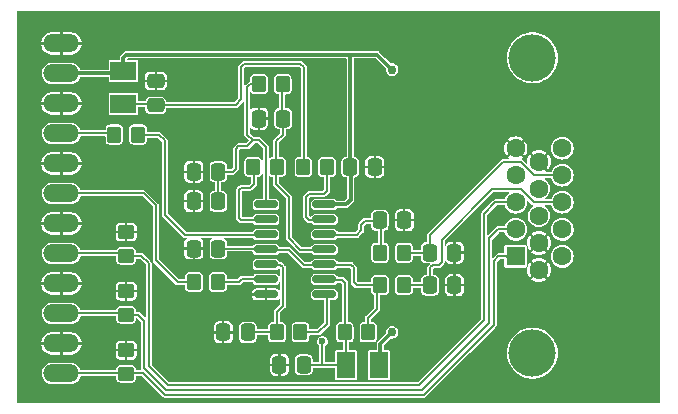
<source format=gbr>
%TF.GenerationSoftware,KiCad,Pcbnew,8.0.0*%
%TF.CreationDate,2025-10-24T15:06:22+03:00*%
%TF.ProjectId,Loewe VGA,4c6f6577-6520-4564-9741-2e6b69636164,rev?*%
%TF.SameCoordinates,Original*%
%TF.FileFunction,Copper,L1,Top*%
%TF.FilePolarity,Positive*%
%FSLAX46Y46*%
G04 Gerber Fmt 4.6, Leading zero omitted, Abs format (unit mm)*
G04 Created by KiCad (PCBNEW 8.0.0) date 2025-10-24 15:06:22*
%MOMM*%
%LPD*%
G01*
G04 APERTURE LIST*
G04 Aperture macros list*
%AMRoundRect*
0 Rectangle with rounded corners*
0 $1 Rounding radius*
0 $2 $3 $4 $5 $6 $7 $8 $9 X,Y pos of 4 corners*
0 Add a 4 corners polygon primitive as box body*
4,1,4,$2,$3,$4,$5,$6,$7,$8,$9,$2,$3,0*
0 Add four circle primitives for the rounded corners*
1,1,$1+$1,$2,$3*
1,1,$1+$1,$4,$5*
1,1,$1+$1,$6,$7*
1,1,$1+$1,$8,$9*
0 Add four rect primitives between the rounded corners*
20,1,$1+$1,$2,$3,$4,$5,0*
20,1,$1+$1,$4,$5,$6,$7,0*
20,1,$1+$1,$6,$7,$8,$9,0*
20,1,$1+$1,$8,$9,$2,$3,0*%
G04 Aperture macros list end*
%TA.AperFunction,SMDPad,CuDef*%
%ADD10RoundRect,0.250000X0.337500X0.475000X-0.337500X0.475000X-0.337500X-0.475000X0.337500X-0.475000X0*%
%TD*%
%TA.AperFunction,SMDPad,CuDef*%
%ADD11RoundRect,0.250000X-0.337500X-0.475000X0.337500X-0.475000X0.337500X0.475000X-0.337500X0.475000X0*%
%TD*%
%TA.AperFunction,SMDPad,CuDef*%
%ADD12RoundRect,0.250000X-0.350000X-0.450000X0.350000X-0.450000X0.350000X0.450000X-0.350000X0.450000X0*%
%TD*%
%TA.AperFunction,SMDPad,CuDef*%
%ADD13RoundRect,0.250000X-0.450000X0.350000X-0.450000X-0.350000X0.450000X-0.350000X0.450000X0.350000X0*%
%TD*%
%TA.AperFunction,SMDPad,CuDef*%
%ADD14RoundRect,0.250000X0.350000X0.450000X-0.350000X0.450000X-0.350000X-0.450000X0.350000X-0.450000X0*%
%TD*%
%TA.AperFunction,SMDPad,CuDef*%
%ADD15R,2.200000X1.600000*%
%TD*%
%TA.AperFunction,SMDPad,CuDef*%
%ADD16R,1.600000X2.200000*%
%TD*%
%TA.AperFunction,SMDPad,CuDef*%
%ADD17RoundRect,0.250000X-0.475000X0.337500X-0.475000X-0.337500X0.475000X-0.337500X0.475000X0.337500X0*%
%TD*%
%TA.AperFunction,ComponentPad*%
%ADD18C,4.000000*%
%TD*%
%TA.AperFunction,ComponentPad*%
%ADD19R,1.600000X1.600000*%
%TD*%
%TA.AperFunction,ComponentPad*%
%ADD20C,1.600000*%
%TD*%
%TA.AperFunction,SMDPad,CuDef*%
%ADD21RoundRect,0.150000X-0.825000X-0.150000X0.825000X-0.150000X0.825000X0.150000X-0.825000X0.150000X0*%
%TD*%
%TA.AperFunction,SMDPad,CuDef*%
%ADD22RoundRect,0.250000X0.450000X-0.350000X0.450000X0.350000X-0.450000X0.350000X-0.450000X-0.350000X0*%
%TD*%
%TA.AperFunction,ComponentPad*%
%ADD23O,3.016000X1.508000*%
%TD*%
%TA.AperFunction,ViaPad*%
%ADD24C,0.756400*%
%TD*%
%TA.AperFunction,ViaPad*%
%ADD25C,0.600000*%
%TD*%
%TA.AperFunction,Conductor*%
%ADD26C,0.304800*%
%TD*%
%TA.AperFunction,Conductor*%
%ADD27C,0.300000*%
%TD*%
%TA.AperFunction,Conductor*%
%ADD28C,0.200000*%
%TD*%
G04 APERTURE END LIST*
D10*
%TO.P,C814,1*%
%TO.N,Net-(C814-Pad1)*%
X138290600Y-108526600D03*
%TO.P,C814,2*%
%TO.N,GND*%
X136215600Y-108526600D03*
%TD*%
D11*
%TO.P,C818,1*%
%TO.N,GND*%
X138713600Y-115628600D03*
%TO.P,C818,2*%
%TO.N,Net-(C818-Pad2)*%
X140788600Y-115628600D03*
%TD*%
D10*
%TO.P,C811,1*%
%TO.N,GND*%
X151538600Y-101628600D03*
%TO.P,C811,2*%
%TO.N,VCC*%
X149463600Y-101628600D03*
%TD*%
D12*
%TO.P,R823,1*%
%TO.N,Net-(C826-Pad2)*%
X145501100Y-101628600D03*
%TO.P,R823,2*%
%TO.N,Net-(R823-Pad2)*%
X147501100Y-101628600D03*
%TD*%
D13*
%TO.P,R838,1*%
%TO.N,GND*%
X130501100Y-117128600D03*
%TO.P,R838,2*%
%TO.N,/RED*%
X130501100Y-119128600D03*
%TD*%
D14*
%TO.P,R827,1*%
%TO.N,Net-(C827-Pad2)*%
X143751100Y-94628600D03*
%TO.P,R827,2*%
%TO.N,Net-(C828-Pad1)*%
X141751100Y-94628600D03*
%TD*%
D15*
%TO.P,L826,1,1*%
%TO.N,VCC*%
X130251100Y-93478600D03*
%TO.P,L826,2,2*%
%TO.N,Net-(C826-Pad2)*%
X130251100Y-96278600D03*
%TD*%
D12*
%TO.P,R819,1*%
%TO.N,Net-(W831-Pin_6)*%
X136251100Y-111378600D03*
%TO.P,R819,2*%
%TO.N,Net-(R819-Pad2)*%
X138251100Y-111378600D03*
%TD*%
D10*
%TO.P,C829,1*%
%TO.N,Net-(C828-Pad1)*%
X138290600Y-104526600D03*
%TO.P,C829,2*%
%TO.N,GND*%
X136215600Y-104526600D03*
%TD*%
D11*
%TO.P,C821,1*%
%TO.N,/VSYNC*%
X156213600Y-108878600D03*
%TO.P,C821,2*%
%TO.N,GND*%
X158288600Y-108878600D03*
%TD*%
%TO.P,C817,1*%
%TO.N,GND*%
X143463600Y-118378600D03*
%TO.P,C817,2*%
%TO.N,Net-(C816-Pad1)*%
X145538600Y-118378600D03*
%TD*%
%TO.P,C827,1*%
%TO.N,GND*%
X141715600Y-97526600D03*
%TO.P,C827,2*%
%TO.N,Net-(C827-Pad2)*%
X143790600Y-97526600D03*
%TD*%
D14*
%TO.P,R829,1*%
%TO.N,Net-(R829-Pad1)*%
X131501100Y-98878600D03*
%TO.P,R829,2*%
%TO.N,Net-(W831-Pin_4)*%
X129501100Y-98878600D03*
%TD*%
D13*
%TO.P,R836,1*%
%TO.N,GND*%
X130501100Y-107128600D03*
%TO.P,R836,2*%
%TO.N,/BLUE*%
X130501100Y-109128600D03*
%TD*%
D10*
%TO.P,C828,1*%
%TO.N,Net-(C828-Pad1)*%
X138290600Y-102026600D03*
%TO.P,C828,2*%
%TO.N,GND*%
X136215600Y-102026600D03*
%TD*%
D14*
%TO.P,R828,1*%
%TO.N,Net-(C827-Pad2)*%
X143251100Y-101628600D03*
%TO.P,R828,2*%
%TO.N,Net-(R828-Pad2)*%
X141251100Y-101628600D03*
%TD*%
%TO.P,R818,1*%
%TO.N,Net-(R818-Pad1)*%
X145251100Y-115628600D03*
%TO.P,R818,2*%
%TO.N,Net-(C818-Pad2)*%
X143251100Y-115628600D03*
%TD*%
D16*
%TO.P,L816,1,1*%
%TO.N,VCC*%
X151901100Y-118378600D03*
%TO.P,L816,2,2*%
%TO.N,Net-(C816-Pad1)*%
X149101100Y-118378600D03*
%TD*%
D17*
%TO.P,C826,1*%
%TO.N,GND*%
X133001100Y-94341100D03*
%TO.P,C826,2*%
%TO.N,Net-(C826-Pad2)*%
X133001100Y-96416100D03*
%TD*%
D18*
%TO.P,W801,0*%
%TO.N,unconnected-(W801-Pad0)_0*%
X164879669Y-117385000D03*
%TO.N,unconnected-(W801-Pad0)*%
X164879669Y-92385000D03*
D19*
%TO.P,W801,1*%
%TO.N,/RED*%
X163459669Y-109200000D03*
D20*
%TO.P,W801,2*%
%TO.N,/GREEN*%
X163459669Y-106910000D03*
%TO.P,W801,3*%
%TO.N,/BLUE*%
X163459669Y-104620000D03*
%TO.P,W801,4*%
%TO.N,unconnected-(W801-Pad4)*%
X163459669Y-102330000D03*
%TO.P,W801,5*%
%TO.N,GND*%
X163459669Y-100040000D03*
%TO.P,W801,6*%
X165439669Y-110345000D03*
%TO.P,W801,7*%
X165439669Y-108055000D03*
%TO.P,W801,8*%
%TO.N,unconnected-(W801-Pad8)*%
X165439669Y-105765000D03*
%TO.P,W801,9*%
%TO.N,unconnected-(W801-Pad9)*%
X165439669Y-103475000D03*
%TO.P,W801,10*%
%TO.N,GND*%
X165439669Y-101185000D03*
%TO.P,W801,11*%
%TO.N,unconnected-(W801-Pad11)*%
X167419669Y-109200000D03*
%TO.P,W801,12*%
%TO.N,unconnected-(W801-Pad12)*%
X167419669Y-106910000D03*
%TO.P,W801,13*%
%TO.N,/HSYNC*%
X167419669Y-104620000D03*
%TO.P,W801,14*%
%TO.N,/VSYNC*%
X167419669Y-102330000D03*
%TO.P,W801,15*%
%TO.N,unconnected-(W801-Pad15)*%
X167419669Y-100040000D03*
%TD*%
D21*
%TO.P,U1,1*%
%TO.N,Net-(C828-Pad1)*%
X142325000Y-104790000D03*
%TO.P,U1,2*%
%TO.N,Net-(R828-Pad2)*%
X142325000Y-106060000D03*
%TO.P,U1,3*%
%TO.N,Net-(R829-Pad1)*%
X142325000Y-107330000D03*
%TO.P,U1,4*%
%TO.N,Net-(C814-Pad1)*%
X142325000Y-108600000D03*
%TO.P,U1,5*%
%TO.N,Net-(C818-Pad2)*%
X142325000Y-109870000D03*
%TO.P,U1,6*%
%TO.N,Net-(R819-Pad2)*%
X142325000Y-111140000D03*
%TO.P,U1,7,GND*%
%TO.N,GND*%
X142325000Y-112410000D03*
%TO.P,U1,8*%
%TO.N,Net-(R818-Pad1)*%
X147275000Y-112410000D03*
%TO.P,U1,9*%
%TO.N,Net-(C816-Pad1)*%
X147275000Y-111140000D03*
%TO.P,U1,10*%
%TO.N,Net-(C814-Pad1)*%
X147275000Y-109870000D03*
%TO.P,U1,11*%
%TO.N,Net-(C827-Pad2)*%
X147275000Y-108600000D03*
%TO.P,U1,12*%
%TO.N,Net-(C822-Pad1)*%
X147275000Y-107330000D03*
%TO.P,U1,13*%
%TO.N,Net-(R823-Pad2)*%
X147275000Y-106060000D03*
%TO.P,U1,14,VCC*%
%TO.N,VCC*%
X147275000Y-104790000D03*
%TD*%
D11*
%TO.P,C822,1*%
%TO.N,Net-(C822-Pad1)*%
X151963600Y-106128600D03*
%TO.P,C822,2*%
%TO.N,GND*%
X154038600Y-106128600D03*
%TD*%
%TO.P,C813,1*%
%TO.N,/HSYNC*%
X156213600Y-111628600D03*
%TO.P,C813,2*%
%TO.N,GND*%
X158288600Y-111628600D03*
%TD*%
D12*
%TO.P,R817,1*%
%TO.N,Net-(C816-Pad1)*%
X149001100Y-115628600D03*
%TO.P,R817,2*%
%TO.N,Net-(C814-Pad1)*%
X151001100Y-115628600D03*
%TD*%
%TO.P,R814,1*%
%TO.N,Net-(C814-Pad1)*%
X152001100Y-111628600D03*
%TO.P,R814,2*%
%TO.N,/HSYNC*%
X154001100Y-111628600D03*
%TD*%
D22*
%TO.P,R837,1*%
%TO.N,/GREEN*%
X130501100Y-114128600D03*
%TO.P,R837,2*%
%TO.N,GND*%
X130501100Y-112128600D03*
%TD*%
D12*
%TO.P,R821,1*%
%TO.N,Net-(C822-Pad1)*%
X152001100Y-108878600D03*
%TO.P,R821,2*%
%TO.N,/VSYNC*%
X154001100Y-108878600D03*
%TD*%
D23*
%TO.P,W831,1,Pin_1*%
%TO.N,GND*%
X125001100Y-91158600D03*
%TO.P,W831,2,Pin_2*%
%TO.N,VCC*%
X125001100Y-93698600D03*
%TO.P,W831,3,Pin_3*%
%TO.N,GND*%
X125001100Y-96238600D03*
%TO.P,W831,4,Pin_4*%
%TO.N,Net-(W831-Pin_4)*%
X125001100Y-98778600D03*
%TO.P,W831,5,Pin_5*%
%TO.N,GND*%
X125001100Y-101318600D03*
%TO.P,W831,6,Pin_6*%
%TO.N,Net-(W831-Pin_6)*%
X125001100Y-103858600D03*
%TO.P,W831,7,Pin_7*%
%TO.N,GND*%
X125001100Y-106398600D03*
%TO.P,W831,8,Pin_8*%
%TO.N,/BLUE*%
X125001100Y-108938600D03*
%TO.P,W831,9,Pin_9*%
%TO.N,GND*%
X125001100Y-111478600D03*
%TO.P,W831,10,Pin_10*%
%TO.N,/GREEN*%
X125001100Y-114018600D03*
%TO.P,W831,11,Pin_11*%
%TO.N,GND*%
X125001100Y-116558600D03*
%TO.P,W831,12,Pin_12*%
%TO.N,/RED*%
X125001100Y-119098600D03*
%TD*%
D24*
%TO.N,VCC*%
X153001100Y-93378600D03*
X153001100Y-115628600D03*
D25*
%TO.N,Net-(C816-Pad1)*%
X147100000Y-116400000D03*
%TD*%
D26*
%TO.N,VCC*%
X153001100Y-115628600D02*
X152971400Y-115628600D01*
D27*
X149079700Y-104800000D02*
X147489700Y-104800000D01*
X149501100Y-104378600D02*
X149079700Y-104800000D01*
X149501100Y-101628600D02*
X149501100Y-104378600D01*
X130501100Y-92128600D02*
X149500000Y-92128600D01*
X152971400Y-115628600D02*
X152001100Y-116598900D01*
X125001100Y-93698600D02*
X130031100Y-93698600D01*
X130251100Y-92378600D02*
X130501100Y-92128600D01*
X151751100Y-92128600D02*
X153001100Y-93378600D01*
X149500000Y-92128600D02*
X151751100Y-92128600D01*
X130031100Y-93698600D02*
X130251100Y-93478600D01*
X152001100Y-116598900D02*
X152001100Y-118278600D01*
X147489700Y-104800000D02*
X147411100Y-104878600D01*
X149463600Y-101628600D02*
X149463600Y-92165000D01*
D28*
X147411100Y-104878600D02*
X147351100Y-104818600D01*
D27*
X130251100Y-93478600D02*
X130251100Y-92378600D01*
D28*
%TO.N,/HSYNC*%
X163900000Y-103500000D02*
X165020000Y-104620000D01*
X156251100Y-110128600D02*
X156472500Y-109907200D01*
X156472500Y-109907200D02*
X156995787Y-109907200D01*
X157192100Y-107785600D02*
X161477700Y-103500000D01*
X157192100Y-109710888D02*
X157192100Y-107785600D01*
X156995787Y-109907200D02*
X157192100Y-109710888D01*
X153951100Y-111628600D02*
X156251100Y-111628600D01*
X161477700Y-103500000D02*
X163900000Y-103500000D01*
X165020000Y-104620000D02*
X167419669Y-104620000D01*
X156251100Y-111628600D02*
X156251100Y-110128600D01*
%TO.N,Net-(C814-Pad1)*%
X142251600Y-108526600D02*
X138253100Y-108526600D01*
X149521100Y-109898600D02*
X145521100Y-109898600D01*
X150001100Y-111628600D02*
X149751100Y-111378600D01*
X145521100Y-109898600D02*
X144251100Y-108628600D01*
X151751100Y-113628600D02*
X151751100Y-111928600D01*
X151751100Y-111928600D02*
X152051100Y-111628600D01*
X144251100Y-108628600D02*
X142353600Y-108628600D01*
X149751100Y-110128600D02*
X149521100Y-109898600D01*
X150951100Y-115628600D02*
X150951100Y-114428600D01*
X152051100Y-111628600D02*
X150001100Y-111628600D01*
X149751100Y-111378600D02*
X149751100Y-110128600D01*
X150951100Y-114428600D02*
X151751100Y-113628600D01*
X142353600Y-108628600D02*
X142251600Y-108526600D01*
%TO.N,Net-(C816-Pad1)*%
X147351100Y-111168600D02*
X148791100Y-111168600D01*
X148791100Y-111168600D02*
X149051100Y-111428600D01*
X149101100Y-115678600D02*
X149101100Y-118378600D01*
X149051100Y-111428600D02*
X149051100Y-115628600D01*
X147100000Y-118378600D02*
X149101100Y-118378600D01*
X149051100Y-115628600D02*
X149101100Y-115678600D01*
X147100000Y-118378600D02*
X147100000Y-116400000D01*
X145538600Y-118378600D02*
X147100000Y-118378600D01*
%TO.N,Net-(C818-Pad2)*%
X143251100Y-115578600D02*
X143301100Y-115628600D01*
X143251100Y-113878600D02*
X143251100Y-115578600D01*
X143751100Y-110128600D02*
X143751100Y-113378600D01*
X142151100Y-109898600D02*
X143521100Y-109898600D01*
X143521100Y-109898600D02*
X143751100Y-110128600D01*
X140751100Y-115628600D02*
X143301100Y-115628600D01*
X143751100Y-113378600D02*
X143251100Y-113878600D01*
%TO.N,/VSYNC*%
X156251100Y-107378600D02*
X156251100Y-108878600D01*
X156251100Y-108878600D02*
X153951100Y-108878600D01*
X162429700Y-101200000D02*
X156251100Y-107378600D01*
X163900000Y-101200000D02*
X162429700Y-101200000D01*
X165030000Y-102330000D02*
X163900000Y-101200000D01*
X167419669Y-102330000D02*
X165030000Y-102330000D01*
%TO.N,Net-(C822-Pad1)*%
X152051100Y-106178600D02*
X152001100Y-106128600D01*
X152051100Y-108878600D02*
X152051100Y-106178600D01*
X147351100Y-107358600D02*
X150021100Y-107358600D01*
X150378100Y-106501600D02*
X150701100Y-106178600D01*
X150021100Y-107358600D02*
X150378100Y-107001600D01*
X150701100Y-106178600D02*
X152051100Y-106178600D01*
X150378100Y-107001600D02*
X150378100Y-106501600D01*
%TO.N,Net-(C826-Pad2)*%
X133001100Y-96378600D02*
X139751100Y-96378600D01*
X140251100Y-95878600D02*
X140251100Y-93128600D01*
X132901100Y-96278600D02*
X133001100Y-96378600D01*
X140501100Y-92878600D02*
X145251100Y-92878600D01*
X140251100Y-93128600D02*
X140501100Y-92878600D01*
X145551100Y-93178600D02*
X145551100Y-101628600D01*
X130251100Y-96278600D02*
X132901100Y-96278600D01*
X139751100Y-96378600D02*
X140251100Y-95878600D01*
X145251100Y-92878600D02*
X145551100Y-93178600D01*
%TO.N,Net-(C827-Pad2)*%
X143201100Y-103078600D02*
X143201100Y-99428600D01*
X145251100Y-108628600D02*
X144251100Y-107628600D01*
X147351100Y-108628600D02*
X145251100Y-108628600D01*
X144251100Y-104128600D02*
X143201100Y-103078600D01*
X144251100Y-107628600D02*
X144251100Y-104128600D01*
X143753100Y-98876600D02*
X143753100Y-97526600D01*
X143201100Y-99428600D02*
X143753100Y-98876600D01*
X143753100Y-97526600D02*
X143701100Y-97474600D01*
X143701100Y-97474600D02*
X143701100Y-94628600D01*
%TO.N,Net-(C828-Pad1)*%
X139503100Y-102026600D02*
X138253100Y-102026600D01*
X139751100Y-100128600D02*
X139751100Y-101778600D01*
X140751100Y-94878600D02*
X140751100Y-98878600D01*
X141801100Y-94628600D02*
X141001100Y-94628600D01*
X140001100Y-99878600D02*
X139751100Y-100128600D01*
X141251100Y-99378600D02*
X140751100Y-99878600D01*
X141751100Y-99378600D02*
X141251100Y-99378600D01*
X140751100Y-99878600D02*
X140001100Y-99878600D01*
X142300000Y-99927500D02*
X141751100Y-99378600D01*
X139751100Y-101778600D02*
X139503100Y-102026600D01*
X142151100Y-104818600D02*
X142300000Y-104669700D01*
X142300000Y-104669700D02*
X142300000Y-99927500D01*
X141001100Y-94628600D02*
X140751100Y-94878600D01*
X140751100Y-98878600D02*
X141251100Y-99378600D01*
X138253100Y-102026600D02*
X138253100Y-104526600D01*
%TO.N,Net-(R818-Pad1)*%
X146751100Y-115628600D02*
X147501100Y-114878600D01*
X145201100Y-115628600D02*
X146751100Y-115628600D01*
X147501100Y-112588600D02*
X147351100Y-112438600D01*
X147501100Y-114878600D02*
X147501100Y-112588600D01*
%TO.N,Net-(R819-Pad2)*%
X142151100Y-111168600D02*
X142179700Y-111140000D01*
X142285000Y-111100000D02*
X140300000Y-111100000D01*
X142179700Y-111140000D02*
X142325000Y-111140000D01*
X140021400Y-111378600D02*
X138251100Y-111378600D01*
X140300000Y-111100000D02*
X140021400Y-111378600D01*
X142325000Y-111140000D02*
X142285000Y-111100000D01*
%TO.N,Net-(W831-Pin_6)*%
X131981100Y-103858600D02*
X133001100Y-104878600D01*
X133001100Y-104878600D02*
X133001100Y-109501100D01*
X133001100Y-109501100D02*
X134878600Y-111378600D01*
X125001100Y-103858600D02*
X131981100Y-103858600D01*
X134878600Y-111378600D02*
X136251100Y-111378600D01*
%TO.N,Net-(R823-Pad2)*%
X145751100Y-104128600D02*
X146001100Y-103878600D01*
X146001100Y-103878600D02*
X147251100Y-103878600D01*
X147351100Y-106088600D02*
X145961100Y-106088600D01*
X145751100Y-105878600D02*
X145751100Y-104128600D01*
X145961100Y-106088600D02*
X145751100Y-105878600D01*
X147251100Y-103878600D02*
X147501100Y-103628600D01*
X147501100Y-101678600D02*
X147451100Y-101628600D01*
X147501100Y-103628600D02*
X147501100Y-101678600D01*
%TO.N,Net-(R828-Pad2)*%
X140251100Y-106128600D02*
X142111100Y-106128600D01*
X140251100Y-103378600D02*
X140055900Y-103573800D01*
X142111100Y-106128600D02*
X142151100Y-106088600D01*
X141301100Y-101628600D02*
X141301100Y-103078600D01*
X140055900Y-105933400D02*
X140251100Y-106128600D01*
X141001100Y-103378600D02*
X140251100Y-103378600D01*
X141301100Y-103078600D02*
X141001100Y-103378600D01*
X140055900Y-103573800D02*
X140055900Y-105933400D01*
%TO.N,Net-(W831-Pin_4)*%
X129451100Y-98778600D02*
X129551100Y-98878600D01*
X125001100Y-98778600D02*
X129451100Y-98778600D01*
%TO.N,Net-(R829-Pad1)*%
X133251100Y-98878600D02*
X133751100Y-99378600D01*
X142131100Y-107378600D02*
X142151100Y-107358600D01*
X131451100Y-98878600D02*
X133251100Y-98878600D01*
X133751100Y-105651100D02*
X135478600Y-107378600D01*
X133751100Y-99378600D02*
X133751100Y-105651100D01*
X135478600Y-107378600D02*
X142131100Y-107378600D01*
%TO.N,/BLUE*%
X134000000Y-120100000D02*
X132400000Y-118500000D01*
X132400000Y-109777500D02*
X131751100Y-109128600D01*
X130361100Y-108938600D02*
X125001100Y-108938600D01*
X161759700Y-104620000D02*
X160793900Y-105585800D01*
X155300000Y-120100000D02*
X134000000Y-120100000D01*
X163459669Y-104620000D02*
X161759700Y-104620000D01*
X130551100Y-109128600D02*
X130361100Y-108938600D01*
X160793900Y-105585800D02*
X160793900Y-114606100D01*
X132400000Y-118500000D02*
X132400000Y-109777500D01*
X131751100Y-109128600D02*
X130551100Y-109128600D01*
X160793900Y-114606100D02*
X155300000Y-120100000D01*
%TO.N,/GREEN*%
X125001100Y-114018600D02*
X130441100Y-114018600D01*
X130441100Y-114018600D02*
X130551100Y-114128600D01*
X161969700Y-106910000D02*
X163459669Y-106910000D01*
X161200000Y-107679700D02*
X161969700Y-106910000D01*
X155500000Y-120500000D02*
X161200000Y-114800000D01*
X130551100Y-114128600D02*
X131501100Y-114128600D01*
X131501100Y-114128600D02*
X132001100Y-114628600D01*
X161200000Y-114800000D02*
X161200000Y-107679700D01*
X133872500Y-120500000D02*
X155500000Y-120500000D01*
X132001100Y-118628600D02*
X133872500Y-120500000D01*
X132001100Y-114628600D02*
X132001100Y-118628600D01*
%TO.N,/RED*%
X155700000Y-120900000D02*
X133772500Y-120900000D01*
X162000000Y-109200000D02*
X161600000Y-109600000D01*
X163459669Y-109200000D02*
X162000000Y-109200000D01*
X131951100Y-119078600D02*
X131001100Y-119078600D01*
X162711100Y-109207600D02*
X162718700Y-109200000D01*
X161600000Y-109600000D02*
X161600000Y-115000000D01*
X125001100Y-119098600D02*
X130981100Y-119098600D01*
X130981100Y-119098600D02*
X131001100Y-119078600D01*
X130501100Y-119078600D02*
X131001100Y-119078600D01*
X133772500Y-120900000D02*
X131951100Y-119078600D01*
X161600000Y-115000000D02*
X155700000Y-120900000D01*
%TD*%
%TA.AperFunction,Conductor*%
%TO.N,GND*%
G36*
X175714734Y-88414966D02*
G01*
X175725600Y-88441200D01*
X175725600Y-121566000D01*
X175714734Y-121592234D01*
X175688500Y-121603100D01*
X121313700Y-121603100D01*
X121287466Y-121592234D01*
X121276600Y-121566000D01*
X121276600Y-119187927D01*
X123340200Y-119187927D01*
X123375050Y-119363126D01*
X123375051Y-119363129D01*
X123375052Y-119363133D01*
X123443416Y-119528178D01*
X123542665Y-119676715D01*
X123668985Y-119803035D01*
X123817522Y-119902284D01*
X123982567Y-119970648D01*
X124070172Y-119988074D01*
X124157772Y-120005499D01*
X124157774Y-120005499D01*
X124157778Y-120005500D01*
X124157781Y-120005500D01*
X125844419Y-120005500D01*
X125844422Y-120005500D01*
X126019633Y-119970648D01*
X126184678Y-119902284D01*
X126333215Y-119803035D01*
X126459535Y-119676715D01*
X126558784Y-119528178D01*
X126622480Y-119374401D01*
X126642559Y-119354324D01*
X126656756Y-119351500D01*
X129611100Y-119351500D01*
X129637334Y-119362366D01*
X129648200Y-119388600D01*
X129648200Y-119510307D01*
X129663142Y-119604653D01*
X129663144Y-119604659D01*
X129721081Y-119718367D01*
X129721082Y-119718368D01*
X129721084Y-119718371D01*
X129811329Y-119808616D01*
X129811331Y-119808617D01*
X129811332Y-119808618D01*
X129925040Y-119866555D01*
X129925043Y-119866556D01*
X129925045Y-119866557D01*
X130019392Y-119881500D01*
X130982808Y-119881500D01*
X131077155Y-119866557D01*
X131190871Y-119808616D01*
X131281116Y-119718371D01*
X131339057Y-119604655D01*
X131354000Y-119510308D01*
X131354000Y-119368600D01*
X131364866Y-119342366D01*
X131391100Y-119331500D01*
X131830978Y-119331500D01*
X131857212Y-119342366D01*
X133555986Y-121041141D01*
X133555987Y-121041142D01*
X133555987Y-121041143D01*
X133629240Y-121114397D01*
X133629241Y-121114397D01*
X133629243Y-121114399D01*
X133656468Y-121125675D01*
X133722195Y-121152901D01*
X133722196Y-121152901D01*
X133827121Y-121152901D01*
X133827129Y-121152900D01*
X155645371Y-121152900D01*
X155645379Y-121152901D01*
X155649695Y-121152901D01*
X155750303Y-121152901D01*
X155750305Y-121152901D01*
X155775972Y-121142268D01*
X155788807Y-121136952D01*
X155788808Y-121136951D01*
X155843257Y-121114399D01*
X155914399Y-121043257D01*
X155914399Y-121043255D01*
X155917959Y-121039696D01*
X155917965Y-121039688D01*
X159572653Y-117385000D01*
X162721738Y-117385000D01*
X162741837Y-117678841D01*
X162741838Y-117678843D01*
X162801759Y-117967201D01*
X162801760Y-117967203D01*
X162900390Y-118244722D01*
X162900391Y-118244725D01*
X162900393Y-118244729D01*
X163035887Y-118506219D01*
X163035891Y-118506226D01*
X163205738Y-118746844D01*
X163406766Y-118962094D01*
X163464756Y-119009272D01*
X163635225Y-119147959D01*
X163635226Y-119147959D01*
X163635233Y-119147965D01*
X163886880Y-119300995D01*
X164157022Y-119418334D01*
X164288311Y-119455119D01*
X164440624Y-119497796D01*
X164440629Y-119497797D01*
X164732404Y-119537900D01*
X164732407Y-119537900D01*
X165026934Y-119537900D01*
X165318708Y-119497797D01*
X165318713Y-119497796D01*
X165333489Y-119493656D01*
X165602316Y-119418334D01*
X165872458Y-119300995D01*
X166124105Y-119147965D01*
X166352572Y-118962094D01*
X166553600Y-118746844D01*
X166723447Y-118506226D01*
X166858948Y-118244722D01*
X166957578Y-117967203D01*
X167017501Y-117678838D01*
X167037600Y-117385000D01*
X167017501Y-117091162D01*
X166957578Y-116802797D01*
X166858948Y-116525278D01*
X166850043Y-116508093D01*
X166751221Y-116317376D01*
X166723447Y-116263774D01*
X166553600Y-116023156D01*
X166352572Y-115807906D01*
X166256568Y-115729801D01*
X166124112Y-115622040D01*
X166124110Y-115622039D01*
X166124109Y-115622038D01*
X166124105Y-115622035D01*
X165872458Y-115469005D01*
X165602316Y-115351666D01*
X165602310Y-115351664D01*
X165602307Y-115351663D01*
X165318713Y-115272203D01*
X165318708Y-115272202D01*
X165026934Y-115232100D01*
X165026931Y-115232100D01*
X164732407Y-115232100D01*
X164732404Y-115232100D01*
X164440629Y-115272202D01*
X164440624Y-115272203D01*
X164157030Y-115351663D01*
X164157025Y-115351665D01*
X164157022Y-115351666D01*
X164033736Y-115405216D01*
X163886881Y-115469004D01*
X163754185Y-115549698D01*
X163635233Y-115622035D01*
X163635231Y-115622036D01*
X163635227Y-115622039D01*
X163635225Y-115622040D01*
X163406765Y-115807906D01*
X163220467Y-116007385D01*
X163205738Y-116023156D01*
X163044490Y-116251593D01*
X163035887Y-116263780D01*
X162900393Y-116525270D01*
X162801759Y-116802798D01*
X162741838Y-117091156D01*
X162741837Y-117091158D01*
X162721738Y-117385000D01*
X159572653Y-117385000D01*
X161739688Y-115217965D01*
X161739696Y-115217959D01*
X161743255Y-115214399D01*
X161743257Y-115214399D01*
X161814399Y-115143257D01*
X161836952Y-115088806D01*
X161852901Y-115050305D01*
X161852901Y-114949695D01*
X161852901Y-114946711D01*
X161852900Y-114946697D01*
X161852900Y-110345004D01*
X164432419Y-110345004D01*
X164451772Y-110541504D01*
X164451772Y-110541505D01*
X164509088Y-110730449D01*
X164509093Y-110730461D01*
X164602169Y-110904594D01*
X164602172Y-110904598D01*
X164662923Y-110978623D01*
X165021257Y-110620288D01*
X165039570Y-110652007D01*
X165132662Y-110745099D01*
X165164377Y-110763409D01*
X164806043Y-111121744D01*
X164880070Y-111182496D01*
X164880074Y-111182499D01*
X165054207Y-111275575D01*
X165054219Y-111275580D01*
X165243164Y-111332896D01*
X165439665Y-111352250D01*
X165439673Y-111352250D01*
X165636173Y-111332896D01*
X165636174Y-111332896D01*
X165825118Y-111275580D01*
X165825130Y-111275575D01*
X165999263Y-111182499D01*
X165999274Y-111182492D01*
X166073293Y-111121744D01*
X165714959Y-110763410D01*
X165746676Y-110745099D01*
X165839768Y-110652007D01*
X165858079Y-110620290D01*
X166216413Y-110978624D01*
X166277161Y-110904605D01*
X166277168Y-110904594D01*
X166370244Y-110730461D01*
X166370249Y-110730449D01*
X166427565Y-110541505D01*
X166427565Y-110541504D01*
X166446919Y-110345004D01*
X166446919Y-110344995D01*
X166427565Y-110148495D01*
X166427565Y-110148494D01*
X166370249Y-109959550D01*
X166370244Y-109959538D01*
X166277168Y-109785405D01*
X166277165Y-109785401D01*
X166216412Y-109711374D01*
X165858078Y-110069707D01*
X165839768Y-110037993D01*
X165746676Y-109944901D01*
X165714958Y-109926588D01*
X166073293Y-109568254D01*
X165999267Y-109507503D01*
X165999263Y-109507500D01*
X165825130Y-109414424D01*
X165825118Y-109414419D01*
X165636173Y-109357103D01*
X165439673Y-109337750D01*
X165439665Y-109337750D01*
X165243164Y-109357103D01*
X165243163Y-109357103D01*
X165054219Y-109414419D01*
X165054207Y-109414424D01*
X164880074Y-109507500D01*
X164880069Y-109507503D01*
X164806043Y-109568254D01*
X165164378Y-109926589D01*
X165132662Y-109944901D01*
X165039570Y-110037993D01*
X165021258Y-110069709D01*
X164662923Y-109711374D01*
X164602172Y-109785400D01*
X164602169Y-109785405D01*
X164509093Y-109959538D01*
X164509088Y-109959550D01*
X164480020Y-110055374D01*
X164466799Y-110071483D01*
X164469383Y-110075351D01*
X164468498Y-110093358D01*
X164451772Y-110148494D01*
X164451772Y-110148495D01*
X164432419Y-110344995D01*
X164432419Y-110345004D01*
X161852900Y-110345004D01*
X161852900Y-109720122D01*
X161863766Y-109693888D01*
X162093889Y-109463766D01*
X162120123Y-109452900D01*
X162469670Y-109452900D01*
X162495904Y-109463766D01*
X162506770Y-109490000D01*
X162506770Y-110015061D01*
X162515641Y-110059659D01*
X162532325Y-110084627D01*
X162549435Y-110110234D01*
X162549438Y-110110236D01*
X162600008Y-110144027D01*
X162600010Y-110144027D01*
X162600011Y-110144028D01*
X162644612Y-110152900D01*
X164274725Y-110152899D01*
X164319327Y-110144028D01*
X164369903Y-110110234D01*
X164387397Y-110084052D01*
X164402149Y-110061976D01*
X164410913Y-110056120D01*
X164408131Y-110037366D01*
X164412569Y-110015057D01*
X164412569Y-109200004D01*
X166462158Y-109200004D01*
X166480555Y-109386800D01*
X166480555Y-109386801D01*
X166534035Y-109563099D01*
X166535044Y-109566424D01*
X166623528Y-109731965D01*
X166742606Y-109877063D01*
X166887704Y-109996141D01*
X167053245Y-110084625D01*
X167175132Y-110121599D01*
X167232868Y-110139113D01*
X167419665Y-110157511D01*
X167419669Y-110157511D01*
X167419673Y-110157511D01*
X167569109Y-110142792D01*
X167606470Y-110139113D01*
X167786093Y-110084625D01*
X167951634Y-109996141D01*
X168096732Y-109877063D01*
X168215810Y-109731965D01*
X168304294Y-109566424D01*
X168358782Y-109386801D01*
X168364217Y-109331616D01*
X168377180Y-109200004D01*
X168377180Y-109199995D01*
X168358782Y-109013199D01*
X168358782Y-109013198D01*
X168318832Y-108881501D01*
X168304294Y-108833576D01*
X168215810Y-108668035D01*
X168096732Y-108522937D01*
X167951634Y-108403859D01*
X167786093Y-108315375D01*
X167786086Y-108315372D01*
X167786084Y-108315372D01*
X167606469Y-108260886D01*
X167419673Y-108242489D01*
X167419665Y-108242489D01*
X167232868Y-108260886D01*
X167232867Y-108260886D01*
X167053253Y-108315372D01*
X167053247Y-108315374D01*
X167053245Y-108315375D01*
X167053242Y-108315376D01*
X167053241Y-108315377D01*
X166887707Y-108403857D01*
X166887702Y-108403860D01*
X166742607Y-108522936D01*
X166742605Y-108522938D01*
X166623529Y-108668033D01*
X166623526Y-108668038D01*
X166535046Y-108833572D01*
X166535041Y-108833584D01*
X166480555Y-109013198D01*
X166480555Y-109013199D01*
X166462158Y-109199995D01*
X166462158Y-109200004D01*
X164412569Y-109200004D01*
X164412568Y-108384944D01*
X164410729Y-108375700D01*
X164408129Y-108362626D01*
X164411361Y-108346374D01*
X164402149Y-108338025D01*
X164387012Y-108315372D01*
X164369903Y-108289766D01*
X164369899Y-108289763D01*
X164319329Y-108255972D01*
X164274727Y-108247100D01*
X162644615Y-108247100D01*
X162644607Y-108247101D01*
X162600009Y-108255972D01*
X162549437Y-108289764D01*
X162549432Y-108289769D01*
X162515641Y-108340339D01*
X162506769Y-108384937D01*
X162506769Y-108910000D01*
X162495903Y-108936234D01*
X162469669Y-108947100D01*
X162054629Y-108947100D01*
X162054621Y-108947099D01*
X162050305Y-108947099D01*
X161949695Y-108947099D01*
X161949693Y-108947099D01*
X161903218Y-108966349D01*
X161903219Y-108966350D01*
X161856742Y-108985601D01*
X161785600Y-109056742D01*
X161785601Y-109056743D01*
X161516234Y-109326110D01*
X161490000Y-109336976D01*
X161463766Y-109326110D01*
X161452900Y-109299876D01*
X161452900Y-108055004D01*
X164432419Y-108055004D01*
X164451772Y-108251501D01*
X164468499Y-108306644D01*
X164466547Y-108326453D01*
X164480018Y-108344618D01*
X164509088Y-108440449D01*
X164509093Y-108440461D01*
X164602169Y-108614594D01*
X164602172Y-108614598D01*
X164662923Y-108688623D01*
X165021257Y-108330288D01*
X165039570Y-108362007D01*
X165132662Y-108455099D01*
X165164377Y-108473409D01*
X164806043Y-108831744D01*
X164880070Y-108892496D01*
X164880074Y-108892499D01*
X165054207Y-108985575D01*
X165054219Y-108985580D01*
X165243164Y-109042896D01*
X165439665Y-109062250D01*
X165439673Y-109062250D01*
X165636173Y-109042896D01*
X165636174Y-109042896D01*
X165825118Y-108985580D01*
X165825130Y-108985575D01*
X165999263Y-108892499D01*
X165999274Y-108892492D01*
X166073293Y-108831744D01*
X165714959Y-108473410D01*
X165746676Y-108455099D01*
X165839768Y-108362007D01*
X165858079Y-108330290D01*
X166216413Y-108688624D01*
X166277161Y-108614605D01*
X166277168Y-108614594D01*
X166370244Y-108440461D01*
X166370249Y-108440449D01*
X166427565Y-108251505D01*
X166427565Y-108251504D01*
X166446919Y-108055004D01*
X166446919Y-108054995D01*
X166427565Y-107858495D01*
X166427565Y-107858494D01*
X166370249Y-107669550D01*
X166370244Y-107669538D01*
X166277168Y-107495405D01*
X166277165Y-107495401D01*
X166216412Y-107421374D01*
X165858078Y-107779707D01*
X165839768Y-107747993D01*
X165746676Y-107654901D01*
X165714958Y-107636588D01*
X166073293Y-107278254D01*
X165999267Y-107217503D01*
X165999263Y-107217500D01*
X165825130Y-107124424D01*
X165825118Y-107124419D01*
X165636173Y-107067103D01*
X165439673Y-107047750D01*
X165439665Y-107047750D01*
X165243164Y-107067103D01*
X165243163Y-107067103D01*
X165054219Y-107124419D01*
X165054207Y-107124424D01*
X164880074Y-107217500D01*
X164880069Y-107217503D01*
X164806043Y-107278254D01*
X165164378Y-107636589D01*
X165132662Y-107654901D01*
X165039570Y-107747993D01*
X165021258Y-107779709D01*
X164662923Y-107421374D01*
X164602172Y-107495400D01*
X164602169Y-107495405D01*
X164509093Y-107669538D01*
X164509088Y-107669550D01*
X164451772Y-107858494D01*
X164451772Y-107858495D01*
X164432419Y-108054995D01*
X164432419Y-108055004D01*
X161452900Y-108055004D01*
X161452900Y-107799822D01*
X161463766Y-107773588D01*
X162063588Y-107173766D01*
X162089822Y-107162900D01*
X162513092Y-107162900D01*
X162539326Y-107173766D01*
X162548594Y-107189230D01*
X162565860Y-107246150D01*
X162575044Y-107276424D01*
X162663528Y-107441965D01*
X162782606Y-107587063D01*
X162927704Y-107706141D01*
X163093245Y-107794625D01*
X163252713Y-107842999D01*
X163272868Y-107849113D01*
X163459665Y-107867511D01*
X163459669Y-107867511D01*
X163459673Y-107867511D01*
X163609109Y-107852792D01*
X163646470Y-107849113D01*
X163826093Y-107794625D01*
X163991634Y-107706141D01*
X164136732Y-107587063D01*
X164255810Y-107441965D01*
X164344294Y-107276424D01*
X164398782Y-107096801D01*
X164406606Y-107017366D01*
X164417180Y-106910004D01*
X166462158Y-106910004D01*
X166480555Y-107096800D01*
X166480555Y-107096801D01*
X166525860Y-107246150D01*
X166535044Y-107276424D01*
X166623528Y-107441965D01*
X166742606Y-107587063D01*
X166887704Y-107706141D01*
X167053245Y-107794625D01*
X167212713Y-107842999D01*
X167232868Y-107849113D01*
X167419665Y-107867511D01*
X167419669Y-107867511D01*
X167419673Y-107867511D01*
X167569109Y-107852792D01*
X167606470Y-107849113D01*
X167786093Y-107794625D01*
X167951634Y-107706141D01*
X168096732Y-107587063D01*
X168215810Y-107441965D01*
X168304294Y-107276424D01*
X168358782Y-107096801D01*
X168366606Y-107017366D01*
X168377180Y-106910004D01*
X168377180Y-106909995D01*
X168358782Y-106723199D01*
X168358782Y-106723198D01*
X168310739Y-106564823D01*
X168304294Y-106543576D01*
X168215810Y-106378035D01*
X168096732Y-106232937D01*
X167951634Y-106113859D01*
X167786093Y-106025375D01*
X167786086Y-106025372D01*
X167786084Y-106025372D01*
X167606469Y-105970886D01*
X167419673Y-105952489D01*
X167419665Y-105952489D01*
X167232868Y-105970886D01*
X167232867Y-105970886D01*
X167053253Y-106025372D01*
X167053247Y-106025374D01*
X167053245Y-106025375D01*
X167053242Y-106025376D01*
X167053241Y-106025377D01*
X166887707Y-106113857D01*
X166887702Y-106113860D01*
X166742607Y-106232936D01*
X166742605Y-106232938D01*
X166623529Y-106378033D01*
X166623526Y-106378038D01*
X166535046Y-106543572D01*
X166535041Y-106543584D01*
X166480555Y-106723198D01*
X166480555Y-106723199D01*
X166462158Y-106909995D01*
X166462158Y-106910004D01*
X164417180Y-106910004D01*
X164417180Y-106909995D01*
X164398782Y-106723199D01*
X164398782Y-106723198D01*
X164350739Y-106564823D01*
X164344294Y-106543576D01*
X164255810Y-106378035D01*
X164136732Y-106232937D01*
X163991634Y-106113859D01*
X163826093Y-106025375D01*
X163826086Y-106025372D01*
X163826084Y-106025372D01*
X163646469Y-105970886D01*
X163459673Y-105952489D01*
X163459665Y-105952489D01*
X163272868Y-105970886D01*
X163272867Y-105970886D01*
X163093253Y-106025372D01*
X163093247Y-106025374D01*
X163093245Y-106025375D01*
X163093242Y-106025376D01*
X163093241Y-106025377D01*
X162927707Y-106113857D01*
X162927702Y-106113860D01*
X162782607Y-106232936D01*
X162782605Y-106232938D01*
X162663529Y-106378033D01*
X162663526Y-106378038D01*
X162575046Y-106543572D01*
X162575041Y-106543584D01*
X162548594Y-106630770D01*
X162530581Y-106652719D01*
X162513092Y-106657100D01*
X162024329Y-106657100D01*
X162024321Y-106657099D01*
X162020005Y-106657099D01*
X161919395Y-106657099D01*
X161919393Y-106657099D01*
X161880892Y-106673046D01*
X161880893Y-106673047D01*
X161826444Y-106695600D01*
X161110134Y-107411911D01*
X161083900Y-107422777D01*
X161057666Y-107411911D01*
X161046800Y-107385677D01*
X161046800Y-105705922D01*
X161057666Y-105679688D01*
X161853589Y-104883766D01*
X161879823Y-104872900D01*
X162513092Y-104872900D01*
X162539326Y-104883766D01*
X162548594Y-104899230D01*
X162574680Y-104985226D01*
X162575044Y-104986424D01*
X162663528Y-105151965D01*
X162782606Y-105297063D01*
X162927704Y-105416141D01*
X163093245Y-105504625D01*
X163195010Y-105535495D01*
X163272868Y-105559113D01*
X163459665Y-105577511D01*
X163459669Y-105577511D01*
X163459673Y-105577511D01*
X163609109Y-105562792D01*
X163646470Y-105559113D01*
X163826093Y-105504625D01*
X163991634Y-105416141D01*
X164136732Y-105297063D01*
X164255810Y-105151965D01*
X164344294Y-104986424D01*
X164398782Y-104806801D01*
X164412827Y-104664199D01*
X164417180Y-104620004D01*
X164417180Y-104619995D01*
X164400559Y-104451238D01*
X164408801Y-104424066D01*
X164433844Y-104410681D01*
X164461016Y-104418923D01*
X164463714Y-104421368D01*
X164803484Y-104761138D01*
X164803497Y-104761153D01*
X164876740Y-104834397D01*
X164876742Y-104834398D01*
X164876743Y-104834399D01*
X164931193Y-104856952D01*
X164963445Y-104870312D01*
X164983522Y-104890390D01*
X164983522Y-104918785D01*
X164966735Y-104937306D01*
X164907707Y-104968857D01*
X164907702Y-104968860D01*
X164762607Y-105087936D01*
X164762605Y-105087938D01*
X164643529Y-105233033D01*
X164643526Y-105233038D01*
X164555046Y-105398572D01*
X164555041Y-105398584D01*
X164500555Y-105578198D01*
X164500555Y-105578199D01*
X164482158Y-105764995D01*
X164482158Y-105765004D01*
X164500555Y-105951800D01*
X164500555Y-105951801D01*
X164551467Y-106119633D01*
X164555044Y-106131424D01*
X164643528Y-106296965D01*
X164762606Y-106442063D01*
X164907704Y-106561141D01*
X165073245Y-106649625D01*
X165224808Y-106695601D01*
X165252868Y-106704113D01*
X165439665Y-106722511D01*
X165439669Y-106722511D01*
X165439673Y-106722511D01*
X165589109Y-106707792D01*
X165626470Y-106704113D01*
X165806093Y-106649625D01*
X165971634Y-106561141D01*
X166116732Y-106442063D01*
X166235810Y-106296965D01*
X166324294Y-106131424D01*
X166378782Y-105951801D01*
X166389510Y-105842876D01*
X166397180Y-105765004D01*
X166397180Y-105764995D01*
X166378782Y-105578199D01*
X166378782Y-105578198D01*
X166340237Y-105451133D01*
X166324294Y-105398576D01*
X166235810Y-105233035D01*
X166116732Y-105087937D01*
X165971634Y-104968859D01*
X165922728Y-104942718D01*
X165904716Y-104920770D01*
X165907499Y-104892511D01*
X165929448Y-104874498D01*
X165940218Y-104872900D01*
X166473092Y-104872900D01*
X166499326Y-104883766D01*
X166508594Y-104899230D01*
X166534680Y-104985226D01*
X166535044Y-104986424D01*
X166623528Y-105151965D01*
X166742606Y-105297063D01*
X166887704Y-105416141D01*
X167053245Y-105504625D01*
X167155010Y-105535495D01*
X167232868Y-105559113D01*
X167419665Y-105577511D01*
X167419669Y-105577511D01*
X167419673Y-105577511D01*
X167569109Y-105562792D01*
X167606470Y-105559113D01*
X167786093Y-105504625D01*
X167951634Y-105416141D01*
X168096732Y-105297063D01*
X168215810Y-105151965D01*
X168304294Y-104986424D01*
X168358782Y-104806801D01*
X168372827Y-104664199D01*
X168377180Y-104620004D01*
X168377180Y-104619995D01*
X168358782Y-104433199D01*
X168358782Y-104433198D01*
X168330123Y-104338722D01*
X168304294Y-104253576D01*
X168215810Y-104088035D01*
X168096732Y-103942937D01*
X167951634Y-103823859D01*
X167786093Y-103735375D01*
X167786086Y-103735372D01*
X167786084Y-103735372D01*
X167606469Y-103680886D01*
X167419673Y-103662489D01*
X167419665Y-103662489D01*
X167232868Y-103680886D01*
X167232867Y-103680886D01*
X167053253Y-103735372D01*
X167053247Y-103735374D01*
X167053245Y-103735375D01*
X167053242Y-103735376D01*
X167053241Y-103735377D01*
X166887707Y-103823857D01*
X166887702Y-103823860D01*
X166742607Y-103942936D01*
X166742605Y-103942938D01*
X166623529Y-104088033D01*
X166623526Y-104088038D01*
X166535046Y-104253572D01*
X166535041Y-104253584D01*
X166508594Y-104340770D01*
X166490581Y-104362719D01*
X166473092Y-104367100D01*
X165940218Y-104367100D01*
X165913984Y-104356234D01*
X165903118Y-104330000D01*
X165913984Y-104303766D01*
X165922727Y-104297282D01*
X165971634Y-104271141D01*
X166116732Y-104152063D01*
X166235810Y-104006965D01*
X166324294Y-103841424D01*
X166378782Y-103661801D01*
X166397180Y-103475000D01*
X166392801Y-103430543D01*
X166378782Y-103288199D01*
X166378782Y-103288198D01*
X166341168Y-103164202D01*
X166324294Y-103108576D01*
X166235810Y-102943035D01*
X166116732Y-102797937D01*
X165971634Y-102678859D01*
X165922728Y-102652718D01*
X165904716Y-102630770D01*
X165907499Y-102602511D01*
X165929448Y-102584498D01*
X165940218Y-102582900D01*
X166473092Y-102582900D01*
X166499326Y-102593766D01*
X166508594Y-102609230D01*
X166514182Y-102627653D01*
X166535044Y-102696424D01*
X166623528Y-102861965D01*
X166742606Y-103007063D01*
X166887704Y-103126141D01*
X167053245Y-103214625D01*
X167160298Y-103247099D01*
X167232868Y-103269113D01*
X167419665Y-103287511D01*
X167419669Y-103287511D01*
X167419673Y-103287511D01*
X167569109Y-103272792D01*
X167606470Y-103269113D01*
X167786093Y-103214625D01*
X167951634Y-103126141D01*
X168096732Y-103007063D01*
X168215810Y-102861965D01*
X168304294Y-102696424D01*
X168358782Y-102516801D01*
X168375863Y-102343371D01*
X168377180Y-102330004D01*
X168377180Y-102329995D01*
X168358782Y-102143199D01*
X168358782Y-102143198D01*
X168327477Y-102040000D01*
X168304294Y-101963576D01*
X168215810Y-101798035D01*
X168096732Y-101652937D01*
X167951634Y-101533859D01*
X167786093Y-101445375D01*
X167786086Y-101445372D01*
X167786084Y-101445372D01*
X167606469Y-101390886D01*
X167419673Y-101372489D01*
X167419665Y-101372489D01*
X167232868Y-101390886D01*
X167232867Y-101390886D01*
X167053253Y-101445372D01*
X167053247Y-101445374D01*
X167053245Y-101445375D01*
X167053242Y-101445376D01*
X167053241Y-101445377D01*
X166887707Y-101533857D01*
X166887702Y-101533860D01*
X166742607Y-101652936D01*
X166742605Y-101652938D01*
X166623529Y-101798033D01*
X166623526Y-101798038D01*
X166535046Y-101963572D01*
X166535041Y-101963584D01*
X166508594Y-102050770D01*
X166490581Y-102072719D01*
X166473092Y-102077100D01*
X166036421Y-102077100D01*
X166010187Y-102066234D01*
X165999321Y-102040000D01*
X166010187Y-102013766D01*
X166012885Y-102011322D01*
X166073293Y-101961744D01*
X165714960Y-101603410D01*
X165746676Y-101585099D01*
X165839768Y-101492007D01*
X165858079Y-101460290D01*
X166216413Y-101818624D01*
X166277161Y-101744605D01*
X166277168Y-101744594D01*
X166370244Y-101570461D01*
X166370249Y-101570449D01*
X166427565Y-101381505D01*
X166427565Y-101381504D01*
X166446919Y-101185004D01*
X166446919Y-101184995D01*
X166427565Y-100988495D01*
X166427565Y-100988494D01*
X166370249Y-100799550D01*
X166370244Y-100799538D01*
X166277168Y-100625405D01*
X166277165Y-100625401D01*
X166216412Y-100551374D01*
X165858078Y-100909707D01*
X165839768Y-100877993D01*
X165746676Y-100784901D01*
X165714958Y-100766588D01*
X166073293Y-100408254D01*
X165999267Y-100347503D01*
X165999263Y-100347500D01*
X165825130Y-100254424D01*
X165825118Y-100254419D01*
X165636173Y-100197103D01*
X165439673Y-100177750D01*
X165439665Y-100177750D01*
X165243164Y-100197103D01*
X165243163Y-100197103D01*
X165054219Y-100254419D01*
X165054207Y-100254424D01*
X164880074Y-100347500D01*
X164880069Y-100347503D01*
X164806043Y-100408254D01*
X165164378Y-100766589D01*
X165132662Y-100784901D01*
X165039570Y-100877993D01*
X165021258Y-100909708D01*
X164662923Y-100551374D01*
X164602172Y-100625400D01*
X164602169Y-100625405D01*
X164509093Y-100799538D01*
X164509088Y-100799550D01*
X164451772Y-100988494D01*
X164451772Y-100988495D01*
X164432419Y-101184995D01*
X164432419Y-101185004D01*
X164442987Y-101292308D01*
X164434745Y-101319480D01*
X164409702Y-101332865D01*
X164382530Y-101324623D01*
X164379832Y-101322178D01*
X164117454Y-101059800D01*
X164117453Y-101059798D01*
X164114399Y-101056744D01*
X164114399Y-101056743D01*
X164043257Y-100985601D01*
X164043255Y-100985600D01*
X164043254Y-100985599D01*
X163988806Y-100963047D01*
X163988765Y-100963006D01*
X163988757Y-100963026D01*
X163988579Y-100962953D01*
X163988216Y-100962802D01*
X163968167Y-100942694D01*
X163968207Y-100914299D01*
X163984975Y-100895826D01*
X164019267Y-100877497D01*
X164019274Y-100877492D01*
X164093293Y-100816744D01*
X163734959Y-100458410D01*
X163766676Y-100440099D01*
X163859768Y-100347007D01*
X163878079Y-100315290D01*
X164236413Y-100673624D01*
X164297161Y-100599605D01*
X164297168Y-100599594D01*
X164390244Y-100425461D01*
X164390249Y-100425449D01*
X164447565Y-100236505D01*
X164447565Y-100236504D01*
X164466919Y-100040004D01*
X166462158Y-100040004D01*
X166480555Y-100226800D01*
X166480555Y-100226801D01*
X166535041Y-100406415D01*
X166535044Y-100406424D01*
X166623528Y-100571965D01*
X166742606Y-100717063D01*
X166887704Y-100836141D01*
X167053245Y-100924625D01*
X167217717Y-100974517D01*
X167232868Y-100979113D01*
X167419665Y-100997511D01*
X167419669Y-100997511D01*
X167419673Y-100997511D01*
X167569109Y-100982792D01*
X167606470Y-100979113D01*
X167786093Y-100924625D01*
X167951634Y-100836141D01*
X168096732Y-100717063D01*
X168215810Y-100571965D01*
X168304294Y-100406424D01*
X168358782Y-100226801D01*
X168371960Y-100092999D01*
X168377180Y-100040004D01*
X168377180Y-100039995D01*
X168358782Y-99853199D01*
X168358782Y-99853198D01*
X168317332Y-99716557D01*
X168304294Y-99673576D01*
X168215810Y-99508035D01*
X168096732Y-99362937D01*
X167951634Y-99243859D01*
X167786093Y-99155375D01*
X167786086Y-99155372D01*
X167786084Y-99155372D01*
X167606469Y-99100886D01*
X167419673Y-99082489D01*
X167419665Y-99082489D01*
X167232868Y-99100886D01*
X167232867Y-99100886D01*
X167053253Y-99155372D01*
X167053247Y-99155374D01*
X167053245Y-99155375D01*
X167053242Y-99155376D01*
X167053241Y-99155377D01*
X166887707Y-99243857D01*
X166887702Y-99243860D01*
X166742607Y-99362936D01*
X166742605Y-99362938D01*
X166623529Y-99508033D01*
X166623526Y-99508038D01*
X166535046Y-99673572D01*
X166535041Y-99673584D01*
X166480555Y-99853198D01*
X166480555Y-99853199D01*
X166462158Y-100039995D01*
X166462158Y-100040004D01*
X164466919Y-100040004D01*
X164466919Y-100039995D01*
X164447565Y-99843495D01*
X164447565Y-99843494D01*
X164390249Y-99654550D01*
X164390244Y-99654538D01*
X164297168Y-99480405D01*
X164297165Y-99480401D01*
X164236412Y-99406374D01*
X163878078Y-99764707D01*
X163859768Y-99732993D01*
X163766676Y-99639901D01*
X163734958Y-99621588D01*
X164093293Y-99263254D01*
X164019267Y-99202503D01*
X164019263Y-99202500D01*
X163845130Y-99109424D01*
X163845118Y-99109419D01*
X163656173Y-99052103D01*
X163459673Y-99032750D01*
X163459665Y-99032750D01*
X163263164Y-99052103D01*
X163263163Y-99052103D01*
X163074219Y-99109419D01*
X163074207Y-99109424D01*
X162900074Y-99202500D01*
X162900069Y-99202503D01*
X162826043Y-99263254D01*
X163184378Y-99621589D01*
X163152662Y-99639901D01*
X163059570Y-99732993D01*
X163041258Y-99764709D01*
X162682923Y-99406374D01*
X162622172Y-99480400D01*
X162622169Y-99480405D01*
X162529093Y-99654538D01*
X162529088Y-99654550D01*
X162471772Y-99843494D01*
X162471772Y-99843495D01*
X162452419Y-100039995D01*
X162452419Y-100040004D01*
X162471772Y-100236504D01*
X162471772Y-100236505D01*
X162529088Y-100425449D01*
X162529093Y-100425461D01*
X162622169Y-100599594D01*
X162622172Y-100599598D01*
X162682923Y-100673623D01*
X163041257Y-100315288D01*
X163059570Y-100347007D01*
X163152662Y-100440099D01*
X163184377Y-100458409D01*
X162826043Y-100816744D01*
X162900070Y-100877496D01*
X162901585Y-100878509D01*
X162901176Y-100879121D01*
X162917679Y-100899232D01*
X162914895Y-100927490D01*
X162892944Y-100945503D01*
X162882176Y-100947100D01*
X162484329Y-100947100D01*
X162484321Y-100947099D01*
X162480005Y-100947099D01*
X162379395Y-100947099D01*
X162379393Y-100947099D01*
X162340892Y-100963046D01*
X162340893Y-100963047D01*
X162286444Y-100985600D01*
X156036699Y-107235345D01*
X156019685Y-107276423D01*
X156019685Y-107276424D01*
X155998199Y-107328295D01*
X155998199Y-107433220D01*
X155998200Y-107433229D01*
X155998200Y-107963600D01*
X155987334Y-107989834D01*
X155961100Y-108000700D01*
X155844392Y-108000700D01*
X155750046Y-108015642D01*
X155750040Y-108015644D01*
X155636332Y-108073581D01*
X155546081Y-108163832D01*
X155488144Y-108277540D01*
X155488142Y-108277546D01*
X155473200Y-108371892D01*
X155473200Y-108588600D01*
X155462334Y-108614834D01*
X155436100Y-108625700D01*
X154791100Y-108625700D01*
X154764866Y-108614834D01*
X154754000Y-108588600D01*
X154754000Y-108396892D01*
X154750040Y-108371892D01*
X154739057Y-108302545D01*
X154739056Y-108302543D01*
X154739055Y-108302540D01*
X154681118Y-108188832D01*
X154681117Y-108188831D01*
X154681116Y-108188829D01*
X154590871Y-108098584D01*
X154590868Y-108098582D01*
X154590867Y-108098581D01*
X154477159Y-108040644D01*
X154477153Y-108040642D01*
X154382808Y-108025700D01*
X153619392Y-108025700D01*
X153525046Y-108040642D01*
X153525040Y-108040644D01*
X153411332Y-108098581D01*
X153321081Y-108188832D01*
X153263144Y-108302540D01*
X153263142Y-108302546D01*
X153250092Y-108384944D01*
X153248200Y-108396892D01*
X153248200Y-109360308D01*
X153251011Y-109378061D01*
X153263142Y-109454653D01*
X153263144Y-109454659D01*
X153321081Y-109568367D01*
X153321082Y-109568368D01*
X153321084Y-109568371D01*
X153411329Y-109658616D01*
X153411331Y-109658617D01*
X153411332Y-109658618D01*
X153525040Y-109716555D01*
X153525043Y-109716556D01*
X153525045Y-109716557D01*
X153619392Y-109731500D01*
X154382808Y-109731500D01*
X154477155Y-109716557D01*
X154479230Y-109715500D01*
X154559159Y-109674774D01*
X154590871Y-109658616D01*
X154681116Y-109568371D01*
X154739057Y-109454655D01*
X154754000Y-109360308D01*
X154754000Y-109168600D01*
X154764866Y-109142366D01*
X154791100Y-109131500D01*
X155436100Y-109131500D01*
X155462334Y-109142366D01*
X155473200Y-109168600D01*
X155473200Y-109385308D01*
X155473855Y-109389444D01*
X155488142Y-109479653D01*
X155488144Y-109479659D01*
X155546081Y-109593367D01*
X155546082Y-109593368D01*
X155546084Y-109593371D01*
X155636329Y-109683616D01*
X155636331Y-109683617D01*
X155636332Y-109683618D01*
X155750040Y-109741555D01*
X155750043Y-109741556D01*
X155750045Y-109741557D01*
X155844392Y-109756500D01*
X156175977Y-109756500D01*
X156202211Y-109767366D01*
X156213077Y-109793600D01*
X156202211Y-109819834D01*
X156109139Y-109912906D01*
X156109138Y-109912906D01*
X156036702Y-109985340D01*
X156036700Y-109985344D01*
X156018038Y-110030400D01*
X156018038Y-110030401D01*
X155998199Y-110078295D01*
X155998199Y-110183220D01*
X155998200Y-110183229D01*
X155998200Y-110713600D01*
X155987334Y-110739834D01*
X155961100Y-110750700D01*
X155844392Y-110750700D01*
X155750046Y-110765642D01*
X155750040Y-110765644D01*
X155636332Y-110823581D01*
X155546081Y-110913832D01*
X155488144Y-111027540D01*
X155488142Y-111027546D01*
X155473200Y-111121892D01*
X155473200Y-111338600D01*
X155462334Y-111364834D01*
X155436100Y-111375700D01*
X154791100Y-111375700D01*
X154764866Y-111364834D01*
X154754000Y-111338600D01*
X154754000Y-111146892D01*
X154750017Y-111121744D01*
X154739057Y-111052545D01*
X154739056Y-111052543D01*
X154739055Y-111052540D01*
X154681118Y-110938832D01*
X154681117Y-110938831D01*
X154681116Y-110938829D01*
X154590871Y-110848584D01*
X154590868Y-110848582D01*
X154590867Y-110848581D01*
X154477159Y-110790644D01*
X154477153Y-110790642D01*
X154382808Y-110775700D01*
X153619392Y-110775700D01*
X153525046Y-110790642D01*
X153525040Y-110790644D01*
X153411332Y-110848581D01*
X153321081Y-110938832D01*
X153263144Y-111052540D01*
X153263142Y-111052546D01*
X153248200Y-111146892D01*
X153248200Y-112110307D01*
X153263142Y-112204653D01*
X153263144Y-112204659D01*
X153321081Y-112318367D01*
X153321082Y-112318368D01*
X153321084Y-112318371D01*
X153411329Y-112408616D01*
X153411331Y-112408617D01*
X153411332Y-112408618D01*
X153525040Y-112466555D01*
X153525043Y-112466556D01*
X153525045Y-112466557D01*
X153619392Y-112481500D01*
X154382808Y-112481500D01*
X154477155Y-112466557D01*
X154590871Y-112408616D01*
X154681116Y-112318371D01*
X154739057Y-112204655D01*
X154754000Y-112110308D01*
X154754000Y-111918600D01*
X154764866Y-111892366D01*
X154791100Y-111881500D01*
X155436100Y-111881500D01*
X155462334Y-111892366D01*
X155473200Y-111918600D01*
X155473200Y-112135307D01*
X155488142Y-112229653D01*
X155488144Y-112229659D01*
X155546081Y-112343367D01*
X155546082Y-112343368D01*
X155546084Y-112343371D01*
X155636329Y-112433616D01*
X155636331Y-112433617D01*
X155636332Y-112433618D01*
X155750040Y-112491555D01*
X155750043Y-112491556D01*
X155750045Y-112491557D01*
X155844392Y-112506500D01*
X156582808Y-112506500D01*
X156677155Y-112491557D01*
X156790871Y-112433616D01*
X156881116Y-112343371D01*
X156939057Y-112229655D01*
X156950391Y-112158092D01*
X157498701Y-112158092D01*
X157501566Y-112188655D01*
X157501567Y-112188661D01*
X157546606Y-112317376D01*
X157627592Y-112427107D01*
X157737323Y-112508093D01*
X157866041Y-112553133D01*
X157896607Y-112555999D01*
X158187398Y-112555999D01*
X158187400Y-112555998D01*
X158389800Y-112555998D01*
X158389801Y-112555999D01*
X158680592Y-112555999D01*
X158711155Y-112553133D01*
X158711161Y-112553132D01*
X158839876Y-112508093D01*
X158949607Y-112427107D01*
X159030593Y-112317376D01*
X159075633Y-112188658D01*
X159078499Y-112158101D01*
X159078500Y-112158083D01*
X159078500Y-111729801D01*
X159078499Y-111729800D01*
X158389801Y-111729800D01*
X158389800Y-111729801D01*
X158389800Y-112555998D01*
X158187400Y-112555998D01*
X158187400Y-111729801D01*
X158187399Y-111729800D01*
X157498702Y-111729800D01*
X157498701Y-111729801D01*
X157498701Y-112158092D01*
X156950391Y-112158092D01*
X156954000Y-112135308D01*
X156954000Y-111527399D01*
X157498700Y-111527399D01*
X157498701Y-111527400D01*
X158187399Y-111527400D01*
X158187400Y-111527399D01*
X158389800Y-111527399D01*
X158389801Y-111527400D01*
X159078498Y-111527400D01*
X159078499Y-111527399D01*
X159078499Y-111099107D01*
X159075633Y-111068544D01*
X159075632Y-111068538D01*
X159030593Y-110939823D01*
X158949607Y-110830092D01*
X158839876Y-110749106D01*
X158711158Y-110704066D01*
X158680601Y-110701200D01*
X158389801Y-110701200D01*
X158389800Y-110701201D01*
X158389800Y-111527399D01*
X158187400Y-111527399D01*
X158187400Y-110701201D01*
X158187399Y-110701200D01*
X157896608Y-110701200D01*
X157866044Y-110704066D01*
X157866038Y-110704067D01*
X157737323Y-110749106D01*
X157627592Y-110830092D01*
X157546606Y-110939823D01*
X157501566Y-111068541D01*
X157498700Y-111099098D01*
X157498700Y-111527399D01*
X156954000Y-111527399D01*
X156954000Y-111121892D01*
X156939057Y-111027545D01*
X156939056Y-111027543D01*
X156939055Y-111027540D01*
X156881118Y-110913832D01*
X156881117Y-110913831D01*
X156881116Y-110913829D01*
X156790871Y-110823584D01*
X156790868Y-110823582D01*
X156790867Y-110823581D01*
X156677159Y-110765644D01*
X156677153Y-110765642D01*
X156582808Y-110750700D01*
X156541100Y-110750700D01*
X156514866Y-110739834D01*
X156504000Y-110713600D01*
X156504000Y-110248722D01*
X156514866Y-110222488D01*
X156566388Y-110170966D01*
X156592622Y-110160100D01*
X156941157Y-110160100D01*
X156941165Y-110160101D01*
X156945481Y-110160101D01*
X157046090Y-110160101D01*
X157046091Y-110160101D01*
X157100542Y-110137546D01*
X157139044Y-110121599D01*
X157210186Y-110050457D01*
X157210186Y-110050456D01*
X157215401Y-110045241D01*
X157215402Y-110045238D01*
X157330137Y-109930504D01*
X157330140Y-109930502D01*
X157335355Y-109925287D01*
X157335357Y-109925287D01*
X157406499Y-109854145D01*
X157420711Y-109819834D01*
X157443859Y-109763950D01*
X157443860Y-109763946D01*
X157443861Y-109763943D01*
X157445001Y-109761193D01*
X157445001Y-109660584D01*
X157445001Y-109657600D01*
X157445000Y-109657586D01*
X157445000Y-109495355D01*
X157455866Y-109469121D01*
X157482100Y-109458255D01*
X157508334Y-109469121D01*
X157517118Y-109483102D01*
X157546606Y-109567376D01*
X157627592Y-109677107D01*
X157737323Y-109758093D01*
X157866041Y-109803133D01*
X157896607Y-109805999D01*
X158187398Y-109805999D01*
X158187400Y-109805998D01*
X158389800Y-109805998D01*
X158389801Y-109805999D01*
X158680592Y-109805999D01*
X158711155Y-109803133D01*
X158711161Y-109803132D01*
X158839876Y-109758093D01*
X158949607Y-109677107D01*
X159030593Y-109567376D01*
X159075633Y-109438658D01*
X159078499Y-109408101D01*
X159078500Y-109408083D01*
X159078500Y-108979801D01*
X159078499Y-108979800D01*
X158389801Y-108979800D01*
X158389800Y-108979801D01*
X158389800Y-109805998D01*
X158187400Y-109805998D01*
X158187400Y-108777399D01*
X158389800Y-108777399D01*
X158389801Y-108777400D01*
X159078498Y-108777400D01*
X159078499Y-108777399D01*
X159078499Y-108349107D01*
X159075633Y-108318544D01*
X159075632Y-108318538D01*
X159030593Y-108189823D01*
X158949607Y-108080092D01*
X158839876Y-107999106D01*
X158711158Y-107954066D01*
X158680601Y-107951200D01*
X158389801Y-107951200D01*
X158389800Y-107951201D01*
X158389800Y-108777399D01*
X158187400Y-108777399D01*
X158187400Y-107951201D01*
X158187399Y-107951200D01*
X157896608Y-107951200D01*
X157866044Y-107954066D01*
X157866038Y-107954067D01*
X157737323Y-107999106D01*
X157627592Y-108080092D01*
X157546606Y-108189823D01*
X157517118Y-108274097D01*
X157498197Y-108295270D01*
X157469847Y-108296862D01*
X157448674Y-108277941D01*
X157445000Y-108261844D01*
X157445000Y-107905722D01*
X157455866Y-107879488D01*
X161571589Y-103763766D01*
X161597823Y-103752900D01*
X162912348Y-103752900D01*
X162938582Y-103763766D01*
X162949448Y-103790000D01*
X162938582Y-103816234D01*
X162929838Y-103822717D01*
X162928720Y-103823315D01*
X162927703Y-103823859D01*
X162927702Y-103823860D01*
X162782607Y-103942936D01*
X162782605Y-103942938D01*
X162663529Y-104088033D01*
X162663526Y-104088038D01*
X162575046Y-104253572D01*
X162575041Y-104253584D01*
X162548594Y-104340770D01*
X162530581Y-104362719D01*
X162513092Y-104367100D01*
X161814329Y-104367100D01*
X161814321Y-104367099D01*
X161810005Y-104367099D01*
X161709395Y-104367099D01*
X161664296Y-104385780D01*
X161664295Y-104385780D01*
X161616443Y-104405600D01*
X161545300Y-104476742D01*
X161545301Y-104476743D01*
X161545300Y-104476744D01*
X160650646Y-105371399D01*
X160650643Y-105371401D01*
X160608215Y-105413829D01*
X160579500Y-105442544D01*
X160556947Y-105496993D01*
X160540999Y-105535493D01*
X160540999Y-105640420D01*
X160541000Y-105640429D01*
X160541000Y-114485978D01*
X160530134Y-114512212D01*
X155206112Y-119836234D01*
X155179878Y-119847100D01*
X134120123Y-119847100D01*
X134093889Y-119836234D01*
X133165747Y-118908092D01*
X142673701Y-118908092D01*
X142676566Y-118938655D01*
X142676567Y-118938661D01*
X142721606Y-119067376D01*
X142802592Y-119177107D01*
X142912323Y-119258093D01*
X143041041Y-119303133D01*
X143071607Y-119305999D01*
X143362398Y-119305999D01*
X143362400Y-119305998D01*
X143564800Y-119305998D01*
X143564801Y-119305999D01*
X143855592Y-119305999D01*
X143886155Y-119303133D01*
X143886161Y-119303132D01*
X144014876Y-119258093D01*
X144124607Y-119177107D01*
X144205593Y-119067376D01*
X144250633Y-118938658D01*
X144253499Y-118908101D01*
X144253500Y-118908083D01*
X144253500Y-118885307D01*
X144798200Y-118885307D01*
X144813142Y-118979653D01*
X144813144Y-118979659D01*
X144871081Y-119093367D01*
X144871082Y-119093368D01*
X144871084Y-119093371D01*
X144961329Y-119183616D01*
X144961331Y-119183617D01*
X144961332Y-119183618D01*
X145075040Y-119241555D01*
X145075043Y-119241556D01*
X145075045Y-119241557D01*
X145169392Y-119256500D01*
X145907808Y-119256500D01*
X146002155Y-119241557D01*
X146115871Y-119183616D01*
X146206116Y-119093371D01*
X146264057Y-118979655D01*
X146279000Y-118885308D01*
X146279000Y-118668600D01*
X146289866Y-118642366D01*
X146316100Y-118631500D01*
X147049695Y-118631500D01*
X147150305Y-118631500D01*
X148111101Y-118631500D01*
X148137335Y-118642366D01*
X148148201Y-118668600D01*
X148148201Y-119493661D01*
X148157072Y-119538259D01*
X148157073Y-119538260D01*
X148190866Y-119588834D01*
X148190869Y-119588836D01*
X148241439Y-119622627D01*
X148241441Y-119622627D01*
X148241442Y-119622628D01*
X148286043Y-119631500D01*
X149916156Y-119631499D01*
X149960758Y-119622628D01*
X150011334Y-119588834D01*
X150045128Y-119538258D01*
X150054000Y-119493657D01*
X150054000Y-119493653D01*
X150948200Y-119493653D01*
X150948201Y-119493661D01*
X150957072Y-119538259D01*
X150957073Y-119538260D01*
X150990866Y-119588834D01*
X150990869Y-119588836D01*
X151041439Y-119622627D01*
X151041441Y-119622627D01*
X151041442Y-119622628D01*
X151086043Y-119631500D01*
X152716156Y-119631499D01*
X152760758Y-119622628D01*
X152811334Y-119588834D01*
X152845128Y-119538258D01*
X152854000Y-119493657D01*
X152853999Y-117263544D01*
X152845128Y-117218942D01*
X152811334Y-117168366D01*
X152811189Y-117168269D01*
X152760760Y-117134572D01*
X152716162Y-117125700D01*
X152716157Y-117125700D01*
X152341100Y-117125700D01*
X152314866Y-117114834D01*
X152304000Y-117088600D01*
X152304000Y-116739732D01*
X152314865Y-116713499D01*
X152867085Y-116161278D01*
X152893318Y-116150413D01*
X152898158Y-116150729D01*
X153001100Y-116164283D01*
X153139745Y-116146030D01*
X153268942Y-116092515D01*
X153379885Y-116007385D01*
X153465015Y-115896442D01*
X153518530Y-115767245D01*
X153536783Y-115628600D01*
X153518530Y-115489955D01*
X153465015Y-115360759D01*
X153465012Y-115360756D01*
X153465012Y-115360754D01*
X153379889Y-115249820D01*
X153379888Y-115249819D01*
X153379885Y-115249815D01*
X153379880Y-115249811D01*
X153379879Y-115249810D01*
X153268946Y-115164687D01*
X153268942Y-115164685D01*
X153139745Y-115111170D01*
X153001100Y-115092917D01*
X152862455Y-115111170D01*
X152862454Y-115111170D01*
X152733254Y-115164687D01*
X152622320Y-115249810D01*
X152622310Y-115249820D01*
X152537187Y-115360754D01*
X152483670Y-115489954D01*
X152483670Y-115489955D01*
X152465417Y-115628600D01*
X152472058Y-115679047D01*
X152464708Y-115706475D01*
X152461509Y-115710123D01*
X151758717Y-116412917D01*
X151733036Y-116457400D01*
X151718842Y-116481985D01*
X151699010Y-116555998D01*
X151698199Y-116559023D01*
X151698199Y-116641762D01*
X151698200Y-116641775D01*
X151698200Y-117088600D01*
X151687334Y-117114834D01*
X151661100Y-117125700D01*
X151086046Y-117125700D01*
X151086038Y-117125701D01*
X151041440Y-117134572D01*
X150990868Y-117168364D01*
X150990863Y-117168369D01*
X150957072Y-117218939D01*
X150948200Y-117263537D01*
X150948200Y-119493653D01*
X150054000Y-119493653D01*
X150053999Y-117263544D01*
X150045128Y-117218942D01*
X150011334Y-117168366D01*
X150011189Y-117168269D01*
X149960760Y-117134572D01*
X149916162Y-117125700D01*
X149916157Y-117125700D01*
X149391100Y-117125700D01*
X149364866Y-117114834D01*
X149354000Y-117088600D01*
X149354000Y-116517748D01*
X149364866Y-116491514D01*
X149385294Y-116481106D01*
X149477155Y-116466557D01*
X149590871Y-116408616D01*
X149681116Y-116318371D01*
X149739057Y-116204655D01*
X149754000Y-116110308D01*
X149754000Y-115146892D01*
X149739057Y-115052545D01*
X149739056Y-115052543D01*
X149739055Y-115052540D01*
X149681118Y-114938832D01*
X149681117Y-114938831D01*
X149681116Y-114938829D01*
X149590871Y-114848584D01*
X149590868Y-114848582D01*
X149590867Y-114848581D01*
X149477159Y-114790644D01*
X149477153Y-114790642D01*
X149382808Y-114775700D01*
X149341100Y-114775700D01*
X149314866Y-114764834D01*
X149304000Y-114738600D01*
X149304000Y-111483229D01*
X149304001Y-111483220D01*
X149304001Y-111378296D01*
X149304001Y-111378295D01*
X149265499Y-111285344D01*
X149265499Y-111285343D01*
X149194357Y-111214201D01*
X149194355Y-111214200D01*
X149191304Y-111211149D01*
X149191299Y-111211145D01*
X149008554Y-111028400D01*
X149008553Y-111028398D01*
X149005499Y-111025344D01*
X149005499Y-111025343D01*
X148934357Y-110954201D01*
X148934355Y-110954200D01*
X148934354Y-110954199D01*
X148879906Y-110931647D01*
X148841405Y-110915699D01*
X148740795Y-110915699D01*
X148736479Y-110915699D01*
X148736471Y-110915700D01*
X148422481Y-110915700D01*
X148396247Y-110904834D01*
X148388542Y-110893586D01*
X148368671Y-110848584D01*
X148354220Y-110815855D01*
X148274145Y-110735780D01*
X148170550Y-110690038D01*
X148145226Y-110687100D01*
X146404774Y-110687100D01*
X146389871Y-110688829D01*
X146379449Y-110690038D01*
X146297539Y-110726205D01*
X146287929Y-110730449D01*
X146275853Y-110735781D01*
X146195781Y-110815853D01*
X146151694Y-110915700D01*
X146150038Y-110919450D01*
X146147100Y-110944774D01*
X146147100Y-111335226D01*
X146150038Y-111360550D01*
X146195780Y-111464145D01*
X146275855Y-111544220D01*
X146379450Y-111589962D01*
X146404774Y-111592900D01*
X146404779Y-111592900D01*
X148145221Y-111592900D01*
X148145226Y-111592900D01*
X148170550Y-111589962D01*
X148274145Y-111544220D01*
X148354220Y-111464145D01*
X148363285Y-111443614D01*
X148383822Y-111424005D01*
X148397224Y-111421500D01*
X148670978Y-111421500D01*
X148697212Y-111432366D01*
X148787334Y-111522488D01*
X148798200Y-111548722D01*
X148798200Y-114738600D01*
X148787334Y-114764834D01*
X148761100Y-114775700D01*
X148619392Y-114775700D01*
X148525046Y-114790642D01*
X148525040Y-114790644D01*
X148411332Y-114848581D01*
X148321081Y-114938832D01*
X148263144Y-115052540D01*
X148263142Y-115052546D01*
X148248200Y-115146892D01*
X148248200Y-116110307D01*
X148263142Y-116204653D01*
X148263144Y-116204659D01*
X148321081Y-116318367D01*
X148321082Y-116318368D01*
X148321084Y-116318371D01*
X148411329Y-116408616D01*
X148411331Y-116408617D01*
X148411332Y-116408618D01*
X148525040Y-116466555D01*
X148525043Y-116466556D01*
X148525045Y-116466557D01*
X148619392Y-116481500D01*
X148811100Y-116481500D01*
X148837334Y-116492366D01*
X148848200Y-116518600D01*
X148848200Y-117088600D01*
X148837334Y-117114834D01*
X148811100Y-117125700D01*
X148286046Y-117125700D01*
X148286038Y-117125701D01*
X148241440Y-117134572D01*
X148190868Y-117168364D01*
X148190863Y-117168369D01*
X148157072Y-117218939D01*
X148148200Y-117263537D01*
X148148200Y-118088600D01*
X148137334Y-118114834D01*
X148111100Y-118125700D01*
X147390000Y-118125700D01*
X147363766Y-118114834D01*
X147352900Y-118088600D01*
X147352900Y-116796092D01*
X147363766Y-116769858D01*
X147369943Y-116764881D01*
X147399636Y-116745799D01*
X147484921Y-116647374D01*
X147539023Y-116528909D01*
X147549304Y-116457400D01*
X147557557Y-116400002D01*
X147557557Y-116399997D01*
X147539023Y-116271091D01*
X147520101Y-116229659D01*
X147484921Y-116152626D01*
X147484918Y-116152622D01*
X147399638Y-116054202D01*
X147326788Y-116007385D01*
X147290076Y-115983792D01*
X147290075Y-115983791D01*
X147290074Y-115983791D01*
X147290071Y-115983790D01*
X147165121Y-115947100D01*
X147165117Y-115947100D01*
X147034883Y-115947100D01*
X147034878Y-115947100D01*
X146909928Y-115983790D01*
X146909925Y-115983791D01*
X146800361Y-116054202D01*
X146715081Y-116152622D01*
X146715077Y-116152629D01*
X146660976Y-116271091D01*
X146642443Y-116399997D01*
X146642443Y-116400002D01*
X146660976Y-116528908D01*
X146715077Y-116647370D01*
X146715081Y-116647377D01*
X146800361Y-116745797D01*
X146830057Y-116764881D01*
X146846252Y-116788205D01*
X146847100Y-116796092D01*
X146847100Y-118088600D01*
X146836234Y-118114834D01*
X146810000Y-118125700D01*
X146316100Y-118125700D01*
X146289866Y-118114834D01*
X146279000Y-118088600D01*
X146279000Y-117871892D01*
X146275390Y-117849098D01*
X146264057Y-117777545D01*
X146264056Y-117777543D01*
X146264055Y-117777540D01*
X146206118Y-117663832D01*
X146206117Y-117663831D01*
X146206116Y-117663829D01*
X146115871Y-117573584D01*
X146115868Y-117573582D01*
X146115867Y-117573581D01*
X146002159Y-117515644D01*
X146002153Y-117515642D01*
X145907808Y-117500700D01*
X145169392Y-117500700D01*
X145075046Y-117515642D01*
X145075040Y-117515644D01*
X144961332Y-117573581D01*
X144871081Y-117663832D01*
X144813144Y-117777540D01*
X144813142Y-117777546D01*
X144798200Y-117871892D01*
X144798200Y-118885307D01*
X144253500Y-118885307D01*
X144253500Y-118479801D01*
X144253499Y-118479800D01*
X143564801Y-118479800D01*
X143564800Y-118479801D01*
X143564800Y-119305998D01*
X143362400Y-119305998D01*
X143362400Y-118479801D01*
X143362399Y-118479800D01*
X142673702Y-118479800D01*
X142673701Y-118479801D01*
X142673701Y-118908092D01*
X133165747Y-118908092D01*
X132663766Y-118406111D01*
X132652900Y-118379877D01*
X132652900Y-118277399D01*
X142673700Y-118277399D01*
X142673701Y-118277400D01*
X143362399Y-118277400D01*
X143362400Y-118277399D01*
X143564800Y-118277399D01*
X143564801Y-118277400D01*
X144253498Y-118277400D01*
X144253499Y-118277399D01*
X144253499Y-117849107D01*
X144250633Y-117818544D01*
X144250632Y-117818538D01*
X144205593Y-117689823D01*
X144124607Y-117580092D01*
X144014876Y-117499106D01*
X143886158Y-117454066D01*
X143855601Y-117451200D01*
X143564801Y-117451200D01*
X143564800Y-117451201D01*
X143564800Y-118277399D01*
X143362400Y-118277399D01*
X143362400Y-117451201D01*
X143362399Y-117451200D01*
X143071608Y-117451200D01*
X143041044Y-117454066D01*
X143041038Y-117454067D01*
X142912323Y-117499106D01*
X142802592Y-117580092D01*
X142721606Y-117689823D01*
X142676566Y-117818541D01*
X142673700Y-117849098D01*
X142673700Y-118277399D01*
X132652900Y-118277399D01*
X132652900Y-116158092D01*
X137923701Y-116158092D01*
X137926566Y-116188655D01*
X137926567Y-116188661D01*
X137971606Y-116317376D01*
X138052592Y-116427107D01*
X138162323Y-116508093D01*
X138291041Y-116553133D01*
X138321607Y-116555999D01*
X138612398Y-116555999D01*
X138612400Y-116555998D01*
X138814800Y-116555998D01*
X138814801Y-116555999D01*
X139105592Y-116555999D01*
X139136155Y-116553133D01*
X139136161Y-116553132D01*
X139264876Y-116508093D01*
X139374607Y-116427107D01*
X139455593Y-116317376D01*
X139500633Y-116188658D01*
X139503499Y-116158101D01*
X139503500Y-116158083D01*
X139503500Y-115729801D01*
X139503499Y-115729800D01*
X138814801Y-115729800D01*
X138814800Y-115729801D01*
X138814800Y-116555998D01*
X138612400Y-116555998D01*
X138612400Y-115729801D01*
X138612399Y-115729800D01*
X137923702Y-115729800D01*
X137923701Y-115729801D01*
X137923701Y-116158092D01*
X132652900Y-116158092D01*
X132652900Y-115527399D01*
X137923700Y-115527399D01*
X137923701Y-115527400D01*
X138612399Y-115527400D01*
X138612400Y-115527399D01*
X138814800Y-115527399D01*
X138814801Y-115527400D01*
X139503498Y-115527400D01*
X139503499Y-115527399D01*
X139503499Y-115099107D01*
X139500633Y-115068544D01*
X139500632Y-115068538D01*
X139455593Y-114939823D01*
X139374607Y-114830092D01*
X139264876Y-114749106D01*
X139136158Y-114704066D01*
X139105601Y-114701200D01*
X138814801Y-114701200D01*
X138814800Y-114701201D01*
X138814800Y-115527399D01*
X138612400Y-115527399D01*
X138612400Y-114701201D01*
X138612399Y-114701200D01*
X138321608Y-114701200D01*
X138291044Y-114704066D01*
X138291038Y-114704067D01*
X138162323Y-114749106D01*
X138052592Y-114830092D01*
X137971606Y-114939823D01*
X137926566Y-115068541D01*
X137923700Y-115099098D01*
X137923700Y-115527399D01*
X132652900Y-115527399D01*
X132652900Y-112593451D01*
X141147600Y-112593451D01*
X141157579Y-112661941D01*
X141157581Y-112661946D01*
X141209232Y-112767600D01*
X141292399Y-112850767D01*
X141398053Y-112902418D01*
X141398058Y-112902420D01*
X141466548Y-112912399D01*
X141466553Y-112912400D01*
X142223799Y-112912400D01*
X142223800Y-112912399D01*
X142223800Y-112511201D01*
X142223799Y-112511200D01*
X141147601Y-112511200D01*
X141147600Y-112511201D01*
X141147600Y-112593451D01*
X132652900Y-112593451D01*
X132652900Y-112308799D01*
X141147600Y-112308799D01*
X141147601Y-112308800D01*
X142223799Y-112308800D01*
X142223800Y-112308799D01*
X142223800Y-111907601D01*
X142223799Y-111907600D01*
X141466548Y-111907600D01*
X141398058Y-111917579D01*
X141398053Y-111917581D01*
X141292399Y-111969232D01*
X141209232Y-112052399D01*
X141157581Y-112158053D01*
X141157579Y-112158058D01*
X141147600Y-112226548D01*
X141147600Y-112308799D01*
X132652900Y-112308799D01*
X132652900Y-109832129D01*
X132652901Y-109832120D01*
X132652901Y-109727196D01*
X132649321Y-109718554D01*
X132634849Y-109683616D01*
X132614399Y-109634243D01*
X132614398Y-109634242D01*
X132614397Y-109634240D01*
X132541153Y-109560997D01*
X132541138Y-109560984D01*
X131968554Y-108988400D01*
X131968548Y-108988392D01*
X131894359Y-108914202D01*
X131894355Y-108914200D01*
X131831813Y-108888295D01*
X131801405Y-108875699D01*
X131700795Y-108875699D01*
X131696479Y-108875699D01*
X131696471Y-108875700D01*
X131391100Y-108875700D01*
X131364866Y-108864834D01*
X131354000Y-108838600D01*
X131354000Y-108746892D01*
X131339057Y-108652546D01*
X131339055Y-108652540D01*
X131281118Y-108538832D01*
X131281117Y-108538831D01*
X131281116Y-108538829D01*
X131190871Y-108448584D01*
X131190868Y-108448582D01*
X131190867Y-108448581D01*
X131077159Y-108390644D01*
X131077153Y-108390642D01*
X130982808Y-108375700D01*
X130019392Y-108375700D01*
X129925046Y-108390642D01*
X129925040Y-108390644D01*
X129811332Y-108448581D01*
X129721081Y-108538832D01*
X129663142Y-108652546D01*
X129662848Y-108654403D01*
X129648012Y-108678614D01*
X129626205Y-108685700D01*
X126656756Y-108685700D01*
X126630522Y-108674834D01*
X126622480Y-108662798D01*
X126619003Y-108654403D01*
X126558784Y-108509022D01*
X126459535Y-108360485D01*
X126333215Y-108234165D01*
X126184678Y-108134916D01*
X126019633Y-108066552D01*
X126019629Y-108066551D01*
X126019626Y-108066550D01*
X125844427Y-108031700D01*
X125844422Y-108031700D01*
X124157778Y-108031700D01*
X124157772Y-108031700D01*
X123982573Y-108066550D01*
X123982570Y-108066551D01*
X123982568Y-108066551D01*
X123982567Y-108066552D01*
X123817522Y-108134916D01*
X123668985Y-108234165D01*
X123542665Y-108360485D01*
X123443416Y-108509022D01*
X123377550Y-108668038D01*
X123375051Y-108674070D01*
X123375050Y-108674073D01*
X123340200Y-108849272D01*
X123340200Y-109027927D01*
X123375050Y-109203126D01*
X123375051Y-109203129D01*
X123375052Y-109203133D01*
X123443416Y-109368178D01*
X123542665Y-109516715D01*
X123668985Y-109643035D01*
X123817522Y-109742284D01*
X123982567Y-109810648D01*
X124028748Y-109819834D01*
X124157772Y-109845499D01*
X124157774Y-109845499D01*
X124157778Y-109845500D01*
X124157781Y-109845500D01*
X125844419Y-109845500D01*
X125844422Y-109845500D01*
X126019633Y-109810648D01*
X126184678Y-109742284D01*
X126333215Y-109643035D01*
X126459535Y-109516715D01*
X126558784Y-109368178D01*
X126622480Y-109214401D01*
X126642559Y-109194324D01*
X126656756Y-109191500D01*
X129611100Y-109191500D01*
X129637334Y-109202366D01*
X129648200Y-109228600D01*
X129648200Y-109510307D01*
X129663142Y-109604653D01*
X129663144Y-109604659D01*
X129721081Y-109718367D01*
X129721082Y-109718368D01*
X129721084Y-109718371D01*
X129811329Y-109808616D01*
X129811331Y-109808617D01*
X129811332Y-109808618D01*
X129925040Y-109866555D01*
X129925043Y-109866556D01*
X129925045Y-109866557D01*
X130019392Y-109881500D01*
X130982808Y-109881500D01*
X131077155Y-109866557D01*
X131190871Y-109808616D01*
X131281116Y-109718371D01*
X131339057Y-109604655D01*
X131354000Y-109510308D01*
X131354000Y-109418600D01*
X131364866Y-109392366D01*
X131391100Y-109381500D01*
X131630978Y-109381500D01*
X131657212Y-109392366D01*
X132136234Y-109871388D01*
X132147100Y-109897622D01*
X132147100Y-114327378D01*
X132136234Y-114353612D01*
X132110000Y-114364478D01*
X132083766Y-114353612D01*
X131718554Y-113988400D01*
X131718553Y-113988398D01*
X131715499Y-113985344D01*
X131715499Y-113985343D01*
X131644357Y-113914201D01*
X131644355Y-113914200D01*
X131644354Y-113914199D01*
X131589906Y-113891647D01*
X131551405Y-113875699D01*
X131450795Y-113875699D01*
X131446479Y-113875699D01*
X131446471Y-113875700D01*
X131391100Y-113875700D01*
X131364866Y-113864834D01*
X131354000Y-113838600D01*
X131354000Y-113746892D01*
X131339057Y-113652546D01*
X131339055Y-113652540D01*
X131281118Y-113538832D01*
X131281117Y-113538831D01*
X131281116Y-113538829D01*
X131190871Y-113448584D01*
X131190868Y-113448582D01*
X131190867Y-113448581D01*
X131077159Y-113390644D01*
X131077153Y-113390642D01*
X130982808Y-113375700D01*
X130019392Y-113375700D01*
X129925046Y-113390642D01*
X129925040Y-113390644D01*
X129811332Y-113448581D01*
X129721081Y-113538832D01*
X129663144Y-113652540D01*
X129663142Y-113652546D01*
X129650178Y-113734404D01*
X129635342Y-113758615D01*
X129613535Y-113765700D01*
X126656756Y-113765700D01*
X126630522Y-113754834D01*
X126622480Y-113742798D01*
X126558784Y-113589022D01*
X126459535Y-113440485D01*
X126333215Y-113314165D01*
X126184678Y-113214916D01*
X126019633Y-113146552D01*
X126019629Y-113146551D01*
X126019626Y-113146550D01*
X125844427Y-113111700D01*
X125844422Y-113111700D01*
X124157778Y-113111700D01*
X124157772Y-113111700D01*
X123982573Y-113146550D01*
X123982570Y-113146551D01*
X123982568Y-113146551D01*
X123982567Y-113146552D01*
X123817522Y-113214916D01*
X123668985Y-113314165D01*
X123542665Y-113440485D01*
X123443416Y-113589022D01*
X123382808Y-113735344D01*
X123375051Y-113754070D01*
X123375050Y-113754073D01*
X123340200Y-113929272D01*
X123340200Y-114107927D01*
X123375050Y-114283126D01*
X123375051Y-114283129D01*
X123375052Y-114283133D01*
X123443416Y-114448178D01*
X123542665Y-114596715D01*
X123668985Y-114723035D01*
X123817522Y-114822284D01*
X123982567Y-114890648D01*
X124070172Y-114908074D01*
X124157772Y-114925499D01*
X124157774Y-114925499D01*
X124157778Y-114925500D01*
X124157781Y-114925500D01*
X125844419Y-114925500D01*
X125844422Y-114925500D01*
X126019633Y-114890648D01*
X126184678Y-114822284D01*
X126333215Y-114723035D01*
X126459535Y-114596715D01*
X126558784Y-114448178D01*
X126622480Y-114294401D01*
X126642559Y-114274324D01*
X126656756Y-114271500D01*
X129611100Y-114271500D01*
X129637334Y-114282366D01*
X129648200Y-114308600D01*
X129648200Y-114510307D01*
X129663142Y-114604653D01*
X129663144Y-114604659D01*
X129721081Y-114718367D01*
X129721082Y-114718368D01*
X129721084Y-114718371D01*
X129811329Y-114808616D01*
X129811331Y-114808617D01*
X129811332Y-114808618D01*
X129925040Y-114866555D01*
X129925043Y-114866556D01*
X129925045Y-114866557D01*
X130019392Y-114881500D01*
X130982808Y-114881500D01*
X131077155Y-114866557D01*
X131190871Y-114808616D01*
X131281116Y-114718371D01*
X131339057Y-114604655D01*
X131354000Y-114510308D01*
X131354000Y-114428722D01*
X131364866Y-114402488D01*
X131391100Y-114391622D01*
X131417334Y-114402488D01*
X131737334Y-114722488D01*
X131748200Y-114748722D01*
X131748200Y-118575297D01*
X131748199Y-118575311D01*
X131748199Y-118578295D01*
X131748199Y-118678905D01*
X131762902Y-118714399D01*
X131762902Y-118714400D01*
X131787755Y-118774403D01*
X131787755Y-118802798D01*
X131767676Y-118822876D01*
X131753479Y-118825700D01*
X131391100Y-118825700D01*
X131364866Y-118814834D01*
X131354000Y-118788600D01*
X131354000Y-118746892D01*
X131339057Y-118652546D01*
X131339055Y-118652540D01*
X131281118Y-118538832D01*
X131281117Y-118538831D01*
X131281116Y-118538829D01*
X131190871Y-118448584D01*
X131190868Y-118448582D01*
X131190867Y-118448581D01*
X131077159Y-118390644D01*
X131077153Y-118390642D01*
X130982808Y-118375700D01*
X130019392Y-118375700D01*
X129925046Y-118390642D01*
X129925040Y-118390644D01*
X129811332Y-118448581D01*
X129721081Y-118538832D01*
X129663144Y-118652540D01*
X129663142Y-118652546D01*
X129648200Y-118746892D01*
X129648200Y-118808600D01*
X129637334Y-118834834D01*
X129611100Y-118845700D01*
X126656756Y-118845700D01*
X126630522Y-118834834D01*
X126622480Y-118822798D01*
X126602434Y-118774403D01*
X126558784Y-118669022D01*
X126459535Y-118520485D01*
X126333215Y-118394165D01*
X126184678Y-118294916D01*
X126019633Y-118226552D01*
X126019629Y-118226551D01*
X126019626Y-118226550D01*
X125844427Y-118191700D01*
X125844422Y-118191700D01*
X124157778Y-118191700D01*
X124157772Y-118191700D01*
X123982573Y-118226550D01*
X123982570Y-118226551D01*
X123982568Y-118226551D01*
X123982567Y-118226552D01*
X123817522Y-118294916D01*
X123668985Y-118394165D01*
X123542665Y-118520485D01*
X123443416Y-118669022D01*
X123379688Y-118822876D01*
X123375051Y-118834070D01*
X123375050Y-118834073D01*
X123340200Y-119009272D01*
X123340200Y-119187927D01*
X121276600Y-119187927D01*
X121276600Y-117533092D01*
X129598701Y-117533092D01*
X129601566Y-117563655D01*
X129601567Y-117563661D01*
X129646606Y-117692376D01*
X129727592Y-117802107D01*
X129837323Y-117883093D01*
X129966041Y-117928133D01*
X129996607Y-117930999D01*
X130399898Y-117930999D01*
X130399900Y-117930998D01*
X130602300Y-117930998D01*
X130602301Y-117930999D01*
X131005592Y-117930999D01*
X131036155Y-117928133D01*
X131036161Y-117928132D01*
X131164876Y-117883093D01*
X131274607Y-117802107D01*
X131355593Y-117692376D01*
X131400633Y-117563658D01*
X131403499Y-117533101D01*
X131403500Y-117533083D01*
X131403500Y-117229801D01*
X131403499Y-117229800D01*
X130602301Y-117229800D01*
X130602300Y-117229801D01*
X130602300Y-117930998D01*
X130399900Y-117930998D01*
X130399900Y-117229801D01*
X130399899Y-117229800D01*
X129598702Y-117229800D01*
X129598701Y-117229801D01*
X129598701Y-117533092D01*
X121276600Y-117533092D01*
X121276600Y-116659800D01*
X123292093Y-116659800D01*
X123327452Y-116837566D01*
X123327453Y-116837568D01*
X123399549Y-117011624D01*
X123504215Y-117168269D01*
X123637430Y-117301484D01*
X123794075Y-117406150D01*
X123968131Y-117478246D01*
X123968133Y-117478247D01*
X124152897Y-117514999D01*
X124152906Y-117515000D01*
X124899899Y-117515000D01*
X124899900Y-117514999D01*
X124899900Y-117049121D01*
X124935274Y-117058600D01*
X125066926Y-117058600D01*
X125102300Y-117049121D01*
X125102300Y-117514999D01*
X125102301Y-117515000D01*
X125849294Y-117515000D01*
X125849302Y-117514999D01*
X126034066Y-117478247D01*
X126034068Y-117478246D01*
X126208124Y-117406150D01*
X126364769Y-117301484D01*
X126497984Y-117168269D01*
X126592110Y-117027399D01*
X129598700Y-117027399D01*
X129598701Y-117027400D01*
X130399899Y-117027400D01*
X130399900Y-117027399D01*
X130602300Y-117027399D01*
X130602301Y-117027400D01*
X131403498Y-117027400D01*
X131403499Y-117027399D01*
X131403499Y-116724107D01*
X131400633Y-116693544D01*
X131400632Y-116693538D01*
X131355593Y-116564823D01*
X131274607Y-116455092D01*
X131164876Y-116374106D01*
X131036158Y-116329066D01*
X131005601Y-116326200D01*
X130602301Y-116326200D01*
X130602300Y-116326201D01*
X130602300Y-117027399D01*
X130399900Y-117027399D01*
X130399900Y-116326201D01*
X130399899Y-116326200D01*
X129996608Y-116326200D01*
X129966044Y-116329066D01*
X129966038Y-116329067D01*
X129837323Y-116374106D01*
X129727592Y-116455092D01*
X129646606Y-116564823D01*
X129601566Y-116693541D01*
X129598700Y-116724098D01*
X129598700Y-117027399D01*
X126592110Y-117027399D01*
X126602650Y-117011624D01*
X126674746Y-116837568D01*
X126674747Y-116837566D01*
X126710106Y-116659800D01*
X125491621Y-116659800D01*
X125501100Y-116624426D01*
X125501100Y-116492774D01*
X125491621Y-116457400D01*
X126710107Y-116457400D01*
X126710106Y-116457399D01*
X126674747Y-116279633D01*
X126674746Y-116279631D01*
X126602650Y-116105575D01*
X126497984Y-115948930D01*
X126364769Y-115815715D01*
X126208124Y-115711049D01*
X126034068Y-115638953D01*
X126034066Y-115638952D01*
X125849302Y-115602200D01*
X125102301Y-115602200D01*
X125102300Y-115602201D01*
X125102300Y-116068078D01*
X125066926Y-116058600D01*
X124935274Y-116058600D01*
X124899900Y-116068078D01*
X124899900Y-115602201D01*
X124899899Y-115602200D01*
X124152897Y-115602200D01*
X123968133Y-115638952D01*
X123968131Y-115638953D01*
X123794075Y-115711049D01*
X123637430Y-115815715D01*
X123504215Y-115948930D01*
X123399549Y-116105575D01*
X123327453Y-116279631D01*
X123327452Y-116279633D01*
X123292093Y-116457399D01*
X123292093Y-116457400D01*
X124510579Y-116457400D01*
X124501100Y-116492774D01*
X124501100Y-116624426D01*
X124510579Y-116659800D01*
X123292093Y-116659800D01*
X121276600Y-116659800D01*
X121276600Y-112533092D01*
X129598701Y-112533092D01*
X129601566Y-112563655D01*
X129601567Y-112563661D01*
X129646606Y-112692376D01*
X129727592Y-112802107D01*
X129837323Y-112883093D01*
X129966041Y-112928133D01*
X129996607Y-112930999D01*
X130399898Y-112930999D01*
X130399900Y-112930998D01*
X130602300Y-112930998D01*
X130602301Y-112930999D01*
X131005592Y-112930999D01*
X131036155Y-112928133D01*
X131036161Y-112928132D01*
X131164876Y-112883093D01*
X131274607Y-112802107D01*
X131355593Y-112692376D01*
X131400633Y-112563658D01*
X131403499Y-112533101D01*
X131403500Y-112533083D01*
X131403500Y-112229801D01*
X131403499Y-112229800D01*
X130602301Y-112229800D01*
X130602300Y-112229801D01*
X130602300Y-112930998D01*
X130399900Y-112930998D01*
X130399900Y-112229801D01*
X130399899Y-112229800D01*
X129598702Y-112229800D01*
X129598701Y-112229801D01*
X129598701Y-112533092D01*
X121276600Y-112533092D01*
X121276600Y-111579800D01*
X123292093Y-111579800D01*
X123327452Y-111757566D01*
X123327453Y-111757568D01*
X123399549Y-111931624D01*
X123504215Y-112088269D01*
X123637430Y-112221484D01*
X123794075Y-112326150D01*
X123968131Y-112398246D01*
X123968133Y-112398247D01*
X124152897Y-112434999D01*
X124152906Y-112435000D01*
X124899899Y-112435000D01*
X124899900Y-112434999D01*
X124899900Y-111969121D01*
X124935274Y-111978600D01*
X125066926Y-111978600D01*
X125102300Y-111969121D01*
X125102300Y-112434999D01*
X125102301Y-112435000D01*
X125849294Y-112435000D01*
X125849302Y-112434999D01*
X126034066Y-112398247D01*
X126034068Y-112398246D01*
X126208124Y-112326150D01*
X126364769Y-112221484D01*
X126497984Y-112088269D01*
X126538656Y-112027399D01*
X129598700Y-112027399D01*
X129598701Y-112027400D01*
X130399899Y-112027400D01*
X130399900Y-112027399D01*
X130602300Y-112027399D01*
X130602301Y-112027400D01*
X131403498Y-112027400D01*
X131403499Y-112027399D01*
X131403499Y-111724107D01*
X131400633Y-111693544D01*
X131400632Y-111693538D01*
X131355593Y-111564823D01*
X131274607Y-111455092D01*
X131164876Y-111374106D01*
X131036158Y-111329066D01*
X131005601Y-111326200D01*
X130602301Y-111326200D01*
X130602300Y-111326201D01*
X130602300Y-112027399D01*
X130399900Y-112027399D01*
X130399900Y-111326201D01*
X130399899Y-111326200D01*
X129996608Y-111326200D01*
X129966044Y-111329066D01*
X129966038Y-111329067D01*
X129837323Y-111374106D01*
X129727592Y-111455092D01*
X129646606Y-111564823D01*
X129601566Y-111693541D01*
X129598700Y-111724098D01*
X129598700Y-112027399D01*
X126538656Y-112027399D01*
X126602650Y-111931624D01*
X126674746Y-111757568D01*
X126674747Y-111757566D01*
X126710106Y-111579800D01*
X125491621Y-111579800D01*
X125501100Y-111544426D01*
X125501100Y-111412774D01*
X125491621Y-111377400D01*
X126710107Y-111377400D01*
X126710106Y-111377399D01*
X126674747Y-111199633D01*
X126674746Y-111199631D01*
X126602650Y-111025575D01*
X126497984Y-110868930D01*
X126364769Y-110735715D01*
X126208124Y-110631049D01*
X126034068Y-110558953D01*
X126034066Y-110558952D01*
X125849302Y-110522200D01*
X125102301Y-110522200D01*
X125102300Y-110522201D01*
X125102300Y-110988078D01*
X125066926Y-110978600D01*
X124935274Y-110978600D01*
X124899900Y-110988078D01*
X124899900Y-110522201D01*
X124899899Y-110522200D01*
X124152897Y-110522200D01*
X123968133Y-110558952D01*
X123968131Y-110558953D01*
X123794075Y-110631049D01*
X123637430Y-110735715D01*
X123504215Y-110868930D01*
X123399549Y-111025575D01*
X123327453Y-111199631D01*
X123327452Y-111199633D01*
X123292093Y-111377399D01*
X123292093Y-111377400D01*
X124510579Y-111377400D01*
X124501100Y-111412774D01*
X124501100Y-111544426D01*
X124510579Y-111579800D01*
X123292093Y-111579800D01*
X121276600Y-111579800D01*
X121276600Y-107533092D01*
X129598701Y-107533092D01*
X129601566Y-107563655D01*
X129601567Y-107563661D01*
X129646606Y-107692376D01*
X129727592Y-107802107D01*
X129837323Y-107883093D01*
X129966041Y-107928133D01*
X129996607Y-107930999D01*
X130399898Y-107930999D01*
X130399900Y-107930998D01*
X130602300Y-107930998D01*
X130602301Y-107930999D01*
X131005592Y-107930999D01*
X131036155Y-107928133D01*
X131036161Y-107928132D01*
X131164876Y-107883093D01*
X131274607Y-107802107D01*
X131355593Y-107692376D01*
X131400633Y-107563658D01*
X131403499Y-107533101D01*
X131403500Y-107533083D01*
X131403500Y-107229801D01*
X131403499Y-107229800D01*
X130602301Y-107229800D01*
X130602300Y-107229801D01*
X130602300Y-107930998D01*
X130399900Y-107930998D01*
X130399900Y-107229801D01*
X130399899Y-107229800D01*
X129598702Y-107229800D01*
X129598701Y-107229801D01*
X129598701Y-107533092D01*
X121276600Y-107533092D01*
X121276600Y-106499800D01*
X123292093Y-106499800D01*
X123327452Y-106677566D01*
X123327453Y-106677568D01*
X123399549Y-106851624D01*
X123504215Y-107008269D01*
X123637430Y-107141484D01*
X123794075Y-107246150D01*
X123968131Y-107318246D01*
X123968133Y-107318247D01*
X124152897Y-107354999D01*
X124152906Y-107355000D01*
X124899899Y-107355000D01*
X124899900Y-107354999D01*
X124899900Y-106889121D01*
X124935274Y-106898600D01*
X125066926Y-106898600D01*
X125102300Y-106889121D01*
X125102300Y-107354999D01*
X125102301Y-107355000D01*
X125849294Y-107355000D01*
X125849302Y-107354999D01*
X126034066Y-107318247D01*
X126034068Y-107318246D01*
X126208124Y-107246150D01*
X126364769Y-107141484D01*
X126478854Y-107027399D01*
X129598700Y-107027399D01*
X129598701Y-107027400D01*
X130399899Y-107027400D01*
X130399900Y-107027399D01*
X130602300Y-107027399D01*
X130602301Y-107027400D01*
X131403498Y-107027400D01*
X131403499Y-107027399D01*
X131403499Y-106724107D01*
X131400633Y-106693544D01*
X131400632Y-106693538D01*
X131355593Y-106564823D01*
X131274607Y-106455092D01*
X131164876Y-106374106D01*
X131036158Y-106329066D01*
X131005601Y-106326200D01*
X130602301Y-106326200D01*
X130602300Y-106326201D01*
X130602300Y-107027399D01*
X130399900Y-107027399D01*
X130399900Y-106326201D01*
X130399899Y-106326200D01*
X129996608Y-106326200D01*
X129966044Y-106329066D01*
X129966038Y-106329067D01*
X129837323Y-106374106D01*
X129727592Y-106455092D01*
X129646606Y-106564823D01*
X129601566Y-106693541D01*
X129598700Y-106724098D01*
X129598700Y-107027399D01*
X126478854Y-107027399D01*
X126497984Y-107008269D01*
X126602650Y-106851624D01*
X126674746Y-106677568D01*
X126674747Y-106677566D01*
X126710106Y-106499800D01*
X125491621Y-106499800D01*
X125501100Y-106464426D01*
X125501100Y-106332774D01*
X125491621Y-106297400D01*
X126710107Y-106297400D01*
X126710106Y-106297399D01*
X126674747Y-106119633D01*
X126674746Y-106119631D01*
X126602650Y-105945575D01*
X126497984Y-105788930D01*
X126364769Y-105655715D01*
X126208124Y-105551049D01*
X126034068Y-105478953D01*
X126034066Y-105478952D01*
X125849302Y-105442200D01*
X125102301Y-105442200D01*
X125102300Y-105442201D01*
X125102300Y-105908078D01*
X125066926Y-105898600D01*
X124935274Y-105898600D01*
X124899900Y-105908078D01*
X124899900Y-105442201D01*
X124899899Y-105442200D01*
X124152897Y-105442200D01*
X123968133Y-105478952D01*
X123968131Y-105478953D01*
X123794075Y-105551049D01*
X123637430Y-105655715D01*
X123504215Y-105788930D01*
X123399549Y-105945575D01*
X123327453Y-106119631D01*
X123327452Y-106119633D01*
X123292093Y-106297399D01*
X123292093Y-106297400D01*
X124510579Y-106297400D01*
X124501100Y-106332774D01*
X124501100Y-106464426D01*
X124510579Y-106499800D01*
X123292093Y-106499800D01*
X121276600Y-106499800D01*
X121276600Y-103947927D01*
X123340200Y-103947927D01*
X123375050Y-104123126D01*
X123375051Y-104123129D01*
X123375052Y-104123133D01*
X123443416Y-104288178D01*
X123542665Y-104436715D01*
X123668985Y-104563035D01*
X123817522Y-104662284D01*
X123982567Y-104730648D01*
X124070172Y-104748074D01*
X124157772Y-104765499D01*
X124157774Y-104765499D01*
X124157778Y-104765500D01*
X124157781Y-104765500D01*
X125844419Y-104765500D01*
X125844422Y-104765500D01*
X126019633Y-104730648D01*
X126184678Y-104662284D01*
X126333215Y-104563035D01*
X126459535Y-104436715D01*
X126558784Y-104288178D01*
X126622480Y-104134401D01*
X126642559Y-104114324D01*
X126656756Y-104111500D01*
X131860978Y-104111500D01*
X131887212Y-104122366D01*
X132737334Y-104972488D01*
X132748200Y-104998722D01*
X132748200Y-109447797D01*
X132748199Y-109447811D01*
X132748199Y-109551406D01*
X132754919Y-109567631D01*
X132754921Y-109567633D01*
X132786699Y-109644354D01*
X132786700Y-109644355D01*
X132786701Y-109644357D01*
X132857843Y-109715499D01*
X132857844Y-109715499D01*
X132860896Y-109718551D01*
X132860900Y-109718554D01*
X134662084Y-111519738D01*
X134662097Y-111519753D01*
X134735340Y-111592997D01*
X134735342Y-111592998D01*
X134735343Y-111592999D01*
X134789793Y-111615552D01*
X134828295Y-111631501D01*
X134828296Y-111631501D01*
X134933221Y-111631501D01*
X134933229Y-111631500D01*
X135461100Y-111631500D01*
X135487334Y-111642366D01*
X135498200Y-111668600D01*
X135498200Y-111860307D01*
X135513142Y-111954653D01*
X135513144Y-111954659D01*
X135571081Y-112068367D01*
X135571082Y-112068368D01*
X135571084Y-112068371D01*
X135661329Y-112158616D01*
X135661331Y-112158617D01*
X135661332Y-112158618D01*
X135775040Y-112216555D01*
X135775043Y-112216556D01*
X135775045Y-112216557D01*
X135869392Y-112231500D01*
X136632808Y-112231500D01*
X136727155Y-112216557D01*
X136840871Y-112158616D01*
X136931116Y-112068371D01*
X136989057Y-111954655D01*
X137004000Y-111860308D01*
X137004000Y-111860307D01*
X137498200Y-111860307D01*
X137513142Y-111954653D01*
X137513144Y-111954659D01*
X137571081Y-112068367D01*
X137571082Y-112068368D01*
X137571084Y-112068371D01*
X137661329Y-112158616D01*
X137661331Y-112158617D01*
X137661332Y-112158618D01*
X137775040Y-112216555D01*
X137775043Y-112216556D01*
X137775045Y-112216557D01*
X137869392Y-112231500D01*
X138632808Y-112231500D01*
X138727155Y-112216557D01*
X138840871Y-112158616D01*
X138931116Y-112068371D01*
X138989057Y-111954655D01*
X139004000Y-111860308D01*
X139004000Y-111668600D01*
X139014866Y-111642366D01*
X139041100Y-111631500D01*
X139966771Y-111631500D01*
X139966779Y-111631501D01*
X139971095Y-111631501D01*
X140071703Y-111631501D01*
X140071705Y-111631501D01*
X140097372Y-111620868D01*
X140110207Y-111615552D01*
X140110208Y-111615551D01*
X140157288Y-111596051D01*
X140164657Y-111592999D01*
X140235799Y-111521857D01*
X140235799Y-111521855D01*
X140239362Y-111518293D01*
X140239369Y-111518284D01*
X140393889Y-111363766D01*
X140420122Y-111352900D01*
X141172486Y-111352900D01*
X141198720Y-111363766D01*
X141206423Y-111375012D01*
X141245780Y-111464145D01*
X141325855Y-111544220D01*
X141429450Y-111589962D01*
X141454774Y-111592900D01*
X141454779Y-111592900D01*
X143195221Y-111592900D01*
X143195226Y-111592900D01*
X143220550Y-111589962D01*
X143324145Y-111544220D01*
X143404220Y-111464145D01*
X143427162Y-111412185D01*
X143447698Y-111392578D01*
X143476086Y-111393234D01*
X143495695Y-111413771D01*
X143498200Y-111427173D01*
X143498200Y-112020264D01*
X143487334Y-112046498D01*
X143461100Y-112057364D01*
X143434866Y-112046498D01*
X143357600Y-111969232D01*
X143251946Y-111917581D01*
X143251941Y-111917579D01*
X143183451Y-111907600D01*
X142426201Y-111907600D01*
X142426200Y-111907601D01*
X142426200Y-112912399D01*
X142426201Y-112912400D01*
X143183447Y-112912400D01*
X143183451Y-112912399D01*
X143251941Y-112902420D01*
X143251946Y-112902418D01*
X143357600Y-112850767D01*
X143434866Y-112773502D01*
X143461100Y-112762636D01*
X143487334Y-112773502D01*
X143498200Y-112799736D01*
X143498200Y-113258477D01*
X143487334Y-113284711D01*
X143109139Y-113662905D01*
X143109139Y-113662906D01*
X143109138Y-113662906D01*
X143036702Y-113735340D01*
X143036700Y-113735344D01*
X143021577Y-113771856D01*
X143021577Y-113771857D01*
X142998199Y-113828295D01*
X142998199Y-113933220D01*
X142998200Y-113933229D01*
X142998200Y-114738600D01*
X142987334Y-114764834D01*
X142961100Y-114775700D01*
X142869392Y-114775700D01*
X142775046Y-114790642D01*
X142775040Y-114790644D01*
X142661332Y-114848581D01*
X142571081Y-114938832D01*
X142513144Y-115052540D01*
X142513142Y-115052546D01*
X142498200Y-115146892D01*
X142498200Y-115338600D01*
X142487334Y-115364834D01*
X142461100Y-115375700D01*
X141566100Y-115375700D01*
X141539866Y-115364834D01*
X141529000Y-115338600D01*
X141529000Y-115121892D01*
X141523760Y-115088806D01*
X141514057Y-115027545D01*
X141514056Y-115027543D01*
X141514055Y-115027540D01*
X141456118Y-114913832D01*
X141456117Y-114913831D01*
X141456116Y-114913829D01*
X141365871Y-114823584D01*
X141365868Y-114823582D01*
X141365867Y-114823581D01*
X141252159Y-114765644D01*
X141252153Y-114765642D01*
X141157808Y-114750700D01*
X140419392Y-114750700D01*
X140325046Y-114765642D01*
X140325040Y-114765644D01*
X140211332Y-114823581D01*
X140121081Y-114913832D01*
X140063144Y-115027540D01*
X140063142Y-115027546D01*
X140048200Y-115121892D01*
X140048200Y-116135307D01*
X140063142Y-116229653D01*
X140063144Y-116229659D01*
X140121081Y-116343367D01*
X140121082Y-116343368D01*
X140121084Y-116343371D01*
X140211329Y-116433616D01*
X140211331Y-116433617D01*
X140211332Y-116433618D01*
X140325040Y-116491555D01*
X140325043Y-116491556D01*
X140325045Y-116491557D01*
X140419392Y-116506500D01*
X141157808Y-116506500D01*
X141252155Y-116491557D01*
X141365871Y-116433616D01*
X141456116Y-116343371D01*
X141514057Y-116229655D01*
X141529000Y-116135308D01*
X141529000Y-115918600D01*
X141539866Y-115892366D01*
X141566100Y-115881500D01*
X142461100Y-115881500D01*
X142487334Y-115892366D01*
X142498200Y-115918600D01*
X142498200Y-116110307D01*
X142513142Y-116204653D01*
X142513144Y-116204659D01*
X142571081Y-116318367D01*
X142571082Y-116318368D01*
X142571084Y-116318371D01*
X142661329Y-116408616D01*
X142661331Y-116408617D01*
X142661332Y-116408618D01*
X142775040Y-116466555D01*
X142775043Y-116466556D01*
X142775045Y-116466557D01*
X142869392Y-116481500D01*
X143632808Y-116481500D01*
X143727155Y-116466557D01*
X143840871Y-116408616D01*
X143931116Y-116318371D01*
X143989057Y-116204655D01*
X144004000Y-116110308D01*
X144004000Y-116110307D01*
X144498200Y-116110307D01*
X144513142Y-116204653D01*
X144513144Y-116204659D01*
X144571081Y-116318367D01*
X144571082Y-116318368D01*
X144571084Y-116318371D01*
X144661329Y-116408616D01*
X144661331Y-116408617D01*
X144661332Y-116408618D01*
X144775040Y-116466555D01*
X144775043Y-116466556D01*
X144775045Y-116466557D01*
X144869392Y-116481500D01*
X145632808Y-116481500D01*
X145727155Y-116466557D01*
X145840871Y-116408616D01*
X145931116Y-116318371D01*
X145989057Y-116204655D01*
X146004000Y-116110308D01*
X146004000Y-115918600D01*
X146014866Y-115892366D01*
X146041100Y-115881500D01*
X146696471Y-115881500D01*
X146696479Y-115881501D01*
X146700795Y-115881501D01*
X146801403Y-115881501D01*
X146801405Y-115881501D01*
X146827072Y-115870868D01*
X146839907Y-115865552D01*
X146839908Y-115865551D01*
X146894357Y-115842999D01*
X146965499Y-115771857D01*
X146965499Y-115771855D01*
X146969059Y-115768296D01*
X146969065Y-115768288D01*
X147640787Y-115096565D01*
X147640799Y-115096557D01*
X147668818Y-115068538D01*
X147715499Y-115021857D01*
X147745389Y-114949695D01*
X147754001Y-114928905D01*
X147754001Y-114828295D01*
X147754001Y-114825311D01*
X147754000Y-114825297D01*
X147754000Y-112900000D01*
X147764866Y-112873766D01*
X147791100Y-112862900D01*
X148145221Y-112862900D01*
X148145226Y-112862900D01*
X148170550Y-112859962D01*
X148274145Y-112814220D01*
X148354220Y-112734145D01*
X148399962Y-112630550D01*
X148402900Y-112605226D01*
X148402900Y-112214774D01*
X148399962Y-112189450D01*
X148354220Y-112085855D01*
X148274145Y-112005780D01*
X148170550Y-111960038D01*
X148145226Y-111957100D01*
X146404774Y-111957100D01*
X146387891Y-111959058D01*
X146379449Y-111960038D01*
X146275853Y-112005781D01*
X146195781Y-112085853D01*
X146150388Y-112188658D01*
X146150038Y-112189450D01*
X146147100Y-112214774D01*
X146147100Y-112605226D01*
X146150038Y-112630550D01*
X146195780Y-112734145D01*
X146275855Y-112814220D01*
X146379450Y-112859962D01*
X146404774Y-112862900D01*
X147211100Y-112862900D01*
X147237334Y-112873766D01*
X147248200Y-112900000D01*
X147248200Y-114758478D01*
X147237334Y-114784712D01*
X146657212Y-115364834D01*
X146630978Y-115375700D01*
X146041100Y-115375700D01*
X146014866Y-115364834D01*
X146004000Y-115338600D01*
X146004000Y-115146892D01*
X145996430Y-115099098D01*
X145989057Y-115052545D01*
X145989056Y-115052543D01*
X145989055Y-115052540D01*
X145931118Y-114938832D01*
X145931117Y-114938831D01*
X145931116Y-114938829D01*
X145840871Y-114848584D01*
X145840868Y-114848582D01*
X145840867Y-114848581D01*
X145727159Y-114790644D01*
X145727153Y-114790642D01*
X145632808Y-114775700D01*
X144869392Y-114775700D01*
X144775046Y-114790642D01*
X144775040Y-114790644D01*
X144661332Y-114848581D01*
X144571081Y-114938832D01*
X144513144Y-115052540D01*
X144513142Y-115052546D01*
X144498200Y-115146892D01*
X144498200Y-116110307D01*
X144004000Y-116110307D01*
X144004000Y-115146892D01*
X143989057Y-115052545D01*
X143989056Y-115052543D01*
X143989055Y-115052540D01*
X143931118Y-114938832D01*
X143931117Y-114938831D01*
X143931116Y-114938829D01*
X143840871Y-114848584D01*
X143840868Y-114848582D01*
X143840867Y-114848581D01*
X143727159Y-114790644D01*
X143727153Y-114790642D01*
X143632808Y-114775700D01*
X143541100Y-114775700D01*
X143514866Y-114764834D01*
X143504000Y-114738600D01*
X143504000Y-113998721D01*
X143514865Y-113972488D01*
X143890787Y-113596565D01*
X143890799Y-113596557D01*
X143912059Y-113575297D01*
X143965499Y-113521857D01*
X143995849Y-113448584D01*
X144001206Y-113435652D01*
X144001207Y-113435648D01*
X144004001Y-113428904D01*
X144004001Y-113325311D01*
X144004000Y-113325297D01*
X144004000Y-110183229D01*
X144004001Y-110183220D01*
X144004001Y-110078296D01*
X144004001Y-110078295D01*
X143984162Y-110030401D01*
X143965499Y-109985343D01*
X143965498Y-109985342D01*
X143965497Y-109985340D01*
X143892253Y-109912097D01*
X143892238Y-109912084D01*
X143738554Y-109758400D01*
X143738548Y-109758392D01*
X143664359Y-109684202D01*
X143664355Y-109684200D01*
X143602588Y-109658616D01*
X143600101Y-109657586D01*
X143571405Y-109645699D01*
X143472480Y-109645699D01*
X143446246Y-109634833D01*
X143438541Y-109623585D01*
X143430835Y-109606132D01*
X143404220Y-109545855D01*
X143324145Y-109465780D01*
X143220550Y-109420038D01*
X143195226Y-109417100D01*
X141454774Y-109417100D01*
X141441845Y-109418600D01*
X141429449Y-109420038D01*
X141325853Y-109465781D01*
X141245781Y-109545853D01*
X141245780Y-109545854D01*
X141245780Y-109545855D01*
X141243329Y-109551406D01*
X141201694Y-109645700D01*
X141200038Y-109649450D01*
X141197100Y-109674774D01*
X141197100Y-110065226D01*
X141200038Y-110090550D01*
X141245780Y-110194145D01*
X141325855Y-110274220D01*
X141429450Y-110319962D01*
X141454774Y-110322900D01*
X141454779Y-110322900D01*
X143195221Y-110322900D01*
X143195226Y-110322900D01*
X143220550Y-110319962D01*
X143324145Y-110274220D01*
X143404220Y-110194145D01*
X143404220Y-110194143D01*
X143405371Y-110192993D01*
X143431605Y-110182127D01*
X143457839Y-110192993D01*
X143487334Y-110222488D01*
X143498200Y-110248722D01*
X143498200Y-110852826D01*
X143487334Y-110879060D01*
X143461100Y-110889926D01*
X143434866Y-110879060D01*
X143427161Y-110867812D01*
X143418671Y-110848584D01*
X143404220Y-110815855D01*
X143324145Y-110735780D01*
X143220550Y-110690038D01*
X143195226Y-110687100D01*
X141454774Y-110687100D01*
X141439871Y-110688829D01*
X141429449Y-110690038D01*
X141347539Y-110726205D01*
X141337929Y-110730449D01*
X141325853Y-110735781D01*
X141245781Y-110815853D01*
X141245780Y-110815854D01*
X141245780Y-110815855D01*
X141241747Y-110824987D01*
X141221212Y-110844595D01*
X141207810Y-110847100D01*
X140354629Y-110847100D01*
X140354621Y-110847099D01*
X140350305Y-110847099D01*
X140249695Y-110847099D01*
X140249693Y-110847099D01*
X140211192Y-110863046D01*
X140211193Y-110863047D01*
X140156744Y-110885600D01*
X140156743Y-110885600D01*
X140156743Y-110885601D01*
X140085601Y-110956743D01*
X140085599Y-110956746D01*
X139927512Y-111114834D01*
X139901278Y-111125700D01*
X139041100Y-111125700D01*
X139014866Y-111114834D01*
X139004000Y-111088600D01*
X139004000Y-110896892D01*
X138999394Y-110867812D01*
X138989057Y-110802545D01*
X138989056Y-110802543D01*
X138989055Y-110802540D01*
X138931118Y-110688832D01*
X138931117Y-110688831D01*
X138931116Y-110688829D01*
X138840871Y-110598584D01*
X138840868Y-110598582D01*
X138840867Y-110598581D01*
X138727159Y-110540644D01*
X138727153Y-110540642D01*
X138632808Y-110525700D01*
X137869392Y-110525700D01*
X137775046Y-110540642D01*
X137775040Y-110540644D01*
X137661332Y-110598581D01*
X137571081Y-110688832D01*
X137513144Y-110802540D01*
X137513142Y-110802546D01*
X137498200Y-110896892D01*
X137498200Y-111860307D01*
X137004000Y-111860307D01*
X137004000Y-110896892D01*
X136989057Y-110802545D01*
X136989056Y-110802543D01*
X136989055Y-110802540D01*
X136931118Y-110688832D01*
X136931117Y-110688831D01*
X136931116Y-110688829D01*
X136840871Y-110598584D01*
X136840868Y-110598582D01*
X136840867Y-110598581D01*
X136727159Y-110540644D01*
X136727153Y-110540642D01*
X136632808Y-110525700D01*
X135869392Y-110525700D01*
X135775046Y-110540642D01*
X135775040Y-110540644D01*
X135661332Y-110598581D01*
X135571081Y-110688832D01*
X135513144Y-110802540D01*
X135513142Y-110802546D01*
X135498200Y-110896892D01*
X135498200Y-111088600D01*
X135487334Y-111114834D01*
X135461100Y-111125700D01*
X134998722Y-111125700D01*
X134972488Y-111114834D01*
X133264866Y-109407212D01*
X133254000Y-109380978D01*
X133254000Y-109056092D01*
X135425701Y-109056092D01*
X135428566Y-109086655D01*
X135428567Y-109086661D01*
X135473606Y-109215376D01*
X135554592Y-109325107D01*
X135664323Y-109406093D01*
X135793041Y-109451133D01*
X135823607Y-109453999D01*
X136114398Y-109453999D01*
X136114400Y-109453998D01*
X136316800Y-109453998D01*
X136316801Y-109453999D01*
X136607592Y-109453999D01*
X136638155Y-109451133D01*
X136638161Y-109451132D01*
X136766876Y-109406093D01*
X136876607Y-109325107D01*
X136957593Y-109215376D01*
X137002633Y-109086658D01*
X137005499Y-109056101D01*
X137005500Y-109056083D01*
X137005500Y-108627801D01*
X137005499Y-108627800D01*
X136316801Y-108627800D01*
X136316800Y-108627801D01*
X136316800Y-109453998D01*
X136114400Y-109453998D01*
X136114400Y-108627801D01*
X136114399Y-108627800D01*
X135425702Y-108627800D01*
X135425701Y-108627801D01*
X135425701Y-109056092D01*
X133254000Y-109056092D01*
X133254000Y-104933229D01*
X133254001Y-104933220D01*
X133254001Y-104828296D01*
X133254001Y-104828295D01*
X133233789Y-104779500D01*
X133227059Y-104763253D01*
X133215499Y-104735344D01*
X133215497Y-104735340D01*
X133142253Y-104662097D01*
X133142238Y-104662084D01*
X132198554Y-103718400D01*
X132198553Y-103718398D01*
X132195499Y-103715344D01*
X132195499Y-103715343D01*
X132124357Y-103644201D01*
X132124355Y-103644200D01*
X132124354Y-103644199D01*
X132069906Y-103621647D01*
X132031405Y-103605699D01*
X131930795Y-103605699D01*
X131926479Y-103605699D01*
X131926471Y-103605700D01*
X126656756Y-103605700D01*
X126630522Y-103594834D01*
X126622480Y-103582798D01*
X126597916Y-103523495D01*
X126558784Y-103429022D01*
X126459535Y-103280485D01*
X126333215Y-103154165D01*
X126184678Y-103054916D01*
X126019633Y-102986552D01*
X126019629Y-102986551D01*
X126019626Y-102986550D01*
X125844427Y-102951700D01*
X125844422Y-102951700D01*
X124157778Y-102951700D01*
X124157772Y-102951700D01*
X123982573Y-102986550D01*
X123982570Y-102986551D01*
X123982568Y-102986551D01*
X123982567Y-102986552D01*
X123817522Y-103054916D01*
X123668985Y-103154165D01*
X123542665Y-103280485D01*
X123443416Y-103429022D01*
X123375495Y-103592999D01*
X123375051Y-103594070D01*
X123375050Y-103594073D01*
X123340200Y-103769272D01*
X123340200Y-103947927D01*
X121276600Y-103947927D01*
X121276600Y-101419800D01*
X123292093Y-101419800D01*
X123327452Y-101597566D01*
X123327453Y-101597568D01*
X123399549Y-101771624D01*
X123504215Y-101928269D01*
X123637430Y-102061484D01*
X123794075Y-102166150D01*
X123968131Y-102238246D01*
X123968133Y-102238247D01*
X124152897Y-102274999D01*
X124152906Y-102275000D01*
X124899899Y-102275000D01*
X124899900Y-102274999D01*
X124899900Y-101809121D01*
X124935274Y-101818600D01*
X125066926Y-101818600D01*
X125102300Y-101809121D01*
X125102300Y-102274999D01*
X125102301Y-102275000D01*
X125849294Y-102275000D01*
X125849302Y-102274999D01*
X126034066Y-102238247D01*
X126034068Y-102238246D01*
X126208124Y-102166150D01*
X126364769Y-102061484D01*
X126497984Y-101928269D01*
X126602650Y-101771624D01*
X126674746Y-101597568D01*
X126674747Y-101597566D01*
X126710106Y-101419800D01*
X125491621Y-101419800D01*
X125501100Y-101384426D01*
X125501100Y-101252774D01*
X125491621Y-101217400D01*
X126710107Y-101217400D01*
X126710106Y-101217399D01*
X126674747Y-101039633D01*
X126674746Y-101039631D01*
X126602650Y-100865575D01*
X126497984Y-100708930D01*
X126364769Y-100575715D01*
X126208124Y-100471049D01*
X126034068Y-100398953D01*
X126034066Y-100398952D01*
X125849302Y-100362200D01*
X125102301Y-100362200D01*
X125102300Y-100362201D01*
X125102300Y-100828078D01*
X125066926Y-100818600D01*
X124935274Y-100818600D01*
X124899900Y-100828078D01*
X124899900Y-100362201D01*
X124899899Y-100362200D01*
X124152897Y-100362200D01*
X123968133Y-100398952D01*
X123968131Y-100398953D01*
X123794075Y-100471049D01*
X123637430Y-100575715D01*
X123504215Y-100708930D01*
X123399549Y-100865575D01*
X123327453Y-101039631D01*
X123327452Y-101039633D01*
X123292093Y-101217399D01*
X123292093Y-101217400D01*
X124510579Y-101217400D01*
X124501100Y-101252774D01*
X124501100Y-101384426D01*
X124510579Y-101419800D01*
X123292093Y-101419800D01*
X121276600Y-101419800D01*
X121276600Y-98867927D01*
X123340200Y-98867927D01*
X123375050Y-99043126D01*
X123375051Y-99043129D01*
X123375052Y-99043133D01*
X123443416Y-99208178D01*
X123542665Y-99356715D01*
X123668985Y-99483035D01*
X123817522Y-99582284D01*
X123982567Y-99650648D01*
X124050697Y-99664200D01*
X124157772Y-99685499D01*
X124157774Y-99685499D01*
X124157778Y-99685500D01*
X124157781Y-99685500D01*
X125844419Y-99685500D01*
X125844422Y-99685500D01*
X126019633Y-99650648D01*
X126184678Y-99582284D01*
X126333215Y-99483035D01*
X126459535Y-99356715D01*
X126558784Y-99208178D01*
X126622480Y-99054401D01*
X126642559Y-99034324D01*
X126656756Y-99031500D01*
X128711100Y-99031500D01*
X128737334Y-99042366D01*
X128748200Y-99068600D01*
X128748200Y-99360308D01*
X128748617Y-99362938D01*
X128763142Y-99454653D01*
X128763144Y-99454659D01*
X128821081Y-99568367D01*
X128821082Y-99568368D01*
X128821084Y-99568371D01*
X128911329Y-99658616D01*
X128911331Y-99658617D01*
X128911332Y-99658618D01*
X129025040Y-99716555D01*
X129025043Y-99716556D01*
X129025045Y-99716557D01*
X129119392Y-99731500D01*
X129882808Y-99731500D01*
X129977155Y-99716557D01*
X130090871Y-99658616D01*
X130181116Y-99568371D01*
X130239057Y-99454655D01*
X130254000Y-99360308D01*
X130748200Y-99360308D01*
X130748617Y-99362938D01*
X130763142Y-99454653D01*
X130763144Y-99454659D01*
X130821081Y-99568367D01*
X130821082Y-99568368D01*
X130821084Y-99568371D01*
X130911329Y-99658616D01*
X130911331Y-99658617D01*
X130911332Y-99658618D01*
X131025040Y-99716555D01*
X131025043Y-99716556D01*
X131025045Y-99716557D01*
X131119392Y-99731500D01*
X131882808Y-99731500D01*
X131977155Y-99716557D01*
X132090871Y-99658616D01*
X132181116Y-99568371D01*
X132239057Y-99454655D01*
X132254000Y-99360308D01*
X132254000Y-99168600D01*
X132264866Y-99142366D01*
X132291100Y-99131500D01*
X133130978Y-99131500D01*
X133157212Y-99142366D01*
X133487334Y-99472488D01*
X133498200Y-99498722D01*
X133498200Y-105597797D01*
X133498199Y-105597811D01*
X133498199Y-105701404D01*
X133509653Y-105729056D01*
X133509653Y-105729057D01*
X133536700Y-105794355D01*
X133536702Y-105794359D01*
X133610892Y-105868548D01*
X133610900Y-105868554D01*
X135262084Y-107519738D01*
X135262097Y-107519753D01*
X135335340Y-107592997D01*
X135335342Y-107592998D01*
X135335343Y-107592999D01*
X135389793Y-107615552D01*
X135428295Y-107631501D01*
X135428296Y-107631501D01*
X135533221Y-107631501D01*
X135533229Y-107631500D01*
X135572723Y-107631500D01*
X135598957Y-107642366D01*
X135609823Y-107668600D01*
X135598957Y-107694834D01*
X135594754Y-107698451D01*
X135554592Y-107728092D01*
X135473606Y-107837823D01*
X135428566Y-107966541D01*
X135425700Y-107997098D01*
X135425700Y-108425399D01*
X135425701Y-108425400D01*
X137005498Y-108425400D01*
X137005499Y-108425399D01*
X137005499Y-107997107D01*
X137002633Y-107966544D01*
X137002632Y-107966538D01*
X136957593Y-107837823D01*
X136876607Y-107728092D01*
X136836446Y-107698451D01*
X136821791Y-107674129D01*
X136828626Y-107646569D01*
X136852948Y-107631914D01*
X136858477Y-107631500D01*
X137735596Y-107631500D01*
X137761830Y-107642366D01*
X137772696Y-107668600D01*
X137761830Y-107694834D01*
X137752439Y-107701656D01*
X137713332Y-107721581D01*
X137623081Y-107811832D01*
X137565144Y-107925540D01*
X137565142Y-107925546D01*
X137550200Y-108019892D01*
X137550200Y-109033307D01*
X137565142Y-109127653D01*
X137565144Y-109127659D01*
X137623081Y-109241367D01*
X137623082Y-109241368D01*
X137623084Y-109241371D01*
X137713329Y-109331616D01*
X137713331Y-109331617D01*
X137713332Y-109331618D01*
X137827040Y-109389555D01*
X137827043Y-109389556D01*
X137827045Y-109389557D01*
X137921392Y-109404500D01*
X138659808Y-109404500D01*
X138754155Y-109389557D01*
X138867871Y-109331616D01*
X138958116Y-109241371D01*
X139016057Y-109127655D01*
X139031000Y-109033308D01*
X139031000Y-108816600D01*
X139041866Y-108790366D01*
X139068100Y-108779500D01*
X141162231Y-108779500D01*
X141188465Y-108790366D01*
X141199083Y-108812323D01*
X141200038Y-108820550D01*
X141245780Y-108924145D01*
X141325855Y-109004220D01*
X141429450Y-109049962D01*
X141454774Y-109052900D01*
X141454779Y-109052900D01*
X143195221Y-109052900D01*
X143195226Y-109052900D01*
X143220550Y-109049962D01*
X143324145Y-109004220D01*
X143404220Y-108924145D01*
X143413285Y-108903614D01*
X143433822Y-108884005D01*
X143447224Y-108881500D01*
X144130978Y-108881500D01*
X144157212Y-108892366D01*
X145304584Y-110039738D01*
X145304597Y-110039753D01*
X145377840Y-110112997D01*
X145377842Y-110112998D01*
X145377843Y-110112999D01*
X145432293Y-110135552D01*
X145470795Y-110151501D01*
X145470796Y-110151501D01*
X145575721Y-110151501D01*
X145575729Y-110151500D01*
X146152776Y-110151500D01*
X146179010Y-110162366D01*
X146186715Y-110173615D01*
X146195779Y-110194144D01*
X146195780Y-110194145D01*
X146275855Y-110274220D01*
X146379450Y-110319962D01*
X146404774Y-110322900D01*
X146404779Y-110322900D01*
X148145221Y-110322900D01*
X148145226Y-110322900D01*
X148170550Y-110319962D01*
X148274145Y-110274220D01*
X148354220Y-110194145D01*
X148363285Y-110173614D01*
X148383822Y-110154005D01*
X148397224Y-110151500D01*
X149400978Y-110151500D01*
X149427212Y-110162366D01*
X149487334Y-110222488D01*
X149498200Y-110248722D01*
X149498200Y-111325297D01*
X149498199Y-111325311D01*
X149498199Y-111428904D01*
X149514147Y-111467406D01*
X149514147Y-111467407D01*
X149536699Y-111521854D01*
X149536700Y-111521855D01*
X149536701Y-111521857D01*
X149607843Y-111592999D01*
X149607844Y-111592999D01*
X149610896Y-111596051D01*
X149610900Y-111596054D01*
X149783645Y-111768799D01*
X149783654Y-111768810D01*
X149857840Y-111842997D01*
X149857842Y-111842998D01*
X149857843Y-111842999D01*
X149899632Y-111860308D01*
X149950795Y-111881501D01*
X149950796Y-111881501D01*
X150055721Y-111881501D01*
X150055729Y-111881500D01*
X151211100Y-111881500D01*
X151237334Y-111892366D01*
X151248200Y-111918600D01*
X151248200Y-112110307D01*
X151263142Y-112204653D01*
X151263144Y-112204659D01*
X151321081Y-112318367D01*
X151321082Y-112318368D01*
X151321084Y-112318371D01*
X151411329Y-112408616D01*
X151477943Y-112442557D01*
X151496384Y-112464147D01*
X151498200Y-112475612D01*
X151498200Y-113508477D01*
X151487334Y-113534711D01*
X150809139Y-114212905D01*
X150809139Y-114212906D01*
X150807846Y-114214199D01*
X150807843Y-114214201D01*
X150750544Y-114271500D01*
X150736700Y-114285344D01*
X150714147Y-114339793D01*
X150698199Y-114378293D01*
X150698199Y-114483220D01*
X150698200Y-114483229D01*
X150698200Y-114738600D01*
X150687334Y-114764834D01*
X150661100Y-114775700D01*
X150619392Y-114775700D01*
X150525046Y-114790642D01*
X150525040Y-114790644D01*
X150411332Y-114848581D01*
X150321081Y-114938832D01*
X150263144Y-115052540D01*
X150263142Y-115052546D01*
X150248200Y-115146892D01*
X150248200Y-116110307D01*
X150263142Y-116204653D01*
X150263144Y-116204659D01*
X150321081Y-116318367D01*
X150321082Y-116318368D01*
X150321084Y-116318371D01*
X150411329Y-116408616D01*
X150411331Y-116408617D01*
X150411332Y-116408618D01*
X150525040Y-116466555D01*
X150525043Y-116466556D01*
X150525045Y-116466557D01*
X150619392Y-116481500D01*
X151382808Y-116481500D01*
X151477155Y-116466557D01*
X151590871Y-116408616D01*
X151681116Y-116318371D01*
X151739057Y-116204655D01*
X151754000Y-116110308D01*
X151754000Y-115146892D01*
X151739057Y-115052545D01*
X151739056Y-115052543D01*
X151739055Y-115052540D01*
X151681118Y-114938832D01*
X151681117Y-114938831D01*
X151681116Y-114938829D01*
X151590871Y-114848584D01*
X151590868Y-114848582D01*
X151590867Y-114848581D01*
X151477159Y-114790644D01*
X151477153Y-114790642D01*
X151382808Y-114775700D01*
X151241100Y-114775700D01*
X151214866Y-114764834D01*
X151204000Y-114738600D01*
X151204000Y-114548721D01*
X151214865Y-114522488D01*
X151890788Y-113846564D01*
X151890796Y-113846559D01*
X151894355Y-113842999D01*
X151894357Y-113842999D01*
X151965499Y-113771857D01*
X151988052Y-113717406D01*
X152004001Y-113678905D01*
X152004001Y-113578295D01*
X152004001Y-113575311D01*
X152004000Y-113575297D01*
X152004000Y-112518600D01*
X152014866Y-112492366D01*
X152041100Y-112481500D01*
X152382808Y-112481500D01*
X152477155Y-112466557D01*
X152590871Y-112408616D01*
X152681116Y-112318371D01*
X152739057Y-112204655D01*
X152754000Y-112110308D01*
X152754000Y-111146892D01*
X152739057Y-111052545D01*
X152739056Y-111052543D01*
X152739055Y-111052540D01*
X152681118Y-110938832D01*
X152681117Y-110938831D01*
X152681116Y-110938829D01*
X152590871Y-110848584D01*
X152590868Y-110848582D01*
X152590867Y-110848581D01*
X152477159Y-110790644D01*
X152477153Y-110790642D01*
X152382808Y-110775700D01*
X151619392Y-110775700D01*
X151525046Y-110790642D01*
X151525040Y-110790644D01*
X151411332Y-110848581D01*
X151321081Y-110938832D01*
X151263144Y-111052540D01*
X151263142Y-111052546D01*
X151248200Y-111146892D01*
X151248200Y-111338600D01*
X151237334Y-111364834D01*
X151211100Y-111375700D01*
X150121223Y-111375700D01*
X150094989Y-111364834D01*
X150014866Y-111284711D01*
X150004000Y-111258477D01*
X150004000Y-110183229D01*
X150004001Y-110183220D01*
X150004001Y-110078296D01*
X150004001Y-110078295D01*
X149984162Y-110030401D01*
X149965499Y-109985343D01*
X149965498Y-109985342D01*
X149965497Y-109985340D01*
X149892253Y-109912097D01*
X149892238Y-109912084D01*
X149738554Y-109758400D01*
X149738548Y-109758392D01*
X149664359Y-109684202D01*
X149664355Y-109684200D01*
X149602588Y-109658616D01*
X149600101Y-109657586D01*
X149571405Y-109645699D01*
X149470795Y-109645699D01*
X149466479Y-109645699D01*
X149466471Y-109645700D01*
X148422481Y-109645700D01*
X148396247Y-109634834D01*
X148388542Y-109623586D01*
X148375200Y-109593371D01*
X148354220Y-109545855D01*
X148274145Y-109465780D01*
X148170550Y-109420038D01*
X148145226Y-109417100D01*
X146404774Y-109417100D01*
X146391845Y-109418600D01*
X146379449Y-109420038D01*
X146275853Y-109465781D01*
X146195781Y-109545853D01*
X146195780Y-109545854D01*
X146195780Y-109545855D01*
X146193329Y-109551406D01*
X146161458Y-109623586D01*
X146140921Y-109643195D01*
X146127519Y-109645700D01*
X145641222Y-109645700D01*
X145614988Y-109634834D01*
X144468554Y-108488400D01*
X144468553Y-108488398D01*
X144465499Y-108485344D01*
X144465499Y-108485343D01*
X144394357Y-108414201D01*
X144394355Y-108414200D01*
X144394354Y-108414199D01*
X144337482Y-108390643D01*
X144337480Y-108390642D01*
X144301405Y-108375699D01*
X144200795Y-108375699D01*
X144196479Y-108375699D01*
X144196471Y-108375700D01*
X143472481Y-108375700D01*
X143446247Y-108364834D01*
X143438542Y-108353586D01*
X143423066Y-108318538D01*
X143404220Y-108275855D01*
X143324145Y-108195780D01*
X143220550Y-108150038D01*
X143195226Y-108147100D01*
X141454774Y-108147100D01*
X141437891Y-108149058D01*
X141429449Y-108150038D01*
X141325853Y-108195781D01*
X141258801Y-108262834D01*
X141232567Y-108273700D01*
X139068100Y-108273700D01*
X139041866Y-108262834D01*
X139031000Y-108236600D01*
X139031000Y-108019892D01*
X139026044Y-107988600D01*
X139016057Y-107925545D01*
X139016056Y-107925543D01*
X139016055Y-107925540D01*
X138958118Y-107811832D01*
X138958117Y-107811831D01*
X138958116Y-107811829D01*
X138867871Y-107721584D01*
X138867868Y-107721582D01*
X138867867Y-107721581D01*
X138828761Y-107701656D01*
X138810320Y-107680065D01*
X138812548Y-107651757D01*
X138834139Y-107633316D01*
X138845604Y-107631500D01*
X141211607Y-107631500D01*
X141237841Y-107642366D01*
X141245545Y-107653614D01*
X141245780Y-107654145D01*
X141325855Y-107734220D01*
X141429450Y-107779962D01*
X141454774Y-107782900D01*
X141454779Y-107782900D01*
X143195221Y-107782900D01*
X143195226Y-107782900D01*
X143220550Y-107779962D01*
X143324145Y-107734220D01*
X143404220Y-107654145D01*
X143449962Y-107550550D01*
X143452900Y-107525226D01*
X143452900Y-107134774D01*
X143449962Y-107109450D01*
X143404220Y-107005855D01*
X143324145Y-106925780D01*
X143220550Y-106880038D01*
X143195226Y-106877100D01*
X141454774Y-106877100D01*
X141437891Y-106879058D01*
X141429449Y-106880038D01*
X141325853Y-106925781D01*
X141245781Y-107005853D01*
X141245780Y-107005854D01*
X141245780Y-107005855D01*
X141202626Y-107103587D01*
X141182091Y-107123195D01*
X141168689Y-107125700D01*
X135598722Y-107125700D01*
X135572488Y-107114834D01*
X134014866Y-105557212D01*
X134004000Y-105530978D01*
X134004000Y-105056092D01*
X135425701Y-105056092D01*
X135428566Y-105086655D01*
X135428567Y-105086661D01*
X135473606Y-105215376D01*
X135554592Y-105325107D01*
X135664323Y-105406093D01*
X135793041Y-105451133D01*
X135823607Y-105453999D01*
X136114398Y-105453999D01*
X136114400Y-105453998D01*
X136316800Y-105453998D01*
X136316801Y-105453999D01*
X136607592Y-105453999D01*
X136638155Y-105451133D01*
X136638161Y-105451132D01*
X136766876Y-105406093D01*
X136876607Y-105325107D01*
X136957593Y-105215376D01*
X137002633Y-105086658D01*
X137005499Y-105056101D01*
X137005500Y-105056083D01*
X137005500Y-104627801D01*
X137005499Y-104627800D01*
X136316801Y-104627800D01*
X136316800Y-104627801D01*
X136316800Y-105453998D01*
X136114400Y-105453998D01*
X136114400Y-104627801D01*
X136114399Y-104627800D01*
X135425702Y-104627800D01*
X135425701Y-104627801D01*
X135425701Y-105056092D01*
X134004000Y-105056092D01*
X134004000Y-104425399D01*
X135425700Y-104425399D01*
X135425701Y-104425400D01*
X136114399Y-104425400D01*
X136114400Y-104425399D01*
X136316800Y-104425399D01*
X136316801Y-104425400D01*
X137005498Y-104425400D01*
X137005499Y-104425399D01*
X137005499Y-103997107D01*
X137002633Y-103966544D01*
X137002632Y-103966538D01*
X136957593Y-103837823D01*
X136876607Y-103728092D01*
X136766876Y-103647106D01*
X136638158Y-103602066D01*
X136607601Y-103599200D01*
X136316801Y-103599200D01*
X136316800Y-103599201D01*
X136316800Y-104425399D01*
X136114400Y-104425399D01*
X136114400Y-103599201D01*
X136114399Y-103599200D01*
X135823608Y-103599200D01*
X135793044Y-103602066D01*
X135793038Y-103602067D01*
X135664323Y-103647106D01*
X135554592Y-103728092D01*
X135473606Y-103837823D01*
X135428566Y-103966541D01*
X135425700Y-103997098D01*
X135425700Y-104425399D01*
X134004000Y-104425399D01*
X134004000Y-102556092D01*
X135425701Y-102556092D01*
X135428566Y-102586655D01*
X135428567Y-102586661D01*
X135473606Y-102715376D01*
X135554592Y-102825107D01*
X135664323Y-102906093D01*
X135793041Y-102951133D01*
X135823607Y-102953999D01*
X136114398Y-102953999D01*
X136114400Y-102953998D01*
X136316800Y-102953998D01*
X136316801Y-102953999D01*
X136607592Y-102953999D01*
X136638155Y-102951133D01*
X136638161Y-102951132D01*
X136766876Y-102906093D01*
X136876607Y-102825107D01*
X136957593Y-102715376D01*
X137002633Y-102586658D01*
X137005499Y-102556101D01*
X137005500Y-102556080D01*
X137005500Y-102127801D01*
X137005499Y-102127800D01*
X136316801Y-102127800D01*
X136316800Y-102127801D01*
X136316800Y-102953998D01*
X136114400Y-102953998D01*
X136114400Y-102127801D01*
X136114399Y-102127800D01*
X135425702Y-102127800D01*
X135425701Y-102127801D01*
X135425701Y-102556092D01*
X134004000Y-102556092D01*
X134004000Y-101925399D01*
X135425700Y-101925399D01*
X135425701Y-101925400D01*
X136114399Y-101925400D01*
X136114400Y-101925399D01*
X136316800Y-101925399D01*
X136316801Y-101925400D01*
X137005498Y-101925400D01*
X137005499Y-101925399D01*
X137005499Y-101497107D01*
X137002633Y-101466544D01*
X137002632Y-101466538D01*
X136957593Y-101337823D01*
X136876607Y-101228092D01*
X136766876Y-101147106D01*
X136638158Y-101102066D01*
X136607601Y-101099200D01*
X136316801Y-101099200D01*
X136316800Y-101099201D01*
X136316800Y-101925399D01*
X136114400Y-101925399D01*
X136114400Y-101099201D01*
X136114399Y-101099200D01*
X135823608Y-101099200D01*
X135793044Y-101102066D01*
X135793038Y-101102067D01*
X135664323Y-101147106D01*
X135554592Y-101228092D01*
X135473606Y-101337823D01*
X135428566Y-101466541D01*
X135425700Y-101497098D01*
X135425700Y-101925399D01*
X134004000Y-101925399D01*
X134004000Y-99433229D01*
X134004001Y-99433220D01*
X134004001Y-99328296D01*
X134004001Y-99328295D01*
X133987931Y-99289500D01*
X133986209Y-99285343D01*
X133976715Y-99262421D01*
X133965499Y-99235343D01*
X133965498Y-99235342D01*
X133965497Y-99235340D01*
X133892253Y-99162097D01*
X133892238Y-99162084D01*
X133468554Y-98738400D01*
X133468553Y-98738398D01*
X133465499Y-98735344D01*
X133465499Y-98735343D01*
X133394357Y-98664201D01*
X133394355Y-98664200D01*
X133394354Y-98664199D01*
X133339906Y-98641647D01*
X133301405Y-98625699D01*
X133200795Y-98625699D01*
X133196479Y-98625699D01*
X133196471Y-98625700D01*
X132291100Y-98625700D01*
X132264866Y-98614834D01*
X132254000Y-98588600D01*
X132254000Y-98396892D01*
X132242630Y-98325107D01*
X132239057Y-98302545D01*
X132239056Y-98302543D01*
X132239055Y-98302540D01*
X132181118Y-98188832D01*
X132181117Y-98188831D01*
X132181116Y-98188829D01*
X132090871Y-98098584D01*
X132090868Y-98098582D01*
X132090867Y-98098581D01*
X131977159Y-98040644D01*
X131977153Y-98040642D01*
X131882808Y-98025700D01*
X131119392Y-98025700D01*
X131025046Y-98040642D01*
X131025040Y-98040644D01*
X130911332Y-98098581D01*
X130821081Y-98188832D01*
X130763144Y-98302540D01*
X130763142Y-98302546D01*
X130753843Y-98361261D01*
X130748200Y-98396892D01*
X130748200Y-99360308D01*
X130254000Y-99360308D01*
X130254000Y-98396892D01*
X130239057Y-98302545D01*
X130239056Y-98302543D01*
X130239055Y-98302540D01*
X130181118Y-98188832D01*
X130181117Y-98188831D01*
X130181116Y-98188829D01*
X130090871Y-98098584D01*
X130090868Y-98098582D01*
X130090867Y-98098581D01*
X129977159Y-98040644D01*
X129977153Y-98040642D01*
X129882808Y-98025700D01*
X129119392Y-98025700D01*
X129025046Y-98040642D01*
X129025040Y-98040644D01*
X128911332Y-98098581D01*
X128821081Y-98188832D01*
X128763144Y-98302540D01*
X128763142Y-98302546D01*
X128748200Y-98396892D01*
X128748200Y-98488600D01*
X128737334Y-98514834D01*
X128711100Y-98525700D01*
X126656756Y-98525700D01*
X126630522Y-98514834D01*
X126622480Y-98502798D01*
X126602267Y-98453999D01*
X126558784Y-98349022D01*
X126459535Y-98200485D01*
X126333215Y-98074165D01*
X126184678Y-97974916D01*
X126019633Y-97906552D01*
X126019629Y-97906551D01*
X126019626Y-97906550D01*
X125844427Y-97871700D01*
X125844422Y-97871700D01*
X124157778Y-97871700D01*
X124157772Y-97871700D01*
X123982573Y-97906550D01*
X123982570Y-97906551D01*
X123982568Y-97906551D01*
X123982567Y-97906552D01*
X123817522Y-97974916D01*
X123668985Y-98074165D01*
X123542665Y-98200485D01*
X123443416Y-98349022D01*
X123399934Y-98453998D01*
X123375051Y-98514070D01*
X123375050Y-98514073D01*
X123340200Y-98689272D01*
X123340200Y-98867927D01*
X121276600Y-98867927D01*
X121276600Y-96339800D01*
X123292093Y-96339800D01*
X123327452Y-96517566D01*
X123327453Y-96517568D01*
X123399549Y-96691624D01*
X123504215Y-96848269D01*
X123637430Y-96981484D01*
X123794075Y-97086150D01*
X123968131Y-97158246D01*
X123968133Y-97158247D01*
X124152897Y-97194999D01*
X124152906Y-97195000D01*
X124899899Y-97195000D01*
X124899900Y-97194999D01*
X124899900Y-96729121D01*
X124935274Y-96738600D01*
X125066926Y-96738600D01*
X125102300Y-96729121D01*
X125102300Y-97194999D01*
X125102301Y-97195000D01*
X125849294Y-97195000D01*
X125849302Y-97194999D01*
X126034066Y-97158247D01*
X126034068Y-97158246D01*
X126190010Y-97093653D01*
X128998200Y-97093653D01*
X128998201Y-97093661D01*
X129007072Y-97138259D01*
X129020428Y-97158247D01*
X129040866Y-97188834D01*
X129040869Y-97188836D01*
X129091439Y-97222627D01*
X129091441Y-97222627D01*
X129091442Y-97222628D01*
X129136043Y-97231500D01*
X131366156Y-97231499D01*
X131410758Y-97222628D01*
X131461334Y-97188834D01*
X131495128Y-97138258D01*
X131504000Y-97093657D01*
X131504000Y-96568600D01*
X131514866Y-96542366D01*
X131541100Y-96531500D01*
X132086100Y-96531500D01*
X132112334Y-96542366D01*
X132123200Y-96568600D01*
X132123200Y-96785307D01*
X132138142Y-96879653D01*
X132138144Y-96879659D01*
X132196081Y-96993367D01*
X132196082Y-96993368D01*
X132196084Y-96993371D01*
X132286329Y-97083616D01*
X132286331Y-97083617D01*
X132286332Y-97083618D01*
X132400040Y-97141555D01*
X132400043Y-97141556D01*
X132400045Y-97141557D01*
X132494392Y-97156500D01*
X133507808Y-97156500D01*
X133602155Y-97141557D01*
X133715871Y-97083616D01*
X133806116Y-96993371D01*
X133864057Y-96879655D01*
X133879000Y-96785308D01*
X133879000Y-96668600D01*
X133889866Y-96642366D01*
X133916100Y-96631500D01*
X139696471Y-96631500D01*
X139696479Y-96631501D01*
X139700795Y-96631501D01*
X139801403Y-96631501D01*
X139801405Y-96631501D01*
X139827072Y-96620868D01*
X139839907Y-96615552D01*
X139839908Y-96615551D01*
X139846630Y-96612767D01*
X139894357Y-96592999D01*
X139965499Y-96521857D01*
X139965499Y-96521855D01*
X139969059Y-96518296D01*
X139969065Y-96518288D01*
X140390788Y-96096565D01*
X140390796Y-96096559D01*
X140394355Y-96092999D01*
X140394357Y-96092999D01*
X140434866Y-96052490D01*
X140461100Y-96041624D01*
X140487334Y-96052490D01*
X140498200Y-96078724D01*
X140498200Y-98825297D01*
X140498199Y-98825311D01*
X140498199Y-98928904D01*
X140514147Y-98967406D01*
X140514147Y-98967407D01*
X140536699Y-99021854D01*
X140536700Y-99021855D01*
X140536701Y-99021857D01*
X140607843Y-99092999D01*
X140607844Y-99092999D01*
X140610896Y-99096051D01*
X140610900Y-99096054D01*
X140867212Y-99352366D01*
X140878078Y-99378600D01*
X140867212Y-99404834D01*
X140657212Y-99614834D01*
X140630978Y-99625700D01*
X140055729Y-99625700D01*
X140055721Y-99625699D01*
X140051405Y-99625699D01*
X139950795Y-99625699D01*
X139909033Y-99642998D01*
X139909032Y-99642998D01*
X139857844Y-99664200D01*
X139857840Y-99664202D01*
X139786701Y-99735343D01*
X139786701Y-99735344D01*
X139609139Y-99912906D01*
X139609138Y-99912906D01*
X139536702Y-99985340D01*
X139536700Y-99985344D01*
X139521577Y-100021856D01*
X139521577Y-100021857D01*
X139498199Y-100078295D01*
X139498199Y-100183220D01*
X139498200Y-100183229D01*
X139498200Y-101658478D01*
X139487334Y-101684712D01*
X139409212Y-101762834D01*
X139382978Y-101773700D01*
X139068100Y-101773700D01*
X139041866Y-101762834D01*
X139031000Y-101736600D01*
X139031000Y-101519892D01*
X139026266Y-101490000D01*
X139016057Y-101425545D01*
X139016056Y-101425543D01*
X139016055Y-101425540D01*
X138958118Y-101311832D01*
X138958117Y-101311831D01*
X138958116Y-101311829D01*
X138867871Y-101221584D01*
X138867868Y-101221582D01*
X138867867Y-101221581D01*
X138754159Y-101163644D01*
X138754153Y-101163642D01*
X138659808Y-101148700D01*
X137921392Y-101148700D01*
X137827046Y-101163642D01*
X137827040Y-101163644D01*
X137713332Y-101221581D01*
X137623081Y-101311832D01*
X137565144Y-101425540D01*
X137565142Y-101425546D01*
X137550200Y-101519892D01*
X137550200Y-102533307D01*
X137565142Y-102627653D01*
X137565144Y-102627659D01*
X137623081Y-102741367D01*
X137623082Y-102741368D01*
X137623084Y-102741371D01*
X137713329Y-102831616D01*
X137713331Y-102831617D01*
X137713332Y-102831618D01*
X137827040Y-102889555D01*
X137827043Y-102889556D01*
X137827045Y-102889557D01*
X137921392Y-102904500D01*
X137963100Y-102904500D01*
X137989334Y-102915366D01*
X138000200Y-102941600D01*
X138000200Y-103611600D01*
X137989334Y-103637834D01*
X137963100Y-103648700D01*
X137921392Y-103648700D01*
X137827046Y-103663642D01*
X137827040Y-103663644D01*
X137713332Y-103721581D01*
X137623081Y-103811832D01*
X137565144Y-103925540D01*
X137565142Y-103925546D01*
X137550200Y-104019892D01*
X137550200Y-105033307D01*
X137565142Y-105127653D01*
X137565144Y-105127659D01*
X137623081Y-105241367D01*
X137623082Y-105241368D01*
X137623084Y-105241371D01*
X137713329Y-105331616D01*
X137713331Y-105331617D01*
X137713332Y-105331618D01*
X137827040Y-105389555D01*
X137827043Y-105389556D01*
X137827045Y-105389557D01*
X137921392Y-105404500D01*
X138659808Y-105404500D01*
X138754155Y-105389557D01*
X138867871Y-105331616D01*
X138958116Y-105241371D01*
X139003670Y-105151966D01*
X139016055Y-105127659D01*
X139016055Y-105127658D01*
X139016057Y-105127655D01*
X139031000Y-105033308D01*
X139031000Y-104019892D01*
X139016057Y-103925545D01*
X139016056Y-103925543D01*
X139016055Y-103925540D01*
X138958118Y-103811832D01*
X138958117Y-103811831D01*
X138958116Y-103811829D01*
X138867871Y-103721584D01*
X138867868Y-103721582D01*
X138867867Y-103721581D01*
X138754159Y-103663644D01*
X138754153Y-103663642D01*
X138659808Y-103648700D01*
X138543100Y-103648700D01*
X138516866Y-103637834D01*
X138506000Y-103611600D01*
X138506000Y-102941600D01*
X138516866Y-102915366D01*
X138543100Y-102904500D01*
X138659808Y-102904500D01*
X138754155Y-102889557D01*
X138867871Y-102831616D01*
X138958116Y-102741371D01*
X139016057Y-102627655D01*
X139031000Y-102533308D01*
X139031000Y-102316600D01*
X139041866Y-102290366D01*
X139068100Y-102279500D01*
X139448471Y-102279500D01*
X139448479Y-102279501D01*
X139452795Y-102279501D01*
X139553403Y-102279501D01*
X139553405Y-102279501D01*
X139579072Y-102268868D01*
X139591907Y-102263552D01*
X139591908Y-102263551D01*
X139646357Y-102240999D01*
X139717499Y-102169857D01*
X139717499Y-102169855D01*
X139721059Y-102166296D01*
X139721065Y-102166288D01*
X139890788Y-101996565D01*
X139890796Y-101996559D01*
X139894355Y-101992999D01*
X139894357Y-101992999D01*
X139965499Y-101921857D01*
X139988052Y-101867406D01*
X140004001Y-101828905D01*
X140004001Y-101728295D01*
X140004001Y-101725311D01*
X140004000Y-101725297D01*
X140004000Y-100248722D01*
X140014866Y-100222488D01*
X140014867Y-100222488D01*
X140094990Y-100142366D01*
X140121223Y-100131500D01*
X140696471Y-100131500D01*
X140696479Y-100131501D01*
X140700795Y-100131501D01*
X140801404Y-100131501D01*
X140801405Y-100131501D01*
X140843853Y-100113918D01*
X140894357Y-100092999D01*
X140965499Y-100021857D01*
X140965499Y-100021855D01*
X140969059Y-100018296D01*
X140969064Y-100018288D01*
X141344988Y-99642366D01*
X141371222Y-99631500D01*
X141630978Y-99631500D01*
X141657212Y-99642366D01*
X142036234Y-100021388D01*
X142047100Y-100047622D01*
X142047100Y-101011928D01*
X142036234Y-101038162D01*
X142010000Y-101049028D01*
X141983766Y-101038162D01*
X141976944Y-101028771D01*
X141931118Y-100938832D01*
X141931117Y-100938831D01*
X141931116Y-100938829D01*
X141840871Y-100848584D01*
X141840868Y-100848582D01*
X141840867Y-100848581D01*
X141727159Y-100790644D01*
X141727153Y-100790642D01*
X141632808Y-100775700D01*
X140869392Y-100775700D01*
X140775046Y-100790642D01*
X140775040Y-100790644D01*
X140661332Y-100848581D01*
X140571081Y-100938832D01*
X140513144Y-101052540D01*
X140513142Y-101052546D01*
X140498200Y-101146892D01*
X140498200Y-102110307D01*
X140513142Y-102204653D01*
X140513144Y-102204659D01*
X140571081Y-102318367D01*
X140571082Y-102318368D01*
X140571084Y-102318371D01*
X140661329Y-102408616D01*
X140661331Y-102408617D01*
X140661332Y-102408618D01*
X140775040Y-102466555D01*
X140775043Y-102466556D01*
X140775045Y-102466557D01*
X140869392Y-102481500D01*
X141011100Y-102481500D01*
X141037334Y-102492366D01*
X141048200Y-102518600D01*
X141048200Y-102958478D01*
X141037334Y-102984712D01*
X140907212Y-103114834D01*
X140880978Y-103125700D01*
X140305729Y-103125700D01*
X140305721Y-103125699D01*
X140301405Y-103125699D01*
X140200795Y-103125699D01*
X140200793Y-103125699D01*
X140154318Y-103144949D01*
X140154319Y-103144950D01*
X140107844Y-103164200D01*
X140107843Y-103164200D01*
X140107843Y-103164201D01*
X140036701Y-103235343D01*
X140036701Y-103235344D01*
X139912645Y-103359399D01*
X139841500Y-103430543D01*
X139841500Y-103430544D01*
X139823087Y-103474999D01*
X139823087Y-103475000D01*
X139802999Y-103523495D01*
X139802999Y-103628420D01*
X139803000Y-103628429D01*
X139803000Y-105880097D01*
X139802999Y-105880111D01*
X139802999Y-105983704D01*
X139818802Y-106021856D01*
X139818802Y-106021857D01*
X139841499Y-106076654D01*
X139841500Y-106076655D01*
X139841501Y-106076657D01*
X139912643Y-106147799D01*
X139912645Y-106147800D01*
X140033645Y-106268799D01*
X140033654Y-106268810D01*
X140107840Y-106342997D01*
X140107845Y-106343000D01*
X140154317Y-106362248D01*
X140154318Y-106362249D01*
X140154319Y-106362249D01*
X140200795Y-106381501D01*
X140200796Y-106381501D01*
X140305721Y-106381501D01*
X140305729Y-106381500D01*
X141227768Y-106381500D01*
X141254000Y-106392365D01*
X141254002Y-106392367D01*
X141325851Y-106464217D01*
X141325852Y-106464218D01*
X141325853Y-106464218D01*
X141325855Y-106464220D01*
X141429450Y-106509962D01*
X141454774Y-106512900D01*
X141454779Y-106512900D01*
X143195221Y-106512900D01*
X143195226Y-106512900D01*
X143220550Y-106509962D01*
X143324145Y-106464220D01*
X143404220Y-106384145D01*
X143449962Y-106280550D01*
X143452900Y-106255226D01*
X143452900Y-105864774D01*
X143449962Y-105839450D01*
X143404220Y-105735855D01*
X143324145Y-105655780D01*
X143220550Y-105610038D01*
X143195226Y-105607100D01*
X141454774Y-105607100D01*
X141437891Y-105609058D01*
X141429449Y-105610038D01*
X141325853Y-105655781D01*
X141245781Y-105735853D01*
X141200038Y-105839449D01*
X141199641Y-105842876D01*
X141185823Y-105867682D01*
X141162788Y-105875700D01*
X140371223Y-105875700D01*
X140344989Y-105864834D01*
X140319666Y-105839511D01*
X140308800Y-105813277D01*
X140308800Y-103693921D01*
X140319665Y-103667689D01*
X140344989Y-103642366D01*
X140371222Y-103631500D01*
X140946471Y-103631500D01*
X140946479Y-103631501D01*
X140950795Y-103631501D01*
X141051403Y-103631501D01*
X141051405Y-103631501D01*
X141077072Y-103620868D01*
X141089907Y-103615552D01*
X141089908Y-103615551D01*
X141091642Y-103614833D01*
X141144357Y-103592999D01*
X141215499Y-103521857D01*
X141215499Y-103521855D01*
X141219059Y-103518296D01*
X141219065Y-103518288D01*
X141440788Y-103296565D01*
X141440796Y-103296559D01*
X141444355Y-103292999D01*
X141444357Y-103292999D01*
X141515499Y-103221857D01*
X141539380Y-103164201D01*
X141554001Y-103128905D01*
X141554001Y-103028295D01*
X141554001Y-103025311D01*
X141554000Y-103025297D01*
X141554000Y-102518600D01*
X141564866Y-102492366D01*
X141591100Y-102481500D01*
X141632808Y-102481500D01*
X141727155Y-102466557D01*
X141840871Y-102408616D01*
X141931116Y-102318371D01*
X141976944Y-102228427D01*
X141998535Y-102209987D01*
X142026843Y-102212215D01*
X142045284Y-102233806D01*
X142047100Y-102245271D01*
X142047100Y-104300000D01*
X142036234Y-104326234D01*
X142010000Y-104337100D01*
X141454774Y-104337100D01*
X141437891Y-104339058D01*
X141429449Y-104340038D01*
X141325853Y-104385781D01*
X141245781Y-104465853D01*
X141245780Y-104465854D01*
X141245780Y-104465855D01*
X141240972Y-104476744D01*
X141202871Y-104563035D01*
X141200038Y-104569450D01*
X141197100Y-104594774D01*
X141197100Y-104985226D01*
X141200038Y-105010550D01*
X141245780Y-105114145D01*
X141325855Y-105194220D01*
X141429450Y-105239962D01*
X141454774Y-105242900D01*
X141454779Y-105242900D01*
X143195221Y-105242900D01*
X143195226Y-105242900D01*
X143220550Y-105239962D01*
X143324145Y-105194220D01*
X143404220Y-105114145D01*
X143449962Y-105010550D01*
X143452900Y-104985226D01*
X143452900Y-104594774D01*
X143449962Y-104569450D01*
X143404220Y-104465855D01*
X143324145Y-104385780D01*
X143220550Y-104340038D01*
X143195226Y-104337100D01*
X143195223Y-104337100D01*
X142590000Y-104337100D01*
X142563766Y-104326234D01*
X142552900Y-104300000D01*
X142552900Y-102389754D01*
X142563766Y-102363520D01*
X142590000Y-102352654D01*
X142616232Y-102363519D01*
X142661329Y-102408616D01*
X142661331Y-102408617D01*
X142661332Y-102408618D01*
X142775040Y-102466555D01*
X142775043Y-102466556D01*
X142775045Y-102466557D01*
X142869392Y-102481500D01*
X142911100Y-102481500D01*
X142937334Y-102492366D01*
X142948200Y-102518600D01*
X142948200Y-103025297D01*
X142948199Y-103025311D01*
X142948199Y-103028295D01*
X142948199Y-103128905D01*
X142958663Y-103154165D01*
X142962820Y-103164201D01*
X142962820Y-103164202D01*
X142986700Y-103221855D01*
X142986702Y-103221859D01*
X143060892Y-103296048D01*
X143060900Y-103296054D01*
X143987334Y-104222488D01*
X143998200Y-104248722D01*
X143998200Y-107575297D01*
X143998199Y-107575311D01*
X143998199Y-107678904D01*
X144009481Y-107706141D01*
X144009481Y-107706142D01*
X144036699Y-107771854D01*
X144036700Y-107771855D01*
X144036701Y-107771857D01*
X144107843Y-107842999D01*
X144107844Y-107842999D01*
X144110896Y-107846051D01*
X144110900Y-107846054D01*
X145034586Y-108769741D01*
X145034587Y-108769742D01*
X145034587Y-108769743D01*
X145107840Y-108842997D01*
X145107841Y-108842997D01*
X145107843Y-108842999D01*
X145135068Y-108854275D01*
X145200795Y-108881501D01*
X145200796Y-108881501D01*
X145305721Y-108881501D01*
X145305729Y-108881500D01*
X146152776Y-108881500D01*
X146179010Y-108892366D01*
X146186715Y-108903615D01*
X146195779Y-108924144D01*
X146195780Y-108924145D01*
X146275855Y-109004220D01*
X146379450Y-109049962D01*
X146404774Y-109052900D01*
X146404779Y-109052900D01*
X148145221Y-109052900D01*
X148145226Y-109052900D01*
X148170550Y-109049962D01*
X148274145Y-109004220D01*
X148354220Y-108924145D01*
X148399962Y-108820550D01*
X148402900Y-108795226D01*
X148402900Y-108404774D01*
X148399962Y-108379450D01*
X148354220Y-108275855D01*
X148274145Y-108195780D01*
X148170550Y-108150038D01*
X148145226Y-108147100D01*
X146404774Y-108147100D01*
X146387891Y-108149058D01*
X146379449Y-108150038D01*
X146275853Y-108195781D01*
X146195781Y-108275853D01*
X146161458Y-108353586D01*
X146140921Y-108373195D01*
X146127519Y-108375700D01*
X145371223Y-108375700D01*
X145344989Y-108364834D01*
X144514866Y-107534711D01*
X144510937Y-107525226D01*
X146147100Y-107525226D01*
X146150038Y-107550550D01*
X146195780Y-107654145D01*
X146275855Y-107734220D01*
X146379450Y-107779962D01*
X146404774Y-107782900D01*
X146404779Y-107782900D01*
X148145221Y-107782900D01*
X148145226Y-107782900D01*
X148170550Y-107779962D01*
X148274145Y-107734220D01*
X148354220Y-107654145D01*
X148363285Y-107633614D01*
X148383822Y-107614005D01*
X148397224Y-107611500D01*
X149966471Y-107611500D01*
X149966479Y-107611501D01*
X149970795Y-107611501D01*
X150071403Y-107611501D01*
X150071405Y-107611501D01*
X150097072Y-107600868D01*
X150109907Y-107595552D01*
X150109908Y-107595551D01*
X150164357Y-107572999D01*
X150235499Y-107501857D01*
X150235499Y-107501855D01*
X150239059Y-107498296D01*
X150239065Y-107498288D01*
X150517788Y-107219565D01*
X150517796Y-107219559D01*
X150521355Y-107215999D01*
X150521357Y-107215999D01*
X150592499Y-107144857D01*
X150615052Y-107090406D01*
X150631001Y-107051905D01*
X150631001Y-106951295D01*
X150631001Y-106948311D01*
X150631000Y-106948297D01*
X150631000Y-106621722D01*
X150641866Y-106595488D01*
X150794988Y-106442366D01*
X150821222Y-106431500D01*
X151186100Y-106431500D01*
X151212334Y-106442366D01*
X151223200Y-106468600D01*
X151223200Y-106635307D01*
X151238142Y-106729653D01*
X151238144Y-106729659D01*
X151296081Y-106843367D01*
X151296082Y-106843368D01*
X151296084Y-106843371D01*
X151386329Y-106933616D01*
X151386331Y-106933617D01*
X151386332Y-106933618D01*
X151500040Y-106991555D01*
X151500043Y-106991556D01*
X151500045Y-106991557D01*
X151594392Y-107006500D01*
X151761100Y-107006500D01*
X151787334Y-107017366D01*
X151798200Y-107043600D01*
X151798200Y-107988600D01*
X151787334Y-108014834D01*
X151761100Y-108025700D01*
X151619392Y-108025700D01*
X151525046Y-108040642D01*
X151525040Y-108040644D01*
X151411332Y-108098581D01*
X151321081Y-108188832D01*
X151263144Y-108302540D01*
X151263142Y-108302546D01*
X151250092Y-108384944D01*
X151248200Y-108396892D01*
X151248200Y-109360308D01*
X151251011Y-109378061D01*
X151263142Y-109454653D01*
X151263144Y-109454659D01*
X151321081Y-109568367D01*
X151321082Y-109568368D01*
X151321084Y-109568371D01*
X151411329Y-109658616D01*
X151411331Y-109658617D01*
X151411332Y-109658618D01*
X151525040Y-109716555D01*
X151525043Y-109716556D01*
X151525045Y-109716557D01*
X151619392Y-109731500D01*
X152382808Y-109731500D01*
X152477155Y-109716557D01*
X152479230Y-109715500D01*
X152559159Y-109674774D01*
X152590871Y-109658616D01*
X152681116Y-109568371D01*
X152739057Y-109454655D01*
X152754000Y-109360308D01*
X152754000Y-108396892D01*
X152739057Y-108302545D01*
X152739056Y-108302543D01*
X152739055Y-108302540D01*
X152681118Y-108188832D01*
X152681117Y-108188831D01*
X152681116Y-108188829D01*
X152590871Y-108098584D01*
X152590868Y-108098582D01*
X152590867Y-108098581D01*
X152477159Y-108040644D01*
X152477153Y-108040642D01*
X152382808Y-108025700D01*
X152341100Y-108025700D01*
X152314866Y-108014834D01*
X152304000Y-107988600D01*
X152304000Y-107042748D01*
X152314866Y-107016514D01*
X152335294Y-107006106D01*
X152427155Y-106991557D01*
X152540871Y-106933616D01*
X152631116Y-106843371D01*
X152689057Y-106729655D01*
X152700391Y-106658092D01*
X153248701Y-106658092D01*
X153251566Y-106688655D01*
X153251567Y-106688661D01*
X153296606Y-106817376D01*
X153377592Y-106927107D01*
X153487323Y-107008093D01*
X153616041Y-107053133D01*
X153646607Y-107055999D01*
X153937398Y-107055999D01*
X153937400Y-107055998D01*
X154139800Y-107055998D01*
X154139801Y-107055999D01*
X154430592Y-107055999D01*
X154461155Y-107053133D01*
X154461161Y-107053132D01*
X154589876Y-107008093D01*
X154699607Y-106927107D01*
X154780593Y-106817376D01*
X154825633Y-106688658D01*
X154828499Y-106658101D01*
X154828500Y-106658083D01*
X154828500Y-106229801D01*
X154828499Y-106229800D01*
X154139801Y-106229800D01*
X154139800Y-106229801D01*
X154139800Y-107055998D01*
X153937400Y-107055998D01*
X153937400Y-106229801D01*
X153937399Y-106229800D01*
X153248702Y-106229800D01*
X153248701Y-106229801D01*
X153248701Y-106658092D01*
X152700391Y-106658092D01*
X152704000Y-106635308D01*
X152704000Y-106027399D01*
X153248700Y-106027399D01*
X153248701Y-106027400D01*
X153937399Y-106027400D01*
X153937400Y-106027399D01*
X154139800Y-106027399D01*
X154139801Y-106027400D01*
X154828498Y-106027400D01*
X154828499Y-106027399D01*
X154828499Y-105599107D01*
X154825633Y-105568544D01*
X154825632Y-105568538D01*
X154780593Y-105439823D01*
X154699607Y-105330092D01*
X154589876Y-105249106D01*
X154461158Y-105204066D01*
X154430601Y-105201200D01*
X154139801Y-105201200D01*
X154139800Y-105201201D01*
X154139800Y-106027399D01*
X153937400Y-106027399D01*
X153937400Y-105201201D01*
X153937399Y-105201200D01*
X153646608Y-105201200D01*
X153616044Y-105204066D01*
X153616038Y-105204067D01*
X153487323Y-105249106D01*
X153377592Y-105330092D01*
X153296606Y-105439823D01*
X153251566Y-105568541D01*
X153248700Y-105599098D01*
X153248700Y-106027399D01*
X152704000Y-106027399D01*
X152704000Y-105621892D01*
X152689057Y-105527545D01*
X152689056Y-105527543D01*
X152689055Y-105527540D01*
X152631118Y-105413832D01*
X152631117Y-105413831D01*
X152631116Y-105413829D01*
X152540871Y-105323584D01*
X152540868Y-105323582D01*
X152540867Y-105323581D01*
X152427159Y-105265644D01*
X152427153Y-105265642D01*
X152332808Y-105250700D01*
X151594392Y-105250700D01*
X151500046Y-105265642D01*
X151500040Y-105265644D01*
X151386332Y-105323581D01*
X151296081Y-105413832D01*
X151238144Y-105527540D01*
X151238142Y-105527546D01*
X151223200Y-105621892D01*
X151223200Y-105888600D01*
X151212334Y-105914834D01*
X151186100Y-105925700D01*
X150755729Y-105925700D01*
X150755721Y-105925699D01*
X150751405Y-105925699D01*
X150650795Y-105925699D01*
X150650793Y-105925699D01*
X150612292Y-105941646D01*
X150612293Y-105941647D01*
X150557844Y-105964200D01*
X150163700Y-106358344D01*
X150141147Y-106412793D01*
X150125199Y-106451293D01*
X150125199Y-106556220D01*
X150125200Y-106556229D01*
X150125200Y-106881478D01*
X150114334Y-106907712D01*
X149927212Y-107094834D01*
X149900978Y-107105700D01*
X148422481Y-107105700D01*
X148396247Y-107094834D01*
X148388542Y-107083586D01*
X148374552Y-107051903D01*
X148354220Y-107005855D01*
X148274145Y-106925780D01*
X148170550Y-106880038D01*
X148145226Y-106877100D01*
X146404774Y-106877100D01*
X146387891Y-106879058D01*
X146379449Y-106880038D01*
X146275853Y-106925781D01*
X146195781Y-107005853D01*
X146151694Y-107105700D01*
X146150038Y-107109450D01*
X146147100Y-107134774D01*
X146147100Y-107525226D01*
X144510937Y-107525226D01*
X144504000Y-107508477D01*
X144504000Y-105928905D01*
X145498199Y-105928905D01*
X145512820Y-105964200D01*
X145512820Y-105964201D01*
X145512820Y-105964202D01*
X145536700Y-106021855D01*
X145536702Y-106021859D01*
X145610892Y-106096048D01*
X145610900Y-106096054D01*
X145744584Y-106229738D01*
X145744597Y-106229753D01*
X145817840Y-106302997D01*
X145817842Y-106302998D01*
X145817843Y-106302999D01*
X145872293Y-106325552D01*
X145910795Y-106341501D01*
X145910796Y-106341501D01*
X146015721Y-106341501D01*
X146015729Y-106341500D01*
X146152776Y-106341500D01*
X146179010Y-106352366D01*
X146186715Y-106363615D01*
X146195779Y-106384144D01*
X146195780Y-106384145D01*
X146275855Y-106464220D01*
X146379450Y-106509962D01*
X146404774Y-106512900D01*
X146404779Y-106512900D01*
X148145221Y-106512900D01*
X148145226Y-106512900D01*
X148170550Y-106509962D01*
X148274145Y-106464220D01*
X148354220Y-106384145D01*
X148399962Y-106280550D01*
X148402900Y-106255226D01*
X148402900Y-105864774D01*
X148399962Y-105839450D01*
X148354220Y-105735855D01*
X148274145Y-105655780D01*
X148170550Y-105610038D01*
X148145226Y-105607100D01*
X146404774Y-105607100D01*
X146387891Y-105609058D01*
X146379449Y-105610038D01*
X146275853Y-105655781D01*
X146195781Y-105735853D01*
X146161458Y-105813586D01*
X146140921Y-105833195D01*
X146127519Y-105835700D01*
X146081222Y-105835700D01*
X146054988Y-105824834D01*
X146014866Y-105784712D01*
X146004000Y-105758478D01*
X146004000Y-104248722D01*
X146014866Y-104222488D01*
X146014867Y-104222488D01*
X146094990Y-104142366D01*
X146121223Y-104131500D01*
X147196471Y-104131500D01*
X147196479Y-104131501D01*
X147200795Y-104131501D01*
X147301404Y-104131501D01*
X147301405Y-104131501D01*
X147349690Y-104111500D01*
X147394357Y-104092999D01*
X147465499Y-104021857D01*
X147465499Y-104021855D01*
X147469059Y-104018296D01*
X147469065Y-104018288D01*
X147639137Y-103848216D01*
X147639143Y-103848212D01*
X147644356Y-103842999D01*
X147644357Y-103842999D01*
X147715499Y-103771857D01*
X147731104Y-103734181D01*
X147738907Y-103715344D01*
X147738907Y-103715343D01*
X147754001Y-103678905D01*
X147754001Y-103578295D01*
X147754001Y-103575311D01*
X147754000Y-103575297D01*
X147754000Y-102518600D01*
X147764866Y-102492366D01*
X147791100Y-102481500D01*
X147882808Y-102481500D01*
X147977155Y-102466557D01*
X148090871Y-102408616D01*
X148181116Y-102318371D01*
X148239057Y-102204655D01*
X148254000Y-102110308D01*
X148254000Y-101146892D01*
X148239057Y-101052545D01*
X148239056Y-101052543D01*
X148239055Y-101052540D01*
X148181118Y-100938832D01*
X148181117Y-100938831D01*
X148181116Y-100938829D01*
X148090871Y-100848584D01*
X148090868Y-100848582D01*
X148090867Y-100848581D01*
X147977159Y-100790644D01*
X147977153Y-100790642D01*
X147882808Y-100775700D01*
X147119392Y-100775700D01*
X147025046Y-100790642D01*
X147025040Y-100790644D01*
X146911332Y-100848581D01*
X146821081Y-100938832D01*
X146763144Y-101052540D01*
X146763142Y-101052546D01*
X146748200Y-101146892D01*
X146748200Y-102110307D01*
X146763142Y-102204653D01*
X146763144Y-102204659D01*
X146821081Y-102318367D01*
X146821082Y-102318368D01*
X146821084Y-102318371D01*
X146911329Y-102408616D01*
X146911331Y-102408617D01*
X146911332Y-102408618D01*
X147025040Y-102466555D01*
X147025043Y-102466556D01*
X147025045Y-102466557D01*
X147119392Y-102481500D01*
X147211100Y-102481500D01*
X147237334Y-102492366D01*
X147248200Y-102518600D01*
X147248200Y-103508477D01*
X147237334Y-103534710D01*
X147157212Y-103614833D01*
X147130978Y-103625700D01*
X146055729Y-103625700D01*
X146055721Y-103625699D01*
X146051405Y-103625699D01*
X145950795Y-103625699D01*
X145906128Y-103644201D01*
X145906127Y-103644201D01*
X145857845Y-103664199D01*
X145609139Y-103912906D01*
X145609138Y-103912906D01*
X145536702Y-103985340D01*
X145536700Y-103985344D01*
X145521577Y-104021856D01*
X145521577Y-104021857D01*
X145498199Y-104078295D01*
X145498199Y-104183220D01*
X145498200Y-104183229D01*
X145498200Y-105825297D01*
X145498199Y-105825311D01*
X145498199Y-105828295D01*
X145498199Y-105928905D01*
X144504000Y-105928905D01*
X144504000Y-104183229D01*
X144504001Y-104183220D01*
X144504001Y-104078296D01*
X144504001Y-104078295D01*
X144480623Y-104021857D01*
X144480621Y-104021853D01*
X144473061Y-104003600D01*
X144465499Y-103985343D01*
X144465498Y-103985342D01*
X144465497Y-103985340D01*
X144392253Y-103912097D01*
X144392238Y-103912084D01*
X143464866Y-102984712D01*
X143454000Y-102958478D01*
X143454000Y-102518600D01*
X143464866Y-102492366D01*
X143491100Y-102481500D01*
X143632808Y-102481500D01*
X143727155Y-102466557D01*
X143840871Y-102408616D01*
X143931116Y-102318371D01*
X143989057Y-102204655D01*
X144004000Y-102110308D01*
X144004000Y-101146892D01*
X143989057Y-101052545D01*
X143989056Y-101052543D01*
X143989055Y-101052540D01*
X143931118Y-100938832D01*
X143931117Y-100938831D01*
X143931116Y-100938829D01*
X143840871Y-100848584D01*
X143840868Y-100848582D01*
X143840867Y-100848581D01*
X143727159Y-100790644D01*
X143727153Y-100790642D01*
X143632808Y-100775700D01*
X143491100Y-100775700D01*
X143464866Y-100764834D01*
X143454000Y-100738600D01*
X143454000Y-99548721D01*
X143464865Y-99522488D01*
X143892788Y-99094564D01*
X143892796Y-99094559D01*
X143896355Y-99090999D01*
X143896357Y-99090999D01*
X143967499Y-99019857D01*
X143990052Y-98965406D01*
X144006001Y-98926905D01*
X144006001Y-98826295D01*
X144006001Y-98823311D01*
X144006000Y-98823297D01*
X144006000Y-98441600D01*
X144016866Y-98415366D01*
X144043100Y-98404500D01*
X144159808Y-98404500D01*
X144254155Y-98389557D01*
X144367871Y-98331616D01*
X144458116Y-98241371D01*
X144516057Y-98127655D01*
X144531000Y-98033308D01*
X144531000Y-97019892D01*
X144516057Y-96925545D01*
X144516056Y-96925543D01*
X144516055Y-96925540D01*
X144458118Y-96811832D01*
X144458117Y-96811831D01*
X144458116Y-96811829D01*
X144367871Y-96721584D01*
X144367868Y-96721582D01*
X144367867Y-96721581D01*
X144254159Y-96663644D01*
X144254153Y-96663642D01*
X144159808Y-96648700D01*
X143991100Y-96648700D01*
X143964866Y-96637834D01*
X143954000Y-96611600D01*
X143954000Y-95518600D01*
X143964866Y-95492366D01*
X143991100Y-95481500D01*
X144132808Y-95481500D01*
X144227155Y-95466557D01*
X144233065Y-95463546D01*
X144340867Y-95408618D01*
X144340866Y-95408618D01*
X144340871Y-95408616D01*
X144431116Y-95318371D01*
X144489057Y-95204655D01*
X144504000Y-95110308D01*
X144504000Y-94146892D01*
X144489057Y-94052545D01*
X144489056Y-94052543D01*
X144489055Y-94052540D01*
X144431118Y-93938832D01*
X144431117Y-93938831D01*
X144431116Y-93938829D01*
X144340871Y-93848584D01*
X144340868Y-93848582D01*
X144340867Y-93848581D01*
X144227159Y-93790644D01*
X144227153Y-93790642D01*
X144132808Y-93775700D01*
X143369392Y-93775700D01*
X143275046Y-93790642D01*
X143275040Y-93790644D01*
X143161332Y-93848581D01*
X143071081Y-93938832D01*
X143013144Y-94052540D01*
X143013142Y-94052546D01*
X142998200Y-94146892D01*
X142998200Y-95110307D01*
X143013142Y-95204653D01*
X143013144Y-95204659D01*
X143071081Y-95318367D01*
X143071082Y-95318368D01*
X143071084Y-95318371D01*
X143161329Y-95408616D01*
X143161331Y-95408617D01*
X143161332Y-95408618D01*
X143275040Y-95466555D01*
X143275043Y-95466556D01*
X143275045Y-95466557D01*
X143369392Y-95481500D01*
X143411100Y-95481500D01*
X143437334Y-95492366D01*
X143448200Y-95518600D01*
X143448200Y-96612767D01*
X143437334Y-96639001D01*
X143416904Y-96649410D01*
X143327046Y-96663642D01*
X143327040Y-96663644D01*
X143213332Y-96721581D01*
X143123081Y-96811832D01*
X143065144Y-96925540D01*
X143065142Y-96925546D01*
X143050200Y-97019892D01*
X143050200Y-98033307D01*
X143065142Y-98127653D01*
X143065144Y-98127659D01*
X143123081Y-98241367D01*
X143123082Y-98241368D01*
X143123084Y-98241371D01*
X143213329Y-98331616D01*
X143213331Y-98331617D01*
X143213332Y-98331618D01*
X143327040Y-98389555D01*
X143327043Y-98389556D01*
X143327045Y-98389557D01*
X143421392Y-98404500D01*
X143463100Y-98404500D01*
X143489334Y-98415366D01*
X143500200Y-98441600D01*
X143500200Y-98756477D01*
X143489334Y-98782711D01*
X143059139Y-99212905D01*
X143059139Y-99212906D01*
X143059138Y-99212906D01*
X142986702Y-99285340D01*
X142986700Y-99285344D01*
X142973033Y-99318341D01*
X142973033Y-99318342D01*
X142948199Y-99378295D01*
X142948199Y-99483220D01*
X142948200Y-99483229D01*
X142948200Y-100738600D01*
X142937334Y-100764834D01*
X142911100Y-100775700D01*
X142869392Y-100775700D01*
X142775046Y-100790642D01*
X142775040Y-100790644D01*
X142661332Y-100848581D01*
X142661329Y-100848583D01*
X142661329Y-100848584D01*
X142616232Y-100893680D01*
X142590000Y-100904546D01*
X142563766Y-100893680D01*
X142552900Y-100867446D01*
X142552900Y-99982129D01*
X142552901Y-99982120D01*
X142552901Y-99877196D01*
X142542960Y-99853198D01*
X142532645Y-99828295D01*
X142514399Y-99784243D01*
X142514398Y-99784242D01*
X142514397Y-99784240D01*
X142441153Y-99710997D01*
X142441138Y-99710984D01*
X141968554Y-99238400D01*
X141968553Y-99238398D01*
X141965499Y-99235344D01*
X141965499Y-99235343D01*
X141894357Y-99164201D01*
X141894355Y-99164200D01*
X141894354Y-99164199D01*
X141839906Y-99141647D01*
X141801405Y-99125699D01*
X141700795Y-99125699D01*
X141696479Y-99125699D01*
X141696471Y-99125700D01*
X141371222Y-99125700D01*
X141344988Y-99114834D01*
X141014866Y-98784712D01*
X141004000Y-98758478D01*
X141004000Y-98361261D01*
X141014866Y-98335027D01*
X141041100Y-98324161D01*
X141063131Y-98331410D01*
X141164323Y-98406093D01*
X141293041Y-98451133D01*
X141323607Y-98453999D01*
X141614398Y-98453999D01*
X141614400Y-98453998D01*
X141816800Y-98453998D01*
X141816801Y-98453999D01*
X142107592Y-98453999D01*
X142138155Y-98451133D01*
X142138161Y-98451132D01*
X142266876Y-98406093D01*
X142376607Y-98325107D01*
X142457593Y-98215376D01*
X142502633Y-98086658D01*
X142505499Y-98056101D01*
X142505500Y-98056083D01*
X142505500Y-97627801D01*
X142505499Y-97627800D01*
X141816801Y-97627800D01*
X141816800Y-97627801D01*
X141816800Y-98453998D01*
X141614400Y-98453998D01*
X141614400Y-97425399D01*
X141816800Y-97425399D01*
X141816801Y-97425400D01*
X142505498Y-97425400D01*
X142505499Y-97425399D01*
X142505499Y-96997107D01*
X142502633Y-96966544D01*
X142502632Y-96966538D01*
X142457593Y-96837823D01*
X142376607Y-96728092D01*
X142266876Y-96647106D01*
X142138158Y-96602066D01*
X142107601Y-96599200D01*
X141816801Y-96599200D01*
X141816800Y-96599201D01*
X141816800Y-97425399D01*
X141614400Y-97425399D01*
X141614400Y-96599201D01*
X141614399Y-96599200D01*
X141323608Y-96599200D01*
X141293044Y-96602066D01*
X141293038Y-96602067D01*
X141164323Y-96647106D01*
X141063131Y-96721789D01*
X141035570Y-96728624D01*
X141011249Y-96713969D01*
X141004000Y-96691938D01*
X141004000Y-95340219D01*
X141014866Y-95313985D01*
X141041100Y-95303119D01*
X141067334Y-95313985D01*
X141071040Y-95318326D01*
X141071082Y-95318368D01*
X141071084Y-95318371D01*
X141161329Y-95408616D01*
X141161331Y-95408617D01*
X141161332Y-95408618D01*
X141275040Y-95466555D01*
X141275043Y-95466556D01*
X141275045Y-95466557D01*
X141369392Y-95481500D01*
X142132808Y-95481500D01*
X142227155Y-95466557D01*
X142233065Y-95463546D01*
X142340867Y-95408618D01*
X142340866Y-95408618D01*
X142340871Y-95408616D01*
X142431116Y-95318371D01*
X142489057Y-95204655D01*
X142504000Y-95110308D01*
X142504000Y-94146892D01*
X142489057Y-94052545D01*
X142489056Y-94052543D01*
X142489055Y-94052540D01*
X142431118Y-93938832D01*
X142431117Y-93938831D01*
X142431116Y-93938829D01*
X142340871Y-93848584D01*
X142340868Y-93848582D01*
X142340867Y-93848581D01*
X142227159Y-93790644D01*
X142227153Y-93790642D01*
X142132808Y-93775700D01*
X141369392Y-93775700D01*
X141275046Y-93790642D01*
X141275040Y-93790644D01*
X141161332Y-93848581D01*
X141071081Y-93938832D01*
X141013144Y-94052540D01*
X141013142Y-94052546D01*
X140998200Y-94146892D01*
X140998200Y-94338599D01*
X140987334Y-94364833D01*
X140961100Y-94375699D01*
X140950793Y-94375699D01*
X140904318Y-94394949D01*
X140904319Y-94394950D01*
X140857844Y-94414200D01*
X140609139Y-94662906D01*
X140609138Y-94662906D01*
X140567333Y-94704710D01*
X140541100Y-94715576D01*
X140514866Y-94704709D01*
X140504000Y-94678476D01*
X140504000Y-93248722D01*
X140514866Y-93222488D01*
X140514867Y-93222488D01*
X140594990Y-93142366D01*
X140621223Y-93131500D01*
X145130978Y-93131500D01*
X145157212Y-93142366D01*
X145287334Y-93272488D01*
X145298200Y-93298722D01*
X145298200Y-100738600D01*
X145287334Y-100764834D01*
X145261100Y-100775700D01*
X145119392Y-100775700D01*
X145025046Y-100790642D01*
X145025040Y-100790644D01*
X144911332Y-100848581D01*
X144821081Y-100938832D01*
X144763144Y-101052540D01*
X144763142Y-101052546D01*
X144748200Y-101146892D01*
X144748200Y-102110307D01*
X144763142Y-102204653D01*
X144763144Y-102204659D01*
X144821081Y-102318367D01*
X144821082Y-102318368D01*
X144821084Y-102318371D01*
X144911329Y-102408616D01*
X144911331Y-102408617D01*
X144911332Y-102408618D01*
X145025040Y-102466555D01*
X145025043Y-102466556D01*
X145025045Y-102466557D01*
X145119392Y-102481500D01*
X145882808Y-102481500D01*
X145977155Y-102466557D01*
X146090871Y-102408616D01*
X146181116Y-102318371D01*
X146239057Y-102204655D01*
X146254000Y-102110308D01*
X146254000Y-101146892D01*
X146239057Y-101052545D01*
X146239056Y-101052543D01*
X146239055Y-101052540D01*
X146181118Y-100938832D01*
X146181117Y-100938831D01*
X146181116Y-100938829D01*
X146090871Y-100848584D01*
X146090868Y-100848582D01*
X146090867Y-100848581D01*
X145977159Y-100790644D01*
X145977153Y-100790642D01*
X145882808Y-100775700D01*
X145841100Y-100775700D01*
X145814866Y-100764834D01*
X145804000Y-100738600D01*
X145804000Y-93233229D01*
X145804001Y-93233220D01*
X145804001Y-93128296D01*
X145804001Y-93128295D01*
X145783290Y-93078295D01*
X145783289Y-93078293D01*
X145765500Y-93035345D01*
X145765499Y-93035344D01*
X145765499Y-93035343D01*
X145694357Y-92964201D01*
X145694355Y-92964200D01*
X145692245Y-92962090D01*
X145692238Y-92962084D01*
X145468554Y-92738400D01*
X145468553Y-92738398D01*
X145465499Y-92735344D01*
X145465499Y-92735343D01*
X145394357Y-92664201D01*
X145394355Y-92664200D01*
X145394354Y-92664199D01*
X145339906Y-92641647D01*
X145301405Y-92625699D01*
X145200795Y-92625699D01*
X145196479Y-92625699D01*
X145196471Y-92625700D01*
X140555729Y-92625700D01*
X140555721Y-92625699D01*
X140551405Y-92625699D01*
X140450795Y-92625699D01*
X140450793Y-92625699D01*
X140404318Y-92644949D01*
X140404319Y-92644950D01*
X140357844Y-92664200D01*
X140036700Y-92985344D01*
X140014147Y-93039793D01*
X139998199Y-93078293D01*
X139998199Y-93183220D01*
X139998200Y-93183229D01*
X139998200Y-95758478D01*
X139987334Y-95784712D01*
X139657212Y-96114834D01*
X139630978Y-96125700D01*
X133916100Y-96125700D01*
X133889866Y-96114834D01*
X133879000Y-96088600D01*
X133879000Y-96046892D01*
X133874521Y-96018615D01*
X133864057Y-95952545D01*
X133864056Y-95952543D01*
X133864055Y-95952540D01*
X133806118Y-95838832D01*
X133806117Y-95838831D01*
X133806116Y-95838829D01*
X133715871Y-95748584D01*
X133715868Y-95748582D01*
X133715867Y-95748581D01*
X133602159Y-95690644D01*
X133602153Y-95690642D01*
X133507808Y-95675700D01*
X132494392Y-95675700D01*
X132400046Y-95690642D01*
X132400040Y-95690644D01*
X132286332Y-95748581D01*
X132196081Y-95838832D01*
X132138144Y-95952540D01*
X132138142Y-95952546D01*
X132131513Y-95994404D01*
X132116677Y-96018615D01*
X132094870Y-96025700D01*
X131541099Y-96025700D01*
X131514865Y-96014834D01*
X131503999Y-95988600D01*
X131503999Y-95463546D01*
X131503998Y-95463538D01*
X131501842Y-95452698D01*
X131495128Y-95418942D01*
X131488228Y-95408616D01*
X131461335Y-95368368D01*
X131461334Y-95368366D01*
X131461330Y-95368363D01*
X131410760Y-95334572D01*
X131366158Y-95325700D01*
X129136046Y-95325700D01*
X129136038Y-95325701D01*
X129091440Y-95334572D01*
X129040868Y-95368364D01*
X129040863Y-95368369D01*
X129007072Y-95418939D01*
X128998200Y-95463537D01*
X128998200Y-97093653D01*
X126190010Y-97093653D01*
X126208124Y-97086150D01*
X126364769Y-96981484D01*
X126497984Y-96848269D01*
X126602650Y-96691624D01*
X126674746Y-96517568D01*
X126674747Y-96517566D01*
X126710106Y-96339800D01*
X125491621Y-96339800D01*
X125501100Y-96304426D01*
X125501100Y-96172774D01*
X125491621Y-96137400D01*
X126710107Y-96137400D01*
X126710106Y-96137399D01*
X126674747Y-95959633D01*
X126674746Y-95959631D01*
X126602650Y-95785575D01*
X126497984Y-95628930D01*
X126364769Y-95495715D01*
X126208124Y-95391049D01*
X126034068Y-95318953D01*
X126034066Y-95318952D01*
X125849302Y-95282200D01*
X125102301Y-95282200D01*
X125102300Y-95282201D01*
X125102300Y-95748078D01*
X125066926Y-95738600D01*
X124935274Y-95738600D01*
X124899900Y-95748078D01*
X124899900Y-95282201D01*
X124899899Y-95282200D01*
X124152897Y-95282200D01*
X123968133Y-95318952D01*
X123968131Y-95318953D01*
X123794075Y-95391049D01*
X123637430Y-95495715D01*
X123504215Y-95628930D01*
X123399549Y-95785575D01*
X123327453Y-95959631D01*
X123327452Y-95959633D01*
X123292093Y-96137399D01*
X123292093Y-96137400D01*
X124510579Y-96137400D01*
X124501100Y-96172774D01*
X124501100Y-96304426D01*
X124510579Y-96339800D01*
X123292093Y-96339800D01*
X121276600Y-96339800D01*
X121276600Y-94733092D01*
X132073701Y-94733092D01*
X132076566Y-94763655D01*
X132076567Y-94763661D01*
X132121606Y-94892376D01*
X132202592Y-95002107D01*
X132312323Y-95083093D01*
X132441041Y-95128133D01*
X132471607Y-95130999D01*
X132899898Y-95130999D01*
X132899900Y-95130998D01*
X133102300Y-95130998D01*
X133102301Y-95130999D01*
X133530592Y-95130999D01*
X133561155Y-95128133D01*
X133561161Y-95128132D01*
X133689876Y-95083093D01*
X133799607Y-95002107D01*
X133880593Y-94892376D01*
X133925633Y-94763658D01*
X133928499Y-94733101D01*
X133928500Y-94733083D01*
X133928500Y-94442301D01*
X133928499Y-94442300D01*
X133102301Y-94442300D01*
X133102300Y-94442301D01*
X133102300Y-95130998D01*
X132899900Y-95130998D01*
X132899900Y-94442301D01*
X132899899Y-94442300D01*
X132073702Y-94442300D01*
X132073701Y-94442301D01*
X132073701Y-94733092D01*
X121276600Y-94733092D01*
X121276600Y-93787927D01*
X123340200Y-93787927D01*
X123375050Y-93963126D01*
X123375051Y-93963129D01*
X123375052Y-93963133D01*
X123443416Y-94128178D01*
X123542665Y-94276715D01*
X123668985Y-94403035D01*
X123817522Y-94502284D01*
X123982567Y-94570648D01*
X124070172Y-94588074D01*
X124157772Y-94605499D01*
X124157774Y-94605499D01*
X124157778Y-94605500D01*
X124157781Y-94605500D01*
X125844419Y-94605500D01*
X125844422Y-94605500D01*
X126019633Y-94570648D01*
X126184678Y-94502284D01*
X126333215Y-94403035D01*
X126459535Y-94276715D01*
X126558784Y-94128178D01*
X126601770Y-94024400D01*
X126621848Y-94004324D01*
X126636045Y-94001500D01*
X128961101Y-94001500D01*
X128987335Y-94012366D01*
X128998201Y-94038600D01*
X128998201Y-94293661D01*
X129007072Y-94338259D01*
X129024829Y-94364833D01*
X129040866Y-94388834D01*
X129040869Y-94388836D01*
X129091439Y-94422627D01*
X129091441Y-94422627D01*
X129091442Y-94422628D01*
X129136043Y-94431500D01*
X131366156Y-94431499D01*
X131410758Y-94422628D01*
X131461334Y-94388834D01*
X131495128Y-94338258D01*
X131504000Y-94293657D01*
X131504000Y-94239899D01*
X132073700Y-94239899D01*
X132073701Y-94239900D01*
X132899899Y-94239900D01*
X132899900Y-94239899D01*
X133102300Y-94239899D01*
X133102301Y-94239900D01*
X133928498Y-94239900D01*
X133928499Y-94239899D01*
X133928499Y-93949107D01*
X133925633Y-93918544D01*
X133925632Y-93918538D01*
X133880593Y-93789823D01*
X133799607Y-93680092D01*
X133689876Y-93599106D01*
X133561158Y-93554066D01*
X133530601Y-93551200D01*
X133102301Y-93551200D01*
X133102300Y-93551201D01*
X133102300Y-94239899D01*
X132899900Y-94239899D01*
X132899900Y-93551201D01*
X132899899Y-93551200D01*
X132471608Y-93551200D01*
X132441044Y-93554066D01*
X132441038Y-93554067D01*
X132312323Y-93599106D01*
X132202592Y-93680092D01*
X132121606Y-93789823D01*
X132076566Y-93918541D01*
X132073700Y-93949098D01*
X132073700Y-94239899D01*
X131504000Y-94239899D01*
X131503999Y-92663544D01*
X131495128Y-92618942D01*
X131461334Y-92568366D01*
X131461330Y-92568363D01*
X131410760Y-92534572D01*
X131366162Y-92525700D01*
X131366157Y-92525700D01*
X130621933Y-92525700D01*
X130595699Y-92514834D01*
X130584833Y-92488600D01*
X130595699Y-92462366D01*
X130615699Y-92442366D01*
X130641933Y-92431500D01*
X149123600Y-92431500D01*
X149149834Y-92442366D01*
X149160700Y-92468600D01*
X149160700Y-100713600D01*
X149149834Y-100739834D01*
X149123600Y-100750700D01*
X149094392Y-100750700D01*
X149000046Y-100765642D01*
X149000040Y-100765644D01*
X148886332Y-100823581D01*
X148796081Y-100913832D01*
X148738144Y-101027540D01*
X148738142Y-101027546D01*
X148723200Y-101121892D01*
X148723200Y-102135307D01*
X148738142Y-102229653D01*
X148738144Y-102229659D01*
X148796081Y-102343367D01*
X148796082Y-102343368D01*
X148796084Y-102343371D01*
X148886329Y-102433616D01*
X148886331Y-102433617D01*
X148886332Y-102433618D01*
X149000040Y-102491555D01*
X149000043Y-102491556D01*
X149000045Y-102491557D01*
X149094392Y-102506500D01*
X149161100Y-102506500D01*
X149187334Y-102517366D01*
X149198200Y-102543600D01*
X149198200Y-104237766D01*
X149187334Y-104264000D01*
X148965100Y-104486234D01*
X148938866Y-104497100D01*
X148392190Y-104497100D01*
X148365956Y-104486234D01*
X148358253Y-104474988D01*
X148354220Y-104465855D01*
X148274145Y-104385780D01*
X148170550Y-104340038D01*
X148145226Y-104337100D01*
X146404774Y-104337100D01*
X146387891Y-104339058D01*
X146379449Y-104340038D01*
X146275853Y-104385781D01*
X146195781Y-104465853D01*
X146195780Y-104465854D01*
X146195780Y-104465855D01*
X146190972Y-104476744D01*
X146152871Y-104563035D01*
X146150038Y-104569450D01*
X146147100Y-104594774D01*
X146147100Y-104985226D01*
X146150038Y-105010550D01*
X146195780Y-105114145D01*
X146275855Y-105194220D01*
X146379450Y-105239962D01*
X146404774Y-105242900D01*
X146404779Y-105242900D01*
X148145221Y-105242900D01*
X148145226Y-105242900D01*
X148170550Y-105239962D01*
X148274145Y-105194220D01*
X148354220Y-105114145D01*
X148354220Y-105114144D01*
X148354599Y-105113766D01*
X148380833Y-105102900D01*
X149037539Y-105102900D01*
X149037555Y-105102901D01*
X149039822Y-105102901D01*
X149119576Y-105102901D01*
X149119578Y-105102901D01*
X149196615Y-105082258D01*
X149265685Y-105042381D01*
X149687082Y-104620982D01*
X149687085Y-104620981D01*
X149743481Y-104564585D01*
X149783358Y-104495515D01*
X149788388Y-104476743D01*
X149788389Y-104476742D01*
X149800056Y-104433199D01*
X149804001Y-104418478D01*
X149804001Y-104338722D01*
X149804001Y-104336456D01*
X149804000Y-104336438D01*
X149804000Y-102542748D01*
X149814866Y-102516514D01*
X149835294Y-102506106D01*
X149927155Y-102491557D01*
X150040871Y-102433616D01*
X150131116Y-102343371D01*
X150189057Y-102229655D01*
X150200391Y-102158092D01*
X150748701Y-102158092D01*
X150751566Y-102188655D01*
X150751567Y-102188661D01*
X150796606Y-102317376D01*
X150877592Y-102427107D01*
X150987323Y-102508093D01*
X151116041Y-102553133D01*
X151146607Y-102555999D01*
X151437398Y-102555999D01*
X151437400Y-102555998D01*
X151639800Y-102555998D01*
X151639801Y-102555999D01*
X151930592Y-102555999D01*
X151961155Y-102553133D01*
X151961161Y-102553132D01*
X152089876Y-102508093D01*
X152199607Y-102427107D01*
X152280593Y-102317376D01*
X152325633Y-102188658D01*
X152328499Y-102158101D01*
X152328500Y-102158083D01*
X152328500Y-101729801D01*
X152328499Y-101729800D01*
X151639801Y-101729800D01*
X151639800Y-101729801D01*
X151639800Y-102555998D01*
X151437400Y-102555998D01*
X151437400Y-101729801D01*
X151437399Y-101729800D01*
X150748702Y-101729800D01*
X150748701Y-101729801D01*
X150748701Y-102158092D01*
X150200391Y-102158092D01*
X150204000Y-102135308D01*
X150204000Y-101527399D01*
X150748700Y-101527399D01*
X150748701Y-101527400D01*
X151437399Y-101527400D01*
X151437400Y-101527399D01*
X151639800Y-101527399D01*
X151639801Y-101527400D01*
X152328498Y-101527400D01*
X152328499Y-101527399D01*
X152328499Y-101099107D01*
X152325633Y-101068544D01*
X152325632Y-101068538D01*
X152280593Y-100939823D01*
X152199607Y-100830092D01*
X152089876Y-100749106D01*
X151961158Y-100704066D01*
X151930601Y-100701200D01*
X151639801Y-100701200D01*
X151639800Y-100701201D01*
X151639800Y-101527399D01*
X151437400Y-101527399D01*
X151437400Y-100701201D01*
X151437399Y-100701200D01*
X151146608Y-100701200D01*
X151116044Y-100704066D01*
X151116038Y-100704067D01*
X150987323Y-100749106D01*
X150877592Y-100830092D01*
X150796606Y-100939823D01*
X150751566Y-101068541D01*
X150748700Y-101099098D01*
X150748700Y-101527399D01*
X150204000Y-101527399D01*
X150204000Y-101121892D01*
X150189057Y-101027545D01*
X150189056Y-101027543D01*
X150189055Y-101027540D01*
X150131118Y-100913832D01*
X150131117Y-100913831D01*
X150131116Y-100913829D01*
X150040871Y-100823584D01*
X150040868Y-100823582D01*
X150040867Y-100823581D01*
X149927159Y-100765644D01*
X149927153Y-100765642D01*
X149832808Y-100750700D01*
X149803600Y-100750700D01*
X149777366Y-100739834D01*
X149766500Y-100713600D01*
X149766500Y-92468600D01*
X149777366Y-92442366D01*
X149803600Y-92431500D01*
X151610266Y-92431500D01*
X151636500Y-92442366D01*
X152464964Y-93270830D01*
X152475830Y-93297064D01*
X152475513Y-93301906D01*
X152465417Y-93378600D01*
X152482219Y-93506219D01*
X152483670Y-93517244D01*
X152483670Y-93517245D01*
X152537187Y-93646446D01*
X152622310Y-93757379D01*
X152622315Y-93757385D01*
X152622319Y-93757388D01*
X152622320Y-93757389D01*
X152733253Y-93842512D01*
X152733255Y-93842512D01*
X152733258Y-93842515D01*
X152862455Y-93896030D01*
X153001100Y-93914283D01*
X153139745Y-93896030D01*
X153268942Y-93842515D01*
X153379885Y-93757385D01*
X153465015Y-93646442D01*
X153518530Y-93517245D01*
X153536783Y-93378600D01*
X153518530Y-93239955D01*
X153465015Y-93110759D01*
X153465012Y-93110756D01*
X153465012Y-93110754D01*
X153379889Y-92999820D01*
X153379888Y-92999819D01*
X153379885Y-92999815D01*
X153379880Y-92999811D01*
X153379879Y-92999810D01*
X153268946Y-92914687D01*
X153268942Y-92914685D01*
X153139745Y-92861170D01*
X153001100Y-92842917D01*
X153001099Y-92842917D01*
X152924406Y-92853013D01*
X152896978Y-92845663D01*
X152893330Y-92842464D01*
X152435866Y-92385000D01*
X162721738Y-92385000D01*
X162741837Y-92678841D01*
X162741838Y-92678843D01*
X162801759Y-92967201D01*
X162801760Y-92967203D01*
X162900390Y-93244722D01*
X162900391Y-93244725D01*
X162900393Y-93244729D01*
X162998504Y-93434073D01*
X163035891Y-93506226D01*
X163205738Y-93746844D01*
X163385038Y-93938829D01*
X163406765Y-93962093D01*
X163635225Y-94147959D01*
X163635226Y-94147959D01*
X163635233Y-94147965D01*
X163886880Y-94300995D01*
X164157022Y-94418334D01*
X164242558Y-94442300D01*
X164440624Y-94497796D01*
X164440629Y-94497797D01*
X164732404Y-94537900D01*
X164732407Y-94537900D01*
X165026934Y-94537900D01*
X165318708Y-94497797D01*
X165318713Y-94497796D01*
X165602316Y-94418334D01*
X165872458Y-94300995D01*
X166124105Y-94147965D01*
X166352572Y-93962094D01*
X166553600Y-93746844D01*
X166723447Y-93506226D01*
X166858948Y-93244722D01*
X166957578Y-92967203D01*
X167017501Y-92678838D01*
X167037600Y-92385000D01*
X167017501Y-92091162D01*
X166957578Y-91802797D01*
X166858948Y-91525278D01*
X166723447Y-91263774D01*
X166553600Y-91023156D01*
X166352572Y-90807906D01*
X166169050Y-90658600D01*
X166124112Y-90622040D01*
X166124110Y-90622039D01*
X166124109Y-90622038D01*
X166124105Y-90622035D01*
X165872458Y-90469005D01*
X165602316Y-90351666D01*
X165602310Y-90351664D01*
X165602307Y-90351663D01*
X165318713Y-90272203D01*
X165318708Y-90272202D01*
X165026934Y-90232100D01*
X165026931Y-90232100D01*
X164732407Y-90232100D01*
X164732404Y-90232100D01*
X164440629Y-90272202D01*
X164440624Y-90272203D01*
X164157030Y-90351663D01*
X164157025Y-90351665D01*
X164157022Y-90351666D01*
X164033736Y-90405216D01*
X163886881Y-90469004D01*
X163755449Y-90548930D01*
X163635233Y-90622035D01*
X163635231Y-90622036D01*
X163635227Y-90622039D01*
X163635225Y-90622040D01*
X163406765Y-90807906D01*
X163205737Y-91023157D01*
X163181566Y-91057400D01*
X163038696Y-91259801D01*
X163035887Y-91263780D01*
X162900393Y-91525270D01*
X162801759Y-91802798D01*
X162741838Y-92091156D01*
X162741837Y-92091158D01*
X162721738Y-92385000D01*
X152435866Y-92385000D01*
X151937085Y-91886219D01*
X151868015Y-91846342D01*
X151790978Y-91825699D01*
X151711222Y-91825699D01*
X151708955Y-91825699D01*
X151708939Y-91825700D01*
X149539878Y-91825700D01*
X130461222Y-91825700D01*
X130443966Y-91830323D01*
X130384189Y-91846340D01*
X130384185Y-91846341D01*
X130384185Y-91846342D01*
X130360089Y-91860253D01*
X130315114Y-91886219D01*
X130260833Y-91940498D01*
X130260832Y-91940502D01*
X130258719Y-91942615D01*
X130258717Y-91942616D01*
X130123088Y-92078246D01*
X130008717Y-92192617D01*
X129968842Y-92261685D01*
X129948199Y-92338723D01*
X129948199Y-92421462D01*
X129948200Y-92421475D01*
X129948200Y-92488600D01*
X129937334Y-92514834D01*
X129911100Y-92525700D01*
X129136046Y-92525700D01*
X129136038Y-92525701D01*
X129091440Y-92534572D01*
X129040868Y-92568364D01*
X129040863Y-92568369D01*
X129007072Y-92618939D01*
X128998200Y-92663537D01*
X128998200Y-93358600D01*
X128987334Y-93384834D01*
X128961100Y-93395700D01*
X126636045Y-93395700D01*
X126609811Y-93384834D01*
X126601770Y-93372800D01*
X126558784Y-93269022D01*
X126459535Y-93120485D01*
X126333215Y-92994165D01*
X126184678Y-92894916D01*
X126019633Y-92826552D01*
X126019629Y-92826551D01*
X126019626Y-92826550D01*
X125844427Y-92791700D01*
X125844422Y-92791700D01*
X124157778Y-92791700D01*
X124157772Y-92791700D01*
X123982573Y-92826550D01*
X123982570Y-92826551D01*
X123982568Y-92826551D01*
X123982567Y-92826552D01*
X123817522Y-92894916D01*
X123668985Y-92994165D01*
X123542665Y-93120485D01*
X123443416Y-93269022D01*
X123400431Y-93372798D01*
X123375051Y-93434070D01*
X123375050Y-93434073D01*
X123340200Y-93609272D01*
X123340200Y-93787927D01*
X121276600Y-93787927D01*
X121276600Y-91259800D01*
X123292093Y-91259800D01*
X123327452Y-91437566D01*
X123327453Y-91437568D01*
X123399549Y-91611624D01*
X123504215Y-91768269D01*
X123637430Y-91901484D01*
X123794075Y-92006150D01*
X123968131Y-92078246D01*
X123968133Y-92078247D01*
X124152897Y-92114999D01*
X124152906Y-92115000D01*
X124899899Y-92115000D01*
X124899900Y-92114999D01*
X124899900Y-91649121D01*
X124935274Y-91658600D01*
X125066926Y-91658600D01*
X125102300Y-91649121D01*
X125102300Y-92114999D01*
X125102301Y-92115000D01*
X125849294Y-92115000D01*
X125849302Y-92114999D01*
X126034066Y-92078247D01*
X126034068Y-92078246D01*
X126208124Y-92006150D01*
X126364769Y-91901484D01*
X126497984Y-91768269D01*
X126602650Y-91611624D01*
X126674746Y-91437568D01*
X126674747Y-91437566D01*
X126710106Y-91259800D01*
X125491621Y-91259800D01*
X125501100Y-91224426D01*
X125501100Y-91092774D01*
X125491621Y-91057400D01*
X126710107Y-91057400D01*
X126710106Y-91057399D01*
X126674747Y-90879633D01*
X126674746Y-90879631D01*
X126602650Y-90705575D01*
X126497984Y-90548930D01*
X126364769Y-90415715D01*
X126208124Y-90311049D01*
X126034068Y-90238953D01*
X126034066Y-90238952D01*
X125849302Y-90202200D01*
X125102301Y-90202200D01*
X125102300Y-90202201D01*
X125102300Y-90668078D01*
X125066926Y-90658600D01*
X124935274Y-90658600D01*
X124899900Y-90668078D01*
X124899900Y-90202201D01*
X124899899Y-90202200D01*
X124152897Y-90202200D01*
X123968133Y-90238952D01*
X123968131Y-90238953D01*
X123794075Y-90311049D01*
X123637430Y-90415715D01*
X123504215Y-90548930D01*
X123399549Y-90705575D01*
X123327453Y-90879631D01*
X123327452Y-90879633D01*
X123292093Y-91057399D01*
X123292093Y-91057400D01*
X124510579Y-91057400D01*
X124501100Y-91092774D01*
X124501100Y-91224426D01*
X124510579Y-91259800D01*
X123292093Y-91259800D01*
X121276600Y-91259800D01*
X121276600Y-88441200D01*
X121287466Y-88414966D01*
X121313700Y-88404100D01*
X175688500Y-88404100D01*
X175714734Y-88414966D01*
G37*
%TD.AperFunction*%
%TD*%
M02*

</source>
